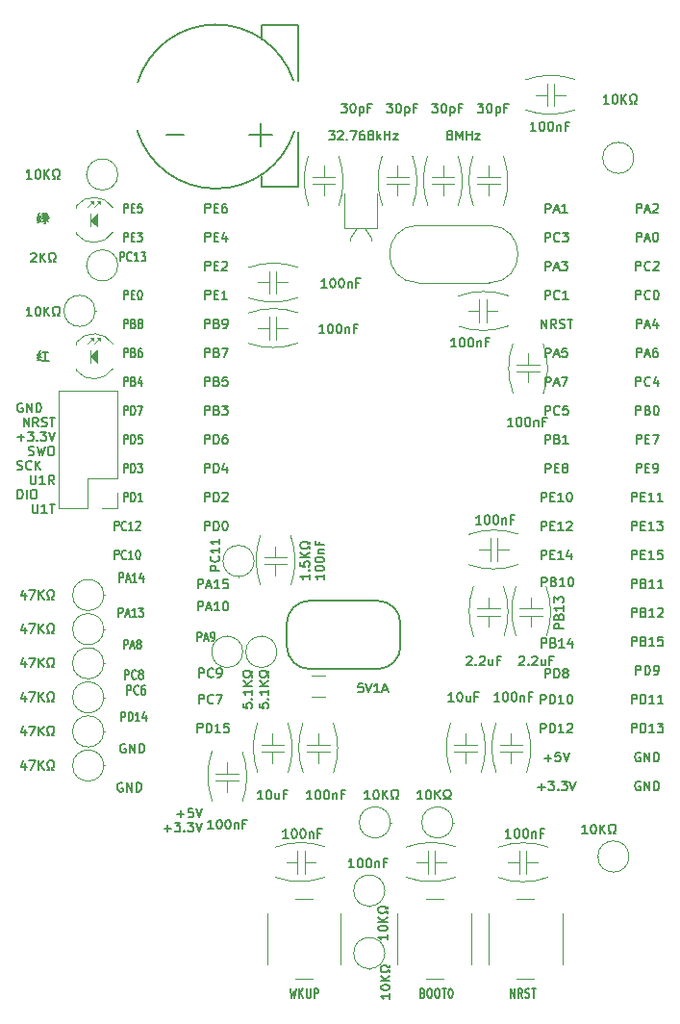
<source format=gto>
G04 Layer: TopSilkscreenLayer*
G04 EasyEDA Pro v2.2.27.1, 2024-09-15 10:59:50*
G04 Gerber Generator version 0.3*
G04 Scale: 100 percent, Rotated: No, Reflected: No*
G04 Dimensions in millimeters*
G04 Leading zeros omitted, absolute positions, 3 integers and 5 decimals*
%TF.GenerationSoftware,KiCad,Pcbnew,8.0.6*%
%TF.CreationDate,2024-11-05T16:44:44+08:00*%
%TF.ProjectId,li-chuang-liang-shan-pai-tian-kong-xing-kai-fa-ban,6c692d63-6875-4616-9e67-2d6c69616e67,rev?*%
%TF.SameCoordinates,Original*%
%TF.FileFunction,Legend,Top*%
%TF.FilePolarity,Positive*%
%FSLAX46Y46*%
G04 Gerber Fmt 4.6, Leading zero omitted, Abs format (unit mm)*
G04 Created by KiCad (PCBNEW 8.0.6) date 2024-11-05 16:44:44*
%MOMM*%
%LPD*%
G01*
G04 APERTURE LIST*
%ADD10C,0.150000*%
%ADD11C,0.120000*%
%ADD12C,0.200000*%
G04 APERTURE END LIST*
D10*
X121969524Y-98142295D02*
X121969524Y-97342295D01*
X121969524Y-97342295D02*
X122274286Y-97342295D01*
X122274286Y-97342295D02*
X122350476Y-97380390D01*
X122350476Y-97380390D02*
X122388571Y-97418485D01*
X122388571Y-97418485D02*
X122426667Y-97494676D01*
X122426667Y-97494676D02*
X122426667Y-97608961D01*
X122426667Y-97608961D02*
X122388571Y-97685152D01*
X122388571Y-97685152D02*
X122350476Y-97723247D01*
X122350476Y-97723247D02*
X122274286Y-97761342D01*
X122274286Y-97761342D02*
X121969524Y-97761342D01*
X123036190Y-97723247D02*
X123150476Y-97761342D01*
X123150476Y-97761342D02*
X123188571Y-97799438D01*
X123188571Y-97799438D02*
X123226667Y-97875628D01*
X123226667Y-97875628D02*
X123226667Y-97989914D01*
X123226667Y-97989914D02*
X123188571Y-98066104D01*
X123188571Y-98066104D02*
X123150476Y-98104200D01*
X123150476Y-98104200D02*
X123074286Y-98142295D01*
X123074286Y-98142295D02*
X122769524Y-98142295D01*
X122769524Y-98142295D02*
X122769524Y-97342295D01*
X122769524Y-97342295D02*
X123036190Y-97342295D01*
X123036190Y-97342295D02*
X123112381Y-97380390D01*
X123112381Y-97380390D02*
X123150476Y-97418485D01*
X123150476Y-97418485D02*
X123188571Y-97494676D01*
X123188571Y-97494676D02*
X123188571Y-97570866D01*
X123188571Y-97570866D02*
X123150476Y-97647057D01*
X123150476Y-97647057D02*
X123112381Y-97685152D01*
X123112381Y-97685152D02*
X123036190Y-97723247D01*
X123036190Y-97723247D02*
X122769524Y-97723247D01*
X123721905Y-97342295D02*
X123798095Y-97342295D01*
X123798095Y-97342295D02*
X123874286Y-97380390D01*
X123874286Y-97380390D02*
X123912381Y-97418485D01*
X123912381Y-97418485D02*
X123950476Y-97494676D01*
X123950476Y-97494676D02*
X123988571Y-97647057D01*
X123988571Y-97647057D02*
X123988571Y-97837533D01*
X123988571Y-97837533D02*
X123950476Y-97989914D01*
X123950476Y-97989914D02*
X123912381Y-98066104D01*
X123912381Y-98066104D02*
X123874286Y-98104200D01*
X123874286Y-98104200D02*
X123798095Y-98142295D01*
X123798095Y-98142295D02*
X123721905Y-98142295D01*
X123721905Y-98142295D02*
X123645714Y-98104200D01*
X123645714Y-98104200D02*
X123607619Y-98066104D01*
X123607619Y-98066104D02*
X123569524Y-97989914D01*
X123569524Y-97989914D02*
X123531428Y-97837533D01*
X123531428Y-97837533D02*
X123531428Y-97647057D01*
X123531428Y-97647057D02*
X123569524Y-97494676D01*
X123569524Y-97494676D02*
X123607619Y-97418485D01*
X123607619Y-97418485D02*
X123645714Y-97380390D01*
X123645714Y-97380390D02*
X123721905Y-97342295D01*
X67539160Y-100129533D02*
X68148684Y-100129533D01*
X67843922Y-100434295D02*
X67843922Y-99824771D01*
X68453445Y-99634295D02*
X68948683Y-99634295D01*
X68948683Y-99634295D02*
X68682017Y-99939057D01*
X68682017Y-99939057D02*
X68796302Y-99939057D01*
X68796302Y-99939057D02*
X68872493Y-99977152D01*
X68872493Y-99977152D02*
X68910588Y-100015247D01*
X68910588Y-100015247D02*
X68948683Y-100091438D01*
X68948683Y-100091438D02*
X68948683Y-100281914D01*
X68948683Y-100281914D02*
X68910588Y-100358104D01*
X68910588Y-100358104D02*
X68872493Y-100396200D01*
X68872493Y-100396200D02*
X68796302Y-100434295D01*
X68796302Y-100434295D02*
X68567731Y-100434295D01*
X68567731Y-100434295D02*
X68491540Y-100396200D01*
X68491540Y-100396200D02*
X68453445Y-100358104D01*
X69291541Y-100358104D02*
X69329636Y-100396200D01*
X69329636Y-100396200D02*
X69291541Y-100434295D01*
X69291541Y-100434295D02*
X69253445Y-100396200D01*
X69253445Y-100396200D02*
X69291541Y-100358104D01*
X69291541Y-100358104D02*
X69291541Y-100434295D01*
X69596302Y-99634295D02*
X70091540Y-99634295D01*
X70091540Y-99634295D02*
X69824874Y-99939057D01*
X69824874Y-99939057D02*
X69939159Y-99939057D01*
X69939159Y-99939057D02*
X70015350Y-99977152D01*
X70015350Y-99977152D02*
X70053445Y-100015247D01*
X70053445Y-100015247D02*
X70091540Y-100091438D01*
X70091540Y-100091438D02*
X70091540Y-100281914D01*
X70091540Y-100281914D02*
X70053445Y-100358104D01*
X70053445Y-100358104D02*
X70015350Y-100396200D01*
X70015350Y-100396200D02*
X69939159Y-100434295D01*
X69939159Y-100434295D02*
X69710588Y-100434295D01*
X69710588Y-100434295D02*
X69634397Y-100396200D01*
X69634397Y-100396200D02*
X69596302Y-100358104D01*
X70320112Y-99634295D02*
X70586779Y-100434295D01*
X70586779Y-100434295D02*
X70853445Y-99634295D01*
X84009524Y-108302295D02*
X84009524Y-107502295D01*
X84009524Y-107502295D02*
X84314286Y-107502295D01*
X84314286Y-107502295D02*
X84390476Y-107540390D01*
X84390476Y-107540390D02*
X84428571Y-107578485D01*
X84428571Y-107578485D02*
X84466667Y-107654676D01*
X84466667Y-107654676D02*
X84466667Y-107768961D01*
X84466667Y-107768961D02*
X84428571Y-107845152D01*
X84428571Y-107845152D02*
X84390476Y-107883247D01*
X84390476Y-107883247D02*
X84314286Y-107921342D01*
X84314286Y-107921342D02*
X84009524Y-107921342D01*
X84809524Y-108302295D02*
X84809524Y-107502295D01*
X84809524Y-107502295D02*
X85000000Y-107502295D01*
X85000000Y-107502295D02*
X85114286Y-107540390D01*
X85114286Y-107540390D02*
X85190476Y-107616580D01*
X85190476Y-107616580D02*
X85228571Y-107692771D01*
X85228571Y-107692771D02*
X85266667Y-107845152D01*
X85266667Y-107845152D02*
X85266667Y-107959438D01*
X85266667Y-107959438D02*
X85228571Y-108111819D01*
X85228571Y-108111819D02*
X85190476Y-108188009D01*
X85190476Y-108188009D02*
X85114286Y-108264200D01*
X85114286Y-108264200D02*
X85000000Y-108302295D01*
X85000000Y-108302295D02*
X84809524Y-108302295D01*
X85761905Y-107502295D02*
X85838095Y-107502295D01*
X85838095Y-107502295D02*
X85914286Y-107540390D01*
X85914286Y-107540390D02*
X85952381Y-107578485D01*
X85952381Y-107578485D02*
X85990476Y-107654676D01*
X85990476Y-107654676D02*
X86028571Y-107807057D01*
X86028571Y-107807057D02*
X86028571Y-107997533D01*
X86028571Y-107997533D02*
X85990476Y-108149914D01*
X85990476Y-108149914D02*
X85952381Y-108226104D01*
X85952381Y-108226104D02*
X85914286Y-108264200D01*
X85914286Y-108264200D02*
X85838095Y-108302295D01*
X85838095Y-108302295D02*
X85761905Y-108302295D01*
X85761905Y-108302295D02*
X85685714Y-108264200D01*
X85685714Y-108264200D02*
X85647619Y-108226104D01*
X85647619Y-108226104D02*
X85609524Y-108149914D01*
X85609524Y-108149914D02*
X85571428Y-107997533D01*
X85571428Y-107997533D02*
X85571428Y-107807057D01*
X85571428Y-107807057D02*
X85609524Y-107654676D01*
X85609524Y-107654676D02*
X85647619Y-107578485D01*
X85647619Y-107578485D02*
X85685714Y-107540390D01*
X85685714Y-107540390D02*
X85761905Y-107502295D01*
X121969524Y-87982295D02*
X121969524Y-87182295D01*
X121969524Y-87182295D02*
X122274286Y-87182295D01*
X122274286Y-87182295D02*
X122350476Y-87220390D01*
X122350476Y-87220390D02*
X122388571Y-87258485D01*
X122388571Y-87258485D02*
X122426667Y-87334676D01*
X122426667Y-87334676D02*
X122426667Y-87448961D01*
X122426667Y-87448961D02*
X122388571Y-87525152D01*
X122388571Y-87525152D02*
X122350476Y-87563247D01*
X122350476Y-87563247D02*
X122274286Y-87601342D01*
X122274286Y-87601342D02*
X121969524Y-87601342D01*
X123226667Y-87906104D02*
X123188571Y-87944200D01*
X123188571Y-87944200D02*
X123074286Y-87982295D01*
X123074286Y-87982295D02*
X122998095Y-87982295D01*
X122998095Y-87982295D02*
X122883809Y-87944200D01*
X122883809Y-87944200D02*
X122807619Y-87868009D01*
X122807619Y-87868009D02*
X122769524Y-87791819D01*
X122769524Y-87791819D02*
X122731428Y-87639438D01*
X122731428Y-87639438D02*
X122731428Y-87525152D01*
X122731428Y-87525152D02*
X122769524Y-87372771D01*
X122769524Y-87372771D02*
X122807619Y-87296580D01*
X122807619Y-87296580D02*
X122883809Y-87220390D01*
X122883809Y-87220390D02*
X122998095Y-87182295D01*
X122998095Y-87182295D02*
X123074286Y-87182295D01*
X123074286Y-87182295D02*
X123188571Y-87220390D01*
X123188571Y-87220390D02*
X123226667Y-87258485D01*
X123721905Y-87182295D02*
X123798095Y-87182295D01*
X123798095Y-87182295D02*
X123874286Y-87220390D01*
X123874286Y-87220390D02*
X123912381Y-87258485D01*
X123912381Y-87258485D02*
X123950476Y-87334676D01*
X123950476Y-87334676D02*
X123988571Y-87487057D01*
X123988571Y-87487057D02*
X123988571Y-87677533D01*
X123988571Y-87677533D02*
X123950476Y-87829914D01*
X123950476Y-87829914D02*
X123912381Y-87906104D01*
X123912381Y-87906104D02*
X123874286Y-87944200D01*
X123874286Y-87944200D02*
X123798095Y-87982295D01*
X123798095Y-87982295D02*
X123721905Y-87982295D01*
X123721905Y-87982295D02*
X123645714Y-87944200D01*
X123645714Y-87944200D02*
X123607619Y-87906104D01*
X123607619Y-87906104D02*
X123569524Y-87829914D01*
X123569524Y-87829914D02*
X123531428Y-87677533D01*
X123531428Y-87677533D02*
X123531428Y-87487057D01*
X123531428Y-87487057D02*
X123569524Y-87334676D01*
X123569524Y-87334676D02*
X123607619Y-87258485D01*
X123607619Y-87258485D02*
X123645714Y-87220390D01*
X123645714Y-87220390D02*
X123721905Y-87182295D01*
X114036667Y-85452295D02*
X114036667Y-84652295D01*
X114036667Y-84652295D02*
X114341429Y-84652295D01*
X114341429Y-84652295D02*
X114417619Y-84690390D01*
X114417619Y-84690390D02*
X114455714Y-84728485D01*
X114455714Y-84728485D02*
X114493810Y-84804676D01*
X114493810Y-84804676D02*
X114493810Y-84918961D01*
X114493810Y-84918961D02*
X114455714Y-84995152D01*
X114455714Y-84995152D02*
X114417619Y-85033247D01*
X114417619Y-85033247D02*
X114341429Y-85071342D01*
X114341429Y-85071342D02*
X114036667Y-85071342D01*
X114798571Y-85223723D02*
X115179524Y-85223723D01*
X114722381Y-85452295D02*
X114989048Y-84652295D01*
X114989048Y-84652295D02*
X115255714Y-85452295D01*
X115446190Y-84652295D02*
X115941428Y-84652295D01*
X115941428Y-84652295D02*
X115674762Y-84957057D01*
X115674762Y-84957057D02*
X115789047Y-84957057D01*
X115789047Y-84957057D02*
X115865238Y-84995152D01*
X115865238Y-84995152D02*
X115903333Y-85033247D01*
X115903333Y-85033247D02*
X115941428Y-85109438D01*
X115941428Y-85109438D02*
X115941428Y-85299914D01*
X115941428Y-85299914D02*
X115903333Y-85376104D01*
X115903333Y-85376104D02*
X115865238Y-85414200D01*
X115865238Y-85414200D02*
X115789047Y-85452295D01*
X115789047Y-85452295D02*
X115560476Y-85452295D01*
X115560476Y-85452295D02*
X115484285Y-85414200D01*
X115484285Y-85414200D02*
X115446190Y-85376104D01*
X114036667Y-93072295D02*
X114036667Y-92272295D01*
X114036667Y-92272295D02*
X114341429Y-92272295D01*
X114341429Y-92272295D02*
X114417619Y-92310390D01*
X114417619Y-92310390D02*
X114455714Y-92348485D01*
X114455714Y-92348485D02*
X114493810Y-92424676D01*
X114493810Y-92424676D02*
X114493810Y-92538961D01*
X114493810Y-92538961D02*
X114455714Y-92615152D01*
X114455714Y-92615152D02*
X114417619Y-92653247D01*
X114417619Y-92653247D02*
X114341429Y-92691342D01*
X114341429Y-92691342D02*
X114036667Y-92691342D01*
X114798571Y-92843723D02*
X115179524Y-92843723D01*
X114722381Y-93072295D02*
X114989048Y-92272295D01*
X114989048Y-92272295D02*
X115255714Y-93072295D01*
X115903333Y-92272295D02*
X115522381Y-92272295D01*
X115522381Y-92272295D02*
X115484285Y-92653247D01*
X115484285Y-92653247D02*
X115522381Y-92615152D01*
X115522381Y-92615152D02*
X115598571Y-92577057D01*
X115598571Y-92577057D02*
X115789047Y-92577057D01*
X115789047Y-92577057D02*
X115865238Y-92615152D01*
X115865238Y-92615152D02*
X115903333Y-92653247D01*
X115903333Y-92653247D02*
X115941428Y-92729438D01*
X115941428Y-92729438D02*
X115941428Y-92919914D01*
X115941428Y-92919914D02*
X115903333Y-92996104D01*
X115903333Y-92996104D02*
X115865238Y-93034200D01*
X115865238Y-93034200D02*
X115789047Y-93072295D01*
X115789047Y-93072295D02*
X115598571Y-93072295D01*
X115598571Y-93072295D02*
X115522381Y-93034200D01*
X115522381Y-93034200D02*
X115484285Y-92996104D01*
X83371666Y-118080295D02*
X83371666Y-117280295D01*
X83371666Y-117280295D02*
X83619285Y-117280295D01*
X83619285Y-117280295D02*
X83681190Y-117318390D01*
X83681190Y-117318390D02*
X83712143Y-117356485D01*
X83712143Y-117356485D02*
X83743095Y-117432676D01*
X83743095Y-117432676D02*
X83743095Y-117546961D01*
X83743095Y-117546961D02*
X83712143Y-117623152D01*
X83712143Y-117623152D02*
X83681190Y-117661247D01*
X83681190Y-117661247D02*
X83619285Y-117699342D01*
X83619285Y-117699342D02*
X83371666Y-117699342D01*
X83990714Y-117851723D02*
X84300238Y-117851723D01*
X83928809Y-118080295D02*
X84145476Y-117280295D01*
X84145476Y-117280295D02*
X84362143Y-118080295D01*
X84609762Y-118080295D02*
X84733571Y-118080295D01*
X84733571Y-118080295D02*
X84795476Y-118042200D01*
X84795476Y-118042200D02*
X84826428Y-118004104D01*
X84826428Y-118004104D02*
X84888333Y-117889819D01*
X84888333Y-117889819D02*
X84919286Y-117737438D01*
X84919286Y-117737438D02*
X84919286Y-117432676D01*
X84919286Y-117432676D02*
X84888333Y-117356485D01*
X84888333Y-117356485D02*
X84857381Y-117318390D01*
X84857381Y-117318390D02*
X84795476Y-117280295D01*
X84795476Y-117280295D02*
X84671667Y-117280295D01*
X84671667Y-117280295D02*
X84609762Y-117318390D01*
X84609762Y-117318390D02*
X84578809Y-117356485D01*
X84578809Y-117356485D02*
X84547857Y-117432676D01*
X84547857Y-117432676D02*
X84547857Y-117623152D01*
X84547857Y-117623152D02*
X84578809Y-117699342D01*
X84578809Y-117699342D02*
X84609762Y-117737438D01*
X84609762Y-117737438D02*
X84671667Y-117775533D01*
X84671667Y-117775533D02*
X84795476Y-117775533D01*
X84795476Y-117775533D02*
X84857381Y-117737438D01*
X84857381Y-117737438D02*
X84888333Y-117699342D01*
X84888333Y-117699342D02*
X84919286Y-117623152D01*
X76895237Y-90522295D02*
X76895237Y-89722295D01*
X76895237Y-89722295D02*
X77142856Y-89722295D01*
X77142856Y-89722295D02*
X77204761Y-89760390D01*
X77204761Y-89760390D02*
X77235714Y-89798485D01*
X77235714Y-89798485D02*
X77266666Y-89874676D01*
X77266666Y-89874676D02*
X77266666Y-89988961D01*
X77266666Y-89988961D02*
X77235714Y-90065152D01*
X77235714Y-90065152D02*
X77204761Y-90103247D01*
X77204761Y-90103247D02*
X77142856Y-90141342D01*
X77142856Y-90141342D02*
X76895237Y-90141342D01*
X77761904Y-90103247D02*
X77854761Y-90141342D01*
X77854761Y-90141342D02*
X77885714Y-90179438D01*
X77885714Y-90179438D02*
X77916666Y-90255628D01*
X77916666Y-90255628D02*
X77916666Y-90369914D01*
X77916666Y-90369914D02*
X77885714Y-90446104D01*
X77885714Y-90446104D02*
X77854761Y-90484200D01*
X77854761Y-90484200D02*
X77792856Y-90522295D01*
X77792856Y-90522295D02*
X77545237Y-90522295D01*
X77545237Y-90522295D02*
X77545237Y-89722295D01*
X77545237Y-89722295D02*
X77761904Y-89722295D01*
X77761904Y-89722295D02*
X77823809Y-89760390D01*
X77823809Y-89760390D02*
X77854761Y-89798485D01*
X77854761Y-89798485D02*
X77885714Y-89874676D01*
X77885714Y-89874676D02*
X77885714Y-89950866D01*
X77885714Y-89950866D02*
X77854761Y-90027057D01*
X77854761Y-90027057D02*
X77823809Y-90065152D01*
X77823809Y-90065152D02*
X77761904Y-90103247D01*
X77761904Y-90103247D02*
X77545237Y-90103247D01*
X78288095Y-90065152D02*
X78226190Y-90027057D01*
X78226190Y-90027057D02*
X78195237Y-89988961D01*
X78195237Y-89988961D02*
X78164285Y-89912771D01*
X78164285Y-89912771D02*
X78164285Y-89874676D01*
X78164285Y-89874676D02*
X78195237Y-89798485D01*
X78195237Y-89798485D02*
X78226190Y-89760390D01*
X78226190Y-89760390D02*
X78288095Y-89722295D01*
X78288095Y-89722295D02*
X78411904Y-89722295D01*
X78411904Y-89722295D02*
X78473809Y-89760390D01*
X78473809Y-89760390D02*
X78504761Y-89798485D01*
X78504761Y-89798485D02*
X78535714Y-89874676D01*
X78535714Y-89874676D02*
X78535714Y-89912771D01*
X78535714Y-89912771D02*
X78504761Y-89988961D01*
X78504761Y-89988961D02*
X78473809Y-90027057D01*
X78473809Y-90027057D02*
X78411904Y-90065152D01*
X78411904Y-90065152D02*
X78288095Y-90065152D01*
X78288095Y-90065152D02*
X78226190Y-90103247D01*
X78226190Y-90103247D02*
X78195237Y-90141342D01*
X78195237Y-90141342D02*
X78164285Y-90217533D01*
X78164285Y-90217533D02*
X78164285Y-90369914D01*
X78164285Y-90369914D02*
X78195237Y-90446104D01*
X78195237Y-90446104D02*
X78226190Y-90484200D01*
X78226190Y-90484200D02*
X78288095Y-90522295D01*
X78288095Y-90522295D02*
X78411904Y-90522295D01*
X78411904Y-90522295D02*
X78473809Y-90484200D01*
X78473809Y-90484200D02*
X78504761Y-90446104D01*
X78504761Y-90446104D02*
X78535714Y-90369914D01*
X78535714Y-90369914D02*
X78535714Y-90217533D01*
X78535714Y-90217533D02*
X78504761Y-90141342D01*
X78504761Y-90141342D02*
X78473809Y-90103247D01*
X78473809Y-90103247D02*
X78411904Y-90065152D01*
X83509524Y-121252295D02*
X83509524Y-120452295D01*
X83509524Y-120452295D02*
X83814286Y-120452295D01*
X83814286Y-120452295D02*
X83890476Y-120490390D01*
X83890476Y-120490390D02*
X83928571Y-120528485D01*
X83928571Y-120528485D02*
X83966667Y-120604676D01*
X83966667Y-120604676D02*
X83966667Y-120718961D01*
X83966667Y-120718961D02*
X83928571Y-120795152D01*
X83928571Y-120795152D02*
X83890476Y-120833247D01*
X83890476Y-120833247D02*
X83814286Y-120871342D01*
X83814286Y-120871342D02*
X83509524Y-120871342D01*
X84766667Y-121176104D02*
X84728571Y-121214200D01*
X84728571Y-121214200D02*
X84614286Y-121252295D01*
X84614286Y-121252295D02*
X84538095Y-121252295D01*
X84538095Y-121252295D02*
X84423809Y-121214200D01*
X84423809Y-121214200D02*
X84347619Y-121138009D01*
X84347619Y-121138009D02*
X84309524Y-121061819D01*
X84309524Y-121061819D02*
X84271428Y-120909438D01*
X84271428Y-120909438D02*
X84271428Y-120795152D01*
X84271428Y-120795152D02*
X84309524Y-120642771D01*
X84309524Y-120642771D02*
X84347619Y-120566580D01*
X84347619Y-120566580D02*
X84423809Y-120490390D01*
X84423809Y-120490390D02*
X84538095Y-120452295D01*
X84538095Y-120452295D02*
X84614286Y-120452295D01*
X84614286Y-120452295D02*
X84728571Y-120490390D01*
X84728571Y-120490390D02*
X84766667Y-120528485D01*
X85147619Y-121252295D02*
X85300000Y-121252295D01*
X85300000Y-121252295D02*
X85376190Y-121214200D01*
X85376190Y-121214200D02*
X85414286Y-121176104D01*
X85414286Y-121176104D02*
X85490476Y-121061819D01*
X85490476Y-121061819D02*
X85528571Y-120909438D01*
X85528571Y-120909438D02*
X85528571Y-120604676D01*
X85528571Y-120604676D02*
X85490476Y-120528485D01*
X85490476Y-120528485D02*
X85452381Y-120490390D01*
X85452381Y-120490390D02*
X85376190Y-120452295D01*
X85376190Y-120452295D02*
X85223809Y-120452295D01*
X85223809Y-120452295D02*
X85147619Y-120490390D01*
X85147619Y-120490390D02*
X85109524Y-120528485D01*
X85109524Y-120528485D02*
X85071428Y-120604676D01*
X85071428Y-120604676D02*
X85071428Y-120795152D01*
X85071428Y-120795152D02*
X85109524Y-120871342D01*
X85109524Y-120871342D02*
X85147619Y-120909438D01*
X85147619Y-120909438D02*
X85223809Y-120947533D01*
X85223809Y-120947533D02*
X85376190Y-120947533D01*
X85376190Y-120947533D02*
X85452381Y-120909438D01*
X85452381Y-120909438D02*
X85490476Y-120871342D01*
X85490476Y-120871342D02*
X85528571Y-120795152D01*
X84009524Y-100682295D02*
X84009524Y-99882295D01*
X84009524Y-99882295D02*
X84314286Y-99882295D01*
X84314286Y-99882295D02*
X84390476Y-99920390D01*
X84390476Y-99920390D02*
X84428571Y-99958485D01*
X84428571Y-99958485D02*
X84466667Y-100034676D01*
X84466667Y-100034676D02*
X84466667Y-100148961D01*
X84466667Y-100148961D02*
X84428571Y-100225152D01*
X84428571Y-100225152D02*
X84390476Y-100263247D01*
X84390476Y-100263247D02*
X84314286Y-100301342D01*
X84314286Y-100301342D02*
X84009524Y-100301342D01*
X84809524Y-100682295D02*
X84809524Y-99882295D01*
X84809524Y-99882295D02*
X85000000Y-99882295D01*
X85000000Y-99882295D02*
X85114286Y-99920390D01*
X85114286Y-99920390D02*
X85190476Y-99996580D01*
X85190476Y-99996580D02*
X85228571Y-100072771D01*
X85228571Y-100072771D02*
X85266667Y-100225152D01*
X85266667Y-100225152D02*
X85266667Y-100339438D01*
X85266667Y-100339438D02*
X85228571Y-100491819D01*
X85228571Y-100491819D02*
X85190476Y-100568009D01*
X85190476Y-100568009D02*
X85114286Y-100644200D01*
X85114286Y-100644200D02*
X85000000Y-100682295D01*
X85000000Y-100682295D02*
X84809524Y-100682295D01*
X85952381Y-99882295D02*
X85800000Y-99882295D01*
X85800000Y-99882295D02*
X85723809Y-99920390D01*
X85723809Y-99920390D02*
X85685714Y-99958485D01*
X85685714Y-99958485D02*
X85609524Y-100072771D01*
X85609524Y-100072771D02*
X85571428Y-100225152D01*
X85571428Y-100225152D02*
X85571428Y-100529914D01*
X85571428Y-100529914D02*
X85609524Y-100606104D01*
X85609524Y-100606104D02*
X85647619Y-100644200D01*
X85647619Y-100644200D02*
X85723809Y-100682295D01*
X85723809Y-100682295D02*
X85876190Y-100682295D01*
X85876190Y-100682295D02*
X85952381Y-100644200D01*
X85952381Y-100644200D02*
X85990476Y-100606104D01*
X85990476Y-100606104D02*
X86028571Y-100529914D01*
X86028571Y-100529914D02*
X86028571Y-100339438D01*
X86028571Y-100339438D02*
X85990476Y-100263247D01*
X85990476Y-100263247D02*
X85952381Y-100225152D01*
X85952381Y-100225152D02*
X85876190Y-100187057D01*
X85876190Y-100187057D02*
X85723809Y-100187057D01*
X85723809Y-100187057D02*
X85647619Y-100225152D01*
X85647619Y-100225152D02*
X85609524Y-100263247D01*
X85609524Y-100263247D02*
X85571428Y-100339438D01*
X114036667Y-80372295D02*
X114036667Y-79572295D01*
X114036667Y-79572295D02*
X114341429Y-79572295D01*
X114341429Y-79572295D02*
X114417619Y-79610390D01*
X114417619Y-79610390D02*
X114455714Y-79648485D01*
X114455714Y-79648485D02*
X114493810Y-79724676D01*
X114493810Y-79724676D02*
X114493810Y-79838961D01*
X114493810Y-79838961D02*
X114455714Y-79915152D01*
X114455714Y-79915152D02*
X114417619Y-79953247D01*
X114417619Y-79953247D02*
X114341429Y-79991342D01*
X114341429Y-79991342D02*
X114036667Y-79991342D01*
X114798571Y-80143723D02*
X115179524Y-80143723D01*
X114722381Y-80372295D02*
X114989048Y-79572295D01*
X114989048Y-79572295D02*
X115255714Y-80372295D01*
X115941428Y-80372295D02*
X115484285Y-80372295D01*
X115712857Y-80372295D02*
X115712857Y-79572295D01*
X115712857Y-79572295D02*
X115636666Y-79686580D01*
X115636666Y-79686580D02*
X115560476Y-79762771D01*
X115560476Y-79762771D02*
X115484285Y-79800866D01*
X83425714Y-113420295D02*
X83425714Y-112620295D01*
X83425714Y-112620295D02*
X83730476Y-112620295D01*
X83730476Y-112620295D02*
X83806666Y-112658390D01*
X83806666Y-112658390D02*
X83844761Y-112696485D01*
X83844761Y-112696485D02*
X83882857Y-112772676D01*
X83882857Y-112772676D02*
X83882857Y-112886961D01*
X83882857Y-112886961D02*
X83844761Y-112963152D01*
X83844761Y-112963152D02*
X83806666Y-113001247D01*
X83806666Y-113001247D02*
X83730476Y-113039342D01*
X83730476Y-113039342D02*
X83425714Y-113039342D01*
X84187618Y-113191723D02*
X84568571Y-113191723D01*
X84111428Y-113420295D02*
X84378095Y-112620295D01*
X84378095Y-112620295D02*
X84644761Y-113420295D01*
X85330475Y-113420295D02*
X84873332Y-113420295D01*
X85101904Y-113420295D02*
X85101904Y-112620295D01*
X85101904Y-112620295D02*
X85025713Y-112734580D01*
X85025713Y-112734580D02*
X84949523Y-112810771D01*
X84949523Y-112810771D02*
X84873332Y-112848866D01*
X86054285Y-112620295D02*
X85673333Y-112620295D01*
X85673333Y-112620295D02*
X85635237Y-113001247D01*
X85635237Y-113001247D02*
X85673333Y-112963152D01*
X85673333Y-112963152D02*
X85749523Y-112925057D01*
X85749523Y-112925057D02*
X85939999Y-112925057D01*
X85939999Y-112925057D02*
X86016190Y-112963152D01*
X86016190Y-112963152D02*
X86054285Y-113001247D01*
X86054285Y-113001247D02*
X86092380Y-113077438D01*
X86092380Y-113077438D02*
X86092380Y-113267914D01*
X86092380Y-113267914D02*
X86054285Y-113344104D01*
X86054285Y-113344104D02*
X86016190Y-113382200D01*
X86016190Y-113382200D02*
X85939999Y-113420295D01*
X85939999Y-113420295D02*
X85749523Y-113420295D01*
X85749523Y-113420295D02*
X85673333Y-113382200D01*
X85673333Y-113382200D02*
X85635237Y-113344104D01*
X113979524Y-100692295D02*
X113979524Y-99892295D01*
X113979524Y-99892295D02*
X114284286Y-99892295D01*
X114284286Y-99892295D02*
X114360476Y-99930390D01*
X114360476Y-99930390D02*
X114398571Y-99968485D01*
X114398571Y-99968485D02*
X114436667Y-100044676D01*
X114436667Y-100044676D02*
X114436667Y-100158961D01*
X114436667Y-100158961D02*
X114398571Y-100235152D01*
X114398571Y-100235152D02*
X114360476Y-100273247D01*
X114360476Y-100273247D02*
X114284286Y-100311342D01*
X114284286Y-100311342D02*
X113979524Y-100311342D01*
X115046190Y-100273247D02*
X115160476Y-100311342D01*
X115160476Y-100311342D02*
X115198571Y-100349438D01*
X115198571Y-100349438D02*
X115236667Y-100425628D01*
X115236667Y-100425628D02*
X115236667Y-100539914D01*
X115236667Y-100539914D02*
X115198571Y-100616104D01*
X115198571Y-100616104D02*
X115160476Y-100654200D01*
X115160476Y-100654200D02*
X115084286Y-100692295D01*
X115084286Y-100692295D02*
X114779524Y-100692295D01*
X114779524Y-100692295D02*
X114779524Y-99892295D01*
X114779524Y-99892295D02*
X115046190Y-99892295D01*
X115046190Y-99892295D02*
X115122381Y-99930390D01*
X115122381Y-99930390D02*
X115160476Y-99968485D01*
X115160476Y-99968485D02*
X115198571Y-100044676D01*
X115198571Y-100044676D02*
X115198571Y-100120866D01*
X115198571Y-100120866D02*
X115160476Y-100197057D01*
X115160476Y-100197057D02*
X115122381Y-100235152D01*
X115122381Y-100235152D02*
X115046190Y-100273247D01*
X115046190Y-100273247D02*
X114779524Y-100273247D01*
X115998571Y-100692295D02*
X115541428Y-100692295D01*
X115770000Y-100692295D02*
X115770000Y-99892295D01*
X115770000Y-99892295D02*
X115693809Y-100006580D01*
X115693809Y-100006580D02*
X115617619Y-100082771D01*
X115617619Y-100082771D02*
X115541428Y-100120866D01*
X68082268Y-99164295D02*
X68082268Y-98364295D01*
X68082268Y-98364295D02*
X68539411Y-99164295D01*
X68539411Y-99164295D02*
X68539411Y-98364295D01*
X69377506Y-99164295D02*
X69110839Y-98783342D01*
X68920363Y-99164295D02*
X68920363Y-98364295D01*
X68920363Y-98364295D02*
X69225125Y-98364295D01*
X69225125Y-98364295D02*
X69301315Y-98402390D01*
X69301315Y-98402390D02*
X69339410Y-98440485D01*
X69339410Y-98440485D02*
X69377506Y-98516676D01*
X69377506Y-98516676D02*
X69377506Y-98630961D01*
X69377506Y-98630961D02*
X69339410Y-98707152D01*
X69339410Y-98707152D02*
X69301315Y-98745247D01*
X69301315Y-98745247D02*
X69225125Y-98783342D01*
X69225125Y-98783342D02*
X68920363Y-98783342D01*
X69682267Y-99126200D02*
X69796553Y-99164295D01*
X69796553Y-99164295D02*
X69987029Y-99164295D01*
X69987029Y-99164295D02*
X70063220Y-99126200D01*
X70063220Y-99126200D02*
X70101315Y-99088104D01*
X70101315Y-99088104D02*
X70139410Y-99011914D01*
X70139410Y-99011914D02*
X70139410Y-98935723D01*
X70139410Y-98935723D02*
X70101315Y-98859533D01*
X70101315Y-98859533D02*
X70063220Y-98821438D01*
X70063220Y-98821438D02*
X69987029Y-98783342D01*
X69987029Y-98783342D02*
X69834648Y-98745247D01*
X69834648Y-98745247D02*
X69758458Y-98707152D01*
X69758458Y-98707152D02*
X69720363Y-98669057D01*
X69720363Y-98669057D02*
X69682267Y-98592866D01*
X69682267Y-98592866D02*
X69682267Y-98516676D01*
X69682267Y-98516676D02*
X69720363Y-98440485D01*
X69720363Y-98440485D02*
X69758458Y-98402390D01*
X69758458Y-98402390D02*
X69834648Y-98364295D01*
X69834648Y-98364295D02*
X70025125Y-98364295D01*
X70025125Y-98364295D02*
X70139410Y-98402390D01*
X70367982Y-98364295D02*
X70825125Y-98364295D01*
X70596553Y-99164295D02*
X70596553Y-98364295D01*
X76895237Y-95602295D02*
X76895237Y-94802295D01*
X76895237Y-94802295D02*
X77142856Y-94802295D01*
X77142856Y-94802295D02*
X77204761Y-94840390D01*
X77204761Y-94840390D02*
X77235714Y-94878485D01*
X77235714Y-94878485D02*
X77266666Y-94954676D01*
X77266666Y-94954676D02*
X77266666Y-95068961D01*
X77266666Y-95068961D02*
X77235714Y-95145152D01*
X77235714Y-95145152D02*
X77204761Y-95183247D01*
X77204761Y-95183247D02*
X77142856Y-95221342D01*
X77142856Y-95221342D02*
X76895237Y-95221342D01*
X77761904Y-95183247D02*
X77854761Y-95221342D01*
X77854761Y-95221342D02*
X77885714Y-95259438D01*
X77885714Y-95259438D02*
X77916666Y-95335628D01*
X77916666Y-95335628D02*
X77916666Y-95449914D01*
X77916666Y-95449914D02*
X77885714Y-95526104D01*
X77885714Y-95526104D02*
X77854761Y-95564200D01*
X77854761Y-95564200D02*
X77792856Y-95602295D01*
X77792856Y-95602295D02*
X77545237Y-95602295D01*
X77545237Y-95602295D02*
X77545237Y-94802295D01*
X77545237Y-94802295D02*
X77761904Y-94802295D01*
X77761904Y-94802295D02*
X77823809Y-94840390D01*
X77823809Y-94840390D02*
X77854761Y-94878485D01*
X77854761Y-94878485D02*
X77885714Y-94954676D01*
X77885714Y-94954676D02*
X77885714Y-95030866D01*
X77885714Y-95030866D02*
X77854761Y-95107057D01*
X77854761Y-95107057D02*
X77823809Y-95145152D01*
X77823809Y-95145152D02*
X77761904Y-95183247D01*
X77761904Y-95183247D02*
X77545237Y-95183247D01*
X78473809Y-95068961D02*
X78473809Y-95602295D01*
X78319047Y-94764200D02*
X78164285Y-95335628D01*
X78164285Y-95335628D02*
X78566666Y-95335628D01*
X84009524Y-103222295D02*
X84009524Y-102422295D01*
X84009524Y-102422295D02*
X84314286Y-102422295D01*
X84314286Y-102422295D02*
X84390476Y-102460390D01*
X84390476Y-102460390D02*
X84428571Y-102498485D01*
X84428571Y-102498485D02*
X84466667Y-102574676D01*
X84466667Y-102574676D02*
X84466667Y-102688961D01*
X84466667Y-102688961D02*
X84428571Y-102765152D01*
X84428571Y-102765152D02*
X84390476Y-102803247D01*
X84390476Y-102803247D02*
X84314286Y-102841342D01*
X84314286Y-102841342D02*
X84009524Y-102841342D01*
X84809524Y-103222295D02*
X84809524Y-102422295D01*
X84809524Y-102422295D02*
X85000000Y-102422295D01*
X85000000Y-102422295D02*
X85114286Y-102460390D01*
X85114286Y-102460390D02*
X85190476Y-102536580D01*
X85190476Y-102536580D02*
X85228571Y-102612771D01*
X85228571Y-102612771D02*
X85266667Y-102765152D01*
X85266667Y-102765152D02*
X85266667Y-102879438D01*
X85266667Y-102879438D02*
X85228571Y-103031819D01*
X85228571Y-103031819D02*
X85190476Y-103108009D01*
X85190476Y-103108009D02*
X85114286Y-103184200D01*
X85114286Y-103184200D02*
X85000000Y-103222295D01*
X85000000Y-103222295D02*
X84809524Y-103222295D01*
X85952381Y-102688961D02*
X85952381Y-103222295D01*
X85761905Y-102384200D02*
X85571428Y-102955628D01*
X85571428Y-102955628D02*
X86066667Y-102955628D01*
X84009524Y-90522295D02*
X84009524Y-89722295D01*
X84009524Y-89722295D02*
X84314286Y-89722295D01*
X84314286Y-89722295D02*
X84390476Y-89760390D01*
X84390476Y-89760390D02*
X84428571Y-89798485D01*
X84428571Y-89798485D02*
X84466667Y-89874676D01*
X84466667Y-89874676D02*
X84466667Y-89988961D01*
X84466667Y-89988961D02*
X84428571Y-90065152D01*
X84428571Y-90065152D02*
X84390476Y-90103247D01*
X84390476Y-90103247D02*
X84314286Y-90141342D01*
X84314286Y-90141342D02*
X84009524Y-90141342D01*
X85076190Y-90103247D02*
X85190476Y-90141342D01*
X85190476Y-90141342D02*
X85228571Y-90179438D01*
X85228571Y-90179438D02*
X85266667Y-90255628D01*
X85266667Y-90255628D02*
X85266667Y-90369914D01*
X85266667Y-90369914D02*
X85228571Y-90446104D01*
X85228571Y-90446104D02*
X85190476Y-90484200D01*
X85190476Y-90484200D02*
X85114286Y-90522295D01*
X85114286Y-90522295D02*
X84809524Y-90522295D01*
X84809524Y-90522295D02*
X84809524Y-89722295D01*
X84809524Y-89722295D02*
X85076190Y-89722295D01*
X85076190Y-89722295D02*
X85152381Y-89760390D01*
X85152381Y-89760390D02*
X85190476Y-89798485D01*
X85190476Y-89798485D02*
X85228571Y-89874676D01*
X85228571Y-89874676D02*
X85228571Y-89950866D01*
X85228571Y-89950866D02*
X85190476Y-90027057D01*
X85190476Y-90027057D02*
X85152381Y-90065152D01*
X85152381Y-90065152D02*
X85076190Y-90103247D01*
X85076190Y-90103247D02*
X84809524Y-90103247D01*
X85647619Y-90522295D02*
X85800000Y-90522295D01*
X85800000Y-90522295D02*
X85876190Y-90484200D01*
X85876190Y-90484200D02*
X85914286Y-90446104D01*
X85914286Y-90446104D02*
X85990476Y-90331819D01*
X85990476Y-90331819D02*
X86028571Y-90179438D01*
X86028571Y-90179438D02*
X86028571Y-89874676D01*
X86028571Y-89874676D02*
X85990476Y-89798485D01*
X85990476Y-89798485D02*
X85952381Y-89760390D01*
X85952381Y-89760390D02*
X85876190Y-89722295D01*
X85876190Y-89722295D02*
X85723809Y-89722295D01*
X85723809Y-89722295D02*
X85647619Y-89760390D01*
X85647619Y-89760390D02*
X85609524Y-89798485D01*
X85609524Y-89798485D02*
X85571428Y-89874676D01*
X85571428Y-89874676D02*
X85571428Y-90065152D01*
X85571428Y-90065152D02*
X85609524Y-90141342D01*
X85609524Y-90141342D02*
X85647619Y-90179438D01*
X85647619Y-90179438D02*
X85723809Y-90217533D01*
X85723809Y-90217533D02*
X85876190Y-90217533D01*
X85876190Y-90217533D02*
X85952381Y-90179438D01*
X85952381Y-90179438D02*
X85990476Y-90141342D01*
X85990476Y-90141342D02*
X86028571Y-90065152D01*
X84047619Y-85442295D02*
X84047619Y-84642295D01*
X84047619Y-84642295D02*
X84352381Y-84642295D01*
X84352381Y-84642295D02*
X84428571Y-84680390D01*
X84428571Y-84680390D02*
X84466666Y-84718485D01*
X84466666Y-84718485D02*
X84504762Y-84794676D01*
X84504762Y-84794676D02*
X84504762Y-84908961D01*
X84504762Y-84908961D02*
X84466666Y-84985152D01*
X84466666Y-84985152D02*
X84428571Y-85023247D01*
X84428571Y-85023247D02*
X84352381Y-85061342D01*
X84352381Y-85061342D02*
X84047619Y-85061342D01*
X84847619Y-85023247D02*
X85114285Y-85023247D01*
X85228571Y-85442295D02*
X84847619Y-85442295D01*
X84847619Y-85442295D02*
X84847619Y-84642295D01*
X84847619Y-84642295D02*
X85228571Y-84642295D01*
X85533333Y-84718485D02*
X85571429Y-84680390D01*
X85571429Y-84680390D02*
X85647619Y-84642295D01*
X85647619Y-84642295D02*
X85838095Y-84642295D01*
X85838095Y-84642295D02*
X85914286Y-84680390D01*
X85914286Y-84680390D02*
X85952381Y-84718485D01*
X85952381Y-84718485D02*
X85990476Y-84794676D01*
X85990476Y-84794676D02*
X85990476Y-84870866D01*
X85990476Y-84870866D02*
X85952381Y-84985152D01*
X85952381Y-84985152D02*
X85495238Y-85442295D01*
X85495238Y-85442295D02*
X85990476Y-85442295D01*
X77040476Y-127112390D02*
X76964286Y-127074295D01*
X76964286Y-127074295D02*
X76850000Y-127074295D01*
X76850000Y-127074295D02*
X76735714Y-127112390D01*
X76735714Y-127112390D02*
X76659524Y-127188580D01*
X76659524Y-127188580D02*
X76621429Y-127264771D01*
X76621429Y-127264771D02*
X76583333Y-127417152D01*
X76583333Y-127417152D02*
X76583333Y-127531438D01*
X76583333Y-127531438D02*
X76621429Y-127683819D01*
X76621429Y-127683819D02*
X76659524Y-127760009D01*
X76659524Y-127760009D02*
X76735714Y-127836200D01*
X76735714Y-127836200D02*
X76850000Y-127874295D01*
X76850000Y-127874295D02*
X76926191Y-127874295D01*
X76926191Y-127874295D02*
X77040476Y-127836200D01*
X77040476Y-127836200D02*
X77078572Y-127798104D01*
X77078572Y-127798104D02*
X77078572Y-127531438D01*
X77078572Y-127531438D02*
X76926191Y-127531438D01*
X77421429Y-127874295D02*
X77421429Y-127074295D01*
X77421429Y-127074295D02*
X77878572Y-127874295D01*
X77878572Y-127874295D02*
X77878572Y-127074295D01*
X78259524Y-127874295D02*
X78259524Y-127074295D01*
X78259524Y-127074295D02*
X78450000Y-127074295D01*
X78450000Y-127074295D02*
X78564286Y-127112390D01*
X78564286Y-127112390D02*
X78640476Y-127188580D01*
X78640476Y-127188580D02*
X78678571Y-127264771D01*
X78678571Y-127264771D02*
X78716667Y-127417152D01*
X78716667Y-127417152D02*
X78716667Y-127531438D01*
X78716667Y-127531438D02*
X78678571Y-127683819D01*
X78678571Y-127683819D02*
X78640476Y-127760009D01*
X78640476Y-127760009D02*
X78564286Y-127836200D01*
X78564286Y-127836200D02*
X78450000Y-127874295D01*
X78450000Y-127874295D02*
X78259524Y-127874295D01*
X113598571Y-123552295D02*
X113598571Y-122752295D01*
X113598571Y-122752295D02*
X113903333Y-122752295D01*
X113903333Y-122752295D02*
X113979523Y-122790390D01*
X113979523Y-122790390D02*
X114017618Y-122828485D01*
X114017618Y-122828485D02*
X114055714Y-122904676D01*
X114055714Y-122904676D02*
X114055714Y-123018961D01*
X114055714Y-123018961D02*
X114017618Y-123095152D01*
X114017618Y-123095152D02*
X113979523Y-123133247D01*
X113979523Y-123133247D02*
X113903333Y-123171342D01*
X113903333Y-123171342D02*
X113598571Y-123171342D01*
X114398571Y-123552295D02*
X114398571Y-122752295D01*
X114398571Y-122752295D02*
X114589047Y-122752295D01*
X114589047Y-122752295D02*
X114703333Y-122790390D01*
X114703333Y-122790390D02*
X114779523Y-122866580D01*
X114779523Y-122866580D02*
X114817618Y-122942771D01*
X114817618Y-122942771D02*
X114855714Y-123095152D01*
X114855714Y-123095152D02*
X114855714Y-123209438D01*
X114855714Y-123209438D02*
X114817618Y-123361819D01*
X114817618Y-123361819D02*
X114779523Y-123438009D01*
X114779523Y-123438009D02*
X114703333Y-123514200D01*
X114703333Y-123514200D02*
X114589047Y-123552295D01*
X114589047Y-123552295D02*
X114398571Y-123552295D01*
X115617618Y-123552295D02*
X115160475Y-123552295D01*
X115389047Y-123552295D02*
X115389047Y-122752295D01*
X115389047Y-122752295D02*
X115312856Y-122866580D01*
X115312856Y-122866580D02*
X115236666Y-122942771D01*
X115236666Y-122942771D02*
X115160475Y-122980866D01*
X116112857Y-122752295D02*
X116189047Y-122752295D01*
X116189047Y-122752295D02*
X116265238Y-122790390D01*
X116265238Y-122790390D02*
X116303333Y-122828485D01*
X116303333Y-122828485D02*
X116341428Y-122904676D01*
X116341428Y-122904676D02*
X116379523Y-123057057D01*
X116379523Y-123057057D02*
X116379523Y-123247533D01*
X116379523Y-123247533D02*
X116341428Y-123399914D01*
X116341428Y-123399914D02*
X116303333Y-123476104D01*
X116303333Y-123476104D02*
X116265238Y-123514200D01*
X116265238Y-123514200D02*
X116189047Y-123552295D01*
X116189047Y-123552295D02*
X116112857Y-123552295D01*
X116112857Y-123552295D02*
X116036666Y-123514200D01*
X116036666Y-123514200D02*
X115998571Y-123476104D01*
X115998571Y-123476104D02*
X115960476Y-123399914D01*
X115960476Y-123399914D02*
X115922380Y-123247533D01*
X115922380Y-123247533D02*
X115922380Y-123057057D01*
X115922380Y-123057057D02*
X115960476Y-122904676D01*
X115960476Y-122904676D02*
X115998571Y-122828485D01*
X115998571Y-122828485D02*
X116036666Y-122790390D01*
X116036666Y-122790390D02*
X116112857Y-122752295D01*
X121588571Y-123542295D02*
X121588571Y-122742295D01*
X121588571Y-122742295D02*
X121893333Y-122742295D01*
X121893333Y-122742295D02*
X121969523Y-122780390D01*
X121969523Y-122780390D02*
X122007618Y-122818485D01*
X122007618Y-122818485D02*
X122045714Y-122894676D01*
X122045714Y-122894676D02*
X122045714Y-123008961D01*
X122045714Y-123008961D02*
X122007618Y-123085152D01*
X122007618Y-123085152D02*
X121969523Y-123123247D01*
X121969523Y-123123247D02*
X121893333Y-123161342D01*
X121893333Y-123161342D02*
X121588571Y-123161342D01*
X122388571Y-123542295D02*
X122388571Y-122742295D01*
X122388571Y-122742295D02*
X122579047Y-122742295D01*
X122579047Y-122742295D02*
X122693333Y-122780390D01*
X122693333Y-122780390D02*
X122769523Y-122856580D01*
X122769523Y-122856580D02*
X122807618Y-122932771D01*
X122807618Y-122932771D02*
X122845714Y-123085152D01*
X122845714Y-123085152D02*
X122845714Y-123199438D01*
X122845714Y-123199438D02*
X122807618Y-123351819D01*
X122807618Y-123351819D02*
X122769523Y-123428009D01*
X122769523Y-123428009D02*
X122693333Y-123504200D01*
X122693333Y-123504200D02*
X122579047Y-123542295D01*
X122579047Y-123542295D02*
X122388571Y-123542295D01*
X123607618Y-123542295D02*
X123150475Y-123542295D01*
X123379047Y-123542295D02*
X123379047Y-122742295D01*
X123379047Y-122742295D02*
X123302856Y-122856580D01*
X123302856Y-122856580D02*
X123226666Y-122932771D01*
X123226666Y-122932771D02*
X123150475Y-122970866D01*
X124369523Y-123542295D02*
X123912380Y-123542295D01*
X124140952Y-123542295D02*
X124140952Y-122742295D01*
X124140952Y-122742295D02*
X124064761Y-122856580D01*
X124064761Y-122856580D02*
X123988571Y-122932771D01*
X123988571Y-122932771D02*
X123912380Y-122970866D01*
X76895237Y-105762295D02*
X76895237Y-104962295D01*
X76895237Y-104962295D02*
X77142856Y-104962295D01*
X77142856Y-104962295D02*
X77204761Y-105000390D01*
X77204761Y-105000390D02*
X77235714Y-105038485D01*
X77235714Y-105038485D02*
X77266666Y-105114676D01*
X77266666Y-105114676D02*
X77266666Y-105228961D01*
X77266666Y-105228961D02*
X77235714Y-105305152D01*
X77235714Y-105305152D02*
X77204761Y-105343247D01*
X77204761Y-105343247D02*
X77142856Y-105381342D01*
X77142856Y-105381342D02*
X76895237Y-105381342D01*
X77545237Y-105762295D02*
X77545237Y-104962295D01*
X77545237Y-104962295D02*
X77699999Y-104962295D01*
X77699999Y-104962295D02*
X77792856Y-105000390D01*
X77792856Y-105000390D02*
X77854761Y-105076580D01*
X77854761Y-105076580D02*
X77885714Y-105152771D01*
X77885714Y-105152771D02*
X77916666Y-105305152D01*
X77916666Y-105305152D02*
X77916666Y-105419438D01*
X77916666Y-105419438D02*
X77885714Y-105571819D01*
X77885714Y-105571819D02*
X77854761Y-105648009D01*
X77854761Y-105648009D02*
X77792856Y-105724200D01*
X77792856Y-105724200D02*
X77699999Y-105762295D01*
X77699999Y-105762295D02*
X77545237Y-105762295D01*
X78535714Y-105762295D02*
X78164285Y-105762295D01*
X78349999Y-105762295D02*
X78349999Y-104962295D01*
X78349999Y-104962295D02*
X78288095Y-105076580D01*
X78288095Y-105076580D02*
X78226190Y-105152771D01*
X78226190Y-105152771D02*
X78164285Y-105190866D01*
X122350476Y-127860390D02*
X122274286Y-127822295D01*
X122274286Y-127822295D02*
X122160000Y-127822295D01*
X122160000Y-127822295D02*
X122045714Y-127860390D01*
X122045714Y-127860390D02*
X121969524Y-127936580D01*
X121969524Y-127936580D02*
X121931429Y-128012771D01*
X121931429Y-128012771D02*
X121893333Y-128165152D01*
X121893333Y-128165152D02*
X121893333Y-128279438D01*
X121893333Y-128279438D02*
X121931429Y-128431819D01*
X121931429Y-128431819D02*
X121969524Y-128508009D01*
X121969524Y-128508009D02*
X122045714Y-128584200D01*
X122045714Y-128584200D02*
X122160000Y-128622295D01*
X122160000Y-128622295D02*
X122236191Y-128622295D01*
X122236191Y-128622295D02*
X122350476Y-128584200D01*
X122350476Y-128584200D02*
X122388572Y-128546104D01*
X122388572Y-128546104D02*
X122388572Y-128279438D01*
X122388572Y-128279438D02*
X122236191Y-128279438D01*
X122731429Y-128622295D02*
X122731429Y-127822295D01*
X122731429Y-127822295D02*
X123188572Y-128622295D01*
X123188572Y-128622295D02*
X123188572Y-127822295D01*
X123569524Y-128622295D02*
X123569524Y-127822295D01*
X123569524Y-127822295D02*
X123760000Y-127822295D01*
X123760000Y-127822295D02*
X123874286Y-127860390D01*
X123874286Y-127860390D02*
X123950476Y-127936580D01*
X123950476Y-127936580D02*
X123988571Y-128012771D01*
X123988571Y-128012771D02*
X124026667Y-128165152D01*
X124026667Y-128165152D02*
X124026667Y-128279438D01*
X124026667Y-128279438D02*
X123988571Y-128431819D01*
X123988571Y-128431819D02*
X123950476Y-128508009D01*
X123950476Y-128508009D02*
X123874286Y-128584200D01*
X123874286Y-128584200D02*
X123760000Y-128622295D01*
X123760000Y-128622295D02*
X123569524Y-128622295D01*
X85330295Y-111851428D02*
X84530295Y-111851428D01*
X84530295Y-111851428D02*
X84530295Y-111546666D01*
X84530295Y-111546666D02*
X84568390Y-111470476D01*
X84568390Y-111470476D02*
X84606485Y-111432381D01*
X84606485Y-111432381D02*
X84682676Y-111394285D01*
X84682676Y-111394285D02*
X84796961Y-111394285D01*
X84796961Y-111394285D02*
X84873152Y-111432381D01*
X84873152Y-111432381D02*
X84911247Y-111470476D01*
X84911247Y-111470476D02*
X84949342Y-111546666D01*
X84949342Y-111546666D02*
X84949342Y-111851428D01*
X85254104Y-110594285D02*
X85292200Y-110632381D01*
X85292200Y-110632381D02*
X85330295Y-110746666D01*
X85330295Y-110746666D02*
X85330295Y-110822857D01*
X85330295Y-110822857D02*
X85292200Y-110937143D01*
X85292200Y-110937143D02*
X85216009Y-111013333D01*
X85216009Y-111013333D02*
X85139819Y-111051428D01*
X85139819Y-111051428D02*
X84987438Y-111089524D01*
X84987438Y-111089524D02*
X84873152Y-111089524D01*
X84873152Y-111089524D02*
X84720771Y-111051428D01*
X84720771Y-111051428D02*
X84644580Y-111013333D01*
X84644580Y-111013333D02*
X84568390Y-110937143D01*
X84568390Y-110937143D02*
X84530295Y-110822857D01*
X84530295Y-110822857D02*
X84530295Y-110746666D01*
X84530295Y-110746666D02*
X84568390Y-110632381D01*
X84568390Y-110632381D02*
X84606485Y-110594285D01*
X85330295Y-109832381D02*
X85330295Y-110289524D01*
X85330295Y-110060952D02*
X84530295Y-110060952D01*
X84530295Y-110060952D02*
X84644580Y-110137143D01*
X84644580Y-110137143D02*
X84720771Y-110213333D01*
X84720771Y-110213333D02*
X84758866Y-110289524D01*
X85330295Y-109070476D02*
X85330295Y-109527619D01*
X85330295Y-109299047D02*
X84530295Y-109299047D01*
X84530295Y-109299047D02*
X84644580Y-109375238D01*
X84644580Y-109375238D02*
X84720771Y-109451428D01*
X84720771Y-109451428D02*
X84758866Y-109527619D01*
X76895237Y-93062295D02*
X76895237Y-92262295D01*
X76895237Y-92262295D02*
X77142856Y-92262295D01*
X77142856Y-92262295D02*
X77204761Y-92300390D01*
X77204761Y-92300390D02*
X77235714Y-92338485D01*
X77235714Y-92338485D02*
X77266666Y-92414676D01*
X77266666Y-92414676D02*
X77266666Y-92528961D01*
X77266666Y-92528961D02*
X77235714Y-92605152D01*
X77235714Y-92605152D02*
X77204761Y-92643247D01*
X77204761Y-92643247D02*
X77142856Y-92681342D01*
X77142856Y-92681342D02*
X76895237Y-92681342D01*
X77761904Y-92643247D02*
X77854761Y-92681342D01*
X77854761Y-92681342D02*
X77885714Y-92719438D01*
X77885714Y-92719438D02*
X77916666Y-92795628D01*
X77916666Y-92795628D02*
X77916666Y-92909914D01*
X77916666Y-92909914D02*
X77885714Y-92986104D01*
X77885714Y-92986104D02*
X77854761Y-93024200D01*
X77854761Y-93024200D02*
X77792856Y-93062295D01*
X77792856Y-93062295D02*
X77545237Y-93062295D01*
X77545237Y-93062295D02*
X77545237Y-92262295D01*
X77545237Y-92262295D02*
X77761904Y-92262295D01*
X77761904Y-92262295D02*
X77823809Y-92300390D01*
X77823809Y-92300390D02*
X77854761Y-92338485D01*
X77854761Y-92338485D02*
X77885714Y-92414676D01*
X77885714Y-92414676D02*
X77885714Y-92490866D01*
X77885714Y-92490866D02*
X77854761Y-92567057D01*
X77854761Y-92567057D02*
X77823809Y-92605152D01*
X77823809Y-92605152D02*
X77761904Y-92643247D01*
X77761904Y-92643247D02*
X77545237Y-92643247D01*
X78473809Y-92262295D02*
X78349999Y-92262295D01*
X78349999Y-92262295D02*
X78288095Y-92300390D01*
X78288095Y-92300390D02*
X78257142Y-92338485D01*
X78257142Y-92338485D02*
X78195237Y-92452771D01*
X78195237Y-92452771D02*
X78164285Y-92605152D01*
X78164285Y-92605152D02*
X78164285Y-92909914D01*
X78164285Y-92909914D02*
X78195237Y-92986104D01*
X78195237Y-92986104D02*
X78226190Y-93024200D01*
X78226190Y-93024200D02*
X78288095Y-93062295D01*
X78288095Y-93062295D02*
X78411904Y-93062295D01*
X78411904Y-93062295D02*
X78473809Y-93024200D01*
X78473809Y-93024200D02*
X78504761Y-92986104D01*
X78504761Y-92986104D02*
X78535714Y-92909914D01*
X78535714Y-92909914D02*
X78535714Y-92719438D01*
X78535714Y-92719438D02*
X78504761Y-92643247D01*
X78504761Y-92643247D02*
X78473809Y-92605152D01*
X78473809Y-92605152D02*
X78411904Y-92567057D01*
X78411904Y-92567057D02*
X78288095Y-92567057D01*
X78288095Y-92567057D02*
X78226190Y-92605152D01*
X78226190Y-92605152D02*
X78195237Y-92643247D01*
X78195237Y-92643247D02*
X78164285Y-92719438D01*
X76492142Y-112844295D02*
X76492142Y-112044295D01*
X76492142Y-112044295D02*
X76739761Y-112044295D01*
X76739761Y-112044295D02*
X76801666Y-112082390D01*
X76801666Y-112082390D02*
X76832619Y-112120485D01*
X76832619Y-112120485D02*
X76863571Y-112196676D01*
X76863571Y-112196676D02*
X76863571Y-112310961D01*
X76863571Y-112310961D02*
X76832619Y-112387152D01*
X76832619Y-112387152D02*
X76801666Y-112425247D01*
X76801666Y-112425247D02*
X76739761Y-112463342D01*
X76739761Y-112463342D02*
X76492142Y-112463342D01*
X77111190Y-112615723D02*
X77420714Y-112615723D01*
X77049285Y-112844295D02*
X77265952Y-112044295D01*
X77265952Y-112044295D02*
X77482619Y-112844295D01*
X78039762Y-112844295D02*
X77668333Y-112844295D01*
X77854047Y-112844295D02*
X77854047Y-112044295D01*
X77854047Y-112044295D02*
X77792143Y-112158580D01*
X77792143Y-112158580D02*
X77730238Y-112234771D01*
X77730238Y-112234771D02*
X77668333Y-112272866D01*
X78596905Y-112310961D02*
X78596905Y-112844295D01*
X78442143Y-112006200D02*
X78287381Y-112577628D01*
X78287381Y-112577628D02*
X78689762Y-112577628D01*
X84009524Y-105762295D02*
X84009524Y-104962295D01*
X84009524Y-104962295D02*
X84314286Y-104962295D01*
X84314286Y-104962295D02*
X84390476Y-105000390D01*
X84390476Y-105000390D02*
X84428571Y-105038485D01*
X84428571Y-105038485D02*
X84466667Y-105114676D01*
X84466667Y-105114676D02*
X84466667Y-105228961D01*
X84466667Y-105228961D02*
X84428571Y-105305152D01*
X84428571Y-105305152D02*
X84390476Y-105343247D01*
X84390476Y-105343247D02*
X84314286Y-105381342D01*
X84314286Y-105381342D02*
X84009524Y-105381342D01*
X84809524Y-105762295D02*
X84809524Y-104962295D01*
X84809524Y-104962295D02*
X85000000Y-104962295D01*
X85000000Y-104962295D02*
X85114286Y-105000390D01*
X85114286Y-105000390D02*
X85190476Y-105076580D01*
X85190476Y-105076580D02*
X85228571Y-105152771D01*
X85228571Y-105152771D02*
X85266667Y-105305152D01*
X85266667Y-105305152D02*
X85266667Y-105419438D01*
X85266667Y-105419438D02*
X85228571Y-105571819D01*
X85228571Y-105571819D02*
X85190476Y-105648009D01*
X85190476Y-105648009D02*
X85114286Y-105724200D01*
X85114286Y-105724200D02*
X85000000Y-105762295D01*
X85000000Y-105762295D02*
X84809524Y-105762295D01*
X85571428Y-105038485D02*
X85609524Y-105000390D01*
X85609524Y-105000390D02*
X85685714Y-104962295D01*
X85685714Y-104962295D02*
X85876190Y-104962295D01*
X85876190Y-104962295D02*
X85952381Y-105000390D01*
X85952381Y-105000390D02*
X85990476Y-105038485D01*
X85990476Y-105038485D02*
X86028571Y-105114676D01*
X86028571Y-105114676D02*
X86028571Y-105190866D01*
X86028571Y-105190866D02*
X85990476Y-105305152D01*
X85990476Y-105305152D02*
X85533333Y-105762295D01*
X85533333Y-105762295D02*
X86028571Y-105762295D01*
X83425714Y-115370295D02*
X83425714Y-114570295D01*
X83425714Y-114570295D02*
X83730476Y-114570295D01*
X83730476Y-114570295D02*
X83806666Y-114608390D01*
X83806666Y-114608390D02*
X83844761Y-114646485D01*
X83844761Y-114646485D02*
X83882857Y-114722676D01*
X83882857Y-114722676D02*
X83882857Y-114836961D01*
X83882857Y-114836961D02*
X83844761Y-114913152D01*
X83844761Y-114913152D02*
X83806666Y-114951247D01*
X83806666Y-114951247D02*
X83730476Y-114989342D01*
X83730476Y-114989342D02*
X83425714Y-114989342D01*
X84187618Y-115141723D02*
X84568571Y-115141723D01*
X84111428Y-115370295D02*
X84378095Y-114570295D01*
X84378095Y-114570295D02*
X84644761Y-115370295D01*
X85330475Y-115370295D02*
X84873332Y-115370295D01*
X85101904Y-115370295D02*
X85101904Y-114570295D01*
X85101904Y-114570295D02*
X85025713Y-114684580D01*
X85025713Y-114684580D02*
X84949523Y-114760771D01*
X84949523Y-114760771D02*
X84873332Y-114798866D01*
X85825714Y-114570295D02*
X85901904Y-114570295D01*
X85901904Y-114570295D02*
X85978095Y-114608390D01*
X85978095Y-114608390D02*
X86016190Y-114646485D01*
X86016190Y-114646485D02*
X86054285Y-114722676D01*
X86054285Y-114722676D02*
X86092380Y-114875057D01*
X86092380Y-114875057D02*
X86092380Y-115065533D01*
X86092380Y-115065533D02*
X86054285Y-115217914D01*
X86054285Y-115217914D02*
X86016190Y-115294104D01*
X86016190Y-115294104D02*
X85978095Y-115332200D01*
X85978095Y-115332200D02*
X85901904Y-115370295D01*
X85901904Y-115370295D02*
X85825714Y-115370295D01*
X85825714Y-115370295D02*
X85749523Y-115332200D01*
X85749523Y-115332200D02*
X85711428Y-115294104D01*
X85711428Y-115294104D02*
X85673333Y-115217914D01*
X85673333Y-115217914D02*
X85635237Y-115065533D01*
X85635237Y-115065533D02*
X85635237Y-114875057D01*
X85635237Y-114875057D02*
X85673333Y-114722676D01*
X85673333Y-114722676D02*
X85711428Y-114646485D01*
X85711428Y-114646485D02*
X85749523Y-114608390D01*
X85749523Y-114608390D02*
X85825714Y-114570295D01*
X121626666Y-105762295D02*
X121626666Y-104962295D01*
X121626666Y-104962295D02*
X121931428Y-104962295D01*
X121931428Y-104962295D02*
X122007618Y-105000390D01*
X122007618Y-105000390D02*
X122045713Y-105038485D01*
X122045713Y-105038485D02*
X122083809Y-105114676D01*
X122083809Y-105114676D02*
X122083809Y-105228961D01*
X122083809Y-105228961D02*
X122045713Y-105305152D01*
X122045713Y-105305152D02*
X122007618Y-105343247D01*
X122007618Y-105343247D02*
X121931428Y-105381342D01*
X121931428Y-105381342D02*
X121626666Y-105381342D01*
X122426666Y-105343247D02*
X122693332Y-105343247D01*
X122807618Y-105762295D02*
X122426666Y-105762295D01*
X122426666Y-105762295D02*
X122426666Y-104962295D01*
X122426666Y-104962295D02*
X122807618Y-104962295D01*
X123569523Y-105762295D02*
X123112380Y-105762295D01*
X123340952Y-105762295D02*
X123340952Y-104962295D01*
X123340952Y-104962295D02*
X123264761Y-105076580D01*
X123264761Y-105076580D02*
X123188571Y-105152771D01*
X123188571Y-105152771D02*
X123112380Y-105190866D01*
X124331428Y-105762295D02*
X123874285Y-105762295D01*
X124102857Y-105762295D02*
X124102857Y-104962295D01*
X124102857Y-104962295D02*
X124026666Y-105076580D01*
X124026666Y-105076580D02*
X123950476Y-105152771D01*
X123950476Y-105152771D02*
X123874285Y-105190866D01*
X67501064Y-102936200D02*
X67615350Y-102974295D01*
X67615350Y-102974295D02*
X67805826Y-102974295D01*
X67805826Y-102974295D02*
X67882017Y-102936200D01*
X67882017Y-102936200D02*
X67920112Y-102898104D01*
X67920112Y-102898104D02*
X67958207Y-102821914D01*
X67958207Y-102821914D02*
X67958207Y-102745723D01*
X67958207Y-102745723D02*
X67920112Y-102669533D01*
X67920112Y-102669533D02*
X67882017Y-102631438D01*
X67882017Y-102631438D02*
X67805826Y-102593342D01*
X67805826Y-102593342D02*
X67653445Y-102555247D01*
X67653445Y-102555247D02*
X67577255Y-102517152D01*
X67577255Y-102517152D02*
X67539160Y-102479057D01*
X67539160Y-102479057D02*
X67501064Y-102402866D01*
X67501064Y-102402866D02*
X67501064Y-102326676D01*
X67501064Y-102326676D02*
X67539160Y-102250485D01*
X67539160Y-102250485D02*
X67577255Y-102212390D01*
X67577255Y-102212390D02*
X67653445Y-102174295D01*
X67653445Y-102174295D02*
X67843922Y-102174295D01*
X67843922Y-102174295D02*
X67958207Y-102212390D01*
X68758208Y-102898104D02*
X68720112Y-102936200D01*
X68720112Y-102936200D02*
X68605827Y-102974295D01*
X68605827Y-102974295D02*
X68529636Y-102974295D01*
X68529636Y-102974295D02*
X68415350Y-102936200D01*
X68415350Y-102936200D02*
X68339160Y-102860009D01*
X68339160Y-102860009D02*
X68301065Y-102783819D01*
X68301065Y-102783819D02*
X68262969Y-102631438D01*
X68262969Y-102631438D02*
X68262969Y-102517152D01*
X68262969Y-102517152D02*
X68301065Y-102364771D01*
X68301065Y-102364771D02*
X68339160Y-102288580D01*
X68339160Y-102288580D02*
X68415350Y-102212390D01*
X68415350Y-102212390D02*
X68529636Y-102174295D01*
X68529636Y-102174295D02*
X68605827Y-102174295D01*
X68605827Y-102174295D02*
X68720112Y-102212390D01*
X68720112Y-102212390D02*
X68758208Y-102250485D01*
X69101065Y-102974295D02*
X69101065Y-102174295D01*
X69558208Y-102974295D02*
X69215350Y-102517152D01*
X69558208Y-102174295D02*
X69101065Y-102631438D01*
X77175237Y-122744295D02*
X77175237Y-121944295D01*
X77175237Y-121944295D02*
X77422856Y-121944295D01*
X77422856Y-121944295D02*
X77484761Y-121982390D01*
X77484761Y-121982390D02*
X77515714Y-122020485D01*
X77515714Y-122020485D02*
X77546666Y-122096676D01*
X77546666Y-122096676D02*
X77546666Y-122210961D01*
X77546666Y-122210961D02*
X77515714Y-122287152D01*
X77515714Y-122287152D02*
X77484761Y-122325247D01*
X77484761Y-122325247D02*
X77422856Y-122363342D01*
X77422856Y-122363342D02*
X77175237Y-122363342D01*
X78196666Y-122668104D02*
X78165714Y-122706200D01*
X78165714Y-122706200D02*
X78072856Y-122744295D01*
X78072856Y-122744295D02*
X78010952Y-122744295D01*
X78010952Y-122744295D02*
X77918095Y-122706200D01*
X77918095Y-122706200D02*
X77856190Y-122630009D01*
X77856190Y-122630009D02*
X77825237Y-122553819D01*
X77825237Y-122553819D02*
X77794285Y-122401438D01*
X77794285Y-122401438D02*
X77794285Y-122287152D01*
X77794285Y-122287152D02*
X77825237Y-122134771D01*
X77825237Y-122134771D02*
X77856190Y-122058580D01*
X77856190Y-122058580D02*
X77918095Y-121982390D01*
X77918095Y-121982390D02*
X78010952Y-121944295D01*
X78010952Y-121944295D02*
X78072856Y-121944295D01*
X78072856Y-121944295D02*
X78165714Y-121982390D01*
X78165714Y-121982390D02*
X78196666Y-122020485D01*
X78753809Y-121944295D02*
X78629999Y-121944295D01*
X78629999Y-121944295D02*
X78568095Y-121982390D01*
X78568095Y-121982390D02*
X78537142Y-122020485D01*
X78537142Y-122020485D02*
X78475237Y-122134771D01*
X78475237Y-122134771D02*
X78444285Y-122287152D01*
X78444285Y-122287152D02*
X78444285Y-122591914D01*
X78444285Y-122591914D02*
X78475237Y-122668104D01*
X78475237Y-122668104D02*
X78506190Y-122706200D01*
X78506190Y-122706200D02*
X78568095Y-122744295D01*
X78568095Y-122744295D02*
X78691904Y-122744295D01*
X78691904Y-122744295D02*
X78753809Y-122706200D01*
X78753809Y-122706200D02*
X78784761Y-122668104D01*
X78784761Y-122668104D02*
X78815714Y-122591914D01*
X78815714Y-122591914D02*
X78815714Y-122401438D01*
X78815714Y-122401438D02*
X78784761Y-122325247D01*
X78784761Y-122325247D02*
X78753809Y-122287152D01*
X78753809Y-122287152D02*
X78691904Y-122249057D01*
X78691904Y-122249057D02*
X78568095Y-122249057D01*
X78568095Y-122249057D02*
X78506190Y-122287152D01*
X78506190Y-122287152D02*
X78475237Y-122325247D01*
X78475237Y-122325247D02*
X78444285Y-122401438D01*
X113598571Y-126092295D02*
X113598571Y-125292295D01*
X113598571Y-125292295D02*
X113903333Y-125292295D01*
X113903333Y-125292295D02*
X113979523Y-125330390D01*
X113979523Y-125330390D02*
X114017618Y-125368485D01*
X114017618Y-125368485D02*
X114055714Y-125444676D01*
X114055714Y-125444676D02*
X114055714Y-125558961D01*
X114055714Y-125558961D02*
X114017618Y-125635152D01*
X114017618Y-125635152D02*
X113979523Y-125673247D01*
X113979523Y-125673247D02*
X113903333Y-125711342D01*
X113903333Y-125711342D02*
X113598571Y-125711342D01*
X114398571Y-126092295D02*
X114398571Y-125292295D01*
X114398571Y-125292295D02*
X114589047Y-125292295D01*
X114589047Y-125292295D02*
X114703333Y-125330390D01*
X114703333Y-125330390D02*
X114779523Y-125406580D01*
X114779523Y-125406580D02*
X114817618Y-125482771D01*
X114817618Y-125482771D02*
X114855714Y-125635152D01*
X114855714Y-125635152D02*
X114855714Y-125749438D01*
X114855714Y-125749438D02*
X114817618Y-125901819D01*
X114817618Y-125901819D02*
X114779523Y-125978009D01*
X114779523Y-125978009D02*
X114703333Y-126054200D01*
X114703333Y-126054200D02*
X114589047Y-126092295D01*
X114589047Y-126092295D02*
X114398571Y-126092295D01*
X115617618Y-126092295D02*
X115160475Y-126092295D01*
X115389047Y-126092295D02*
X115389047Y-125292295D01*
X115389047Y-125292295D02*
X115312856Y-125406580D01*
X115312856Y-125406580D02*
X115236666Y-125482771D01*
X115236666Y-125482771D02*
X115160475Y-125520866D01*
X115922380Y-125368485D02*
X115960476Y-125330390D01*
X115960476Y-125330390D02*
X116036666Y-125292295D01*
X116036666Y-125292295D02*
X116227142Y-125292295D01*
X116227142Y-125292295D02*
X116303333Y-125330390D01*
X116303333Y-125330390D02*
X116341428Y-125368485D01*
X116341428Y-125368485D02*
X116379523Y-125444676D01*
X116379523Y-125444676D02*
X116379523Y-125520866D01*
X116379523Y-125520866D02*
X116341428Y-125635152D01*
X116341428Y-125635152D02*
X115884285Y-126092295D01*
X115884285Y-126092295D02*
X116379523Y-126092295D01*
X84047619Y-82902295D02*
X84047619Y-82102295D01*
X84047619Y-82102295D02*
X84352381Y-82102295D01*
X84352381Y-82102295D02*
X84428571Y-82140390D01*
X84428571Y-82140390D02*
X84466666Y-82178485D01*
X84466666Y-82178485D02*
X84504762Y-82254676D01*
X84504762Y-82254676D02*
X84504762Y-82368961D01*
X84504762Y-82368961D02*
X84466666Y-82445152D01*
X84466666Y-82445152D02*
X84428571Y-82483247D01*
X84428571Y-82483247D02*
X84352381Y-82521342D01*
X84352381Y-82521342D02*
X84047619Y-82521342D01*
X84847619Y-82483247D02*
X85114285Y-82483247D01*
X85228571Y-82902295D02*
X84847619Y-82902295D01*
X84847619Y-82902295D02*
X84847619Y-82102295D01*
X84847619Y-82102295D02*
X85228571Y-82102295D01*
X85914286Y-82368961D02*
X85914286Y-82902295D01*
X85723810Y-82064200D02*
X85533333Y-82635628D01*
X85533333Y-82635628D02*
X86028572Y-82635628D01*
X121969524Y-121002295D02*
X121969524Y-120202295D01*
X121969524Y-120202295D02*
X122274286Y-120202295D01*
X122274286Y-120202295D02*
X122350476Y-120240390D01*
X122350476Y-120240390D02*
X122388571Y-120278485D01*
X122388571Y-120278485D02*
X122426667Y-120354676D01*
X122426667Y-120354676D02*
X122426667Y-120468961D01*
X122426667Y-120468961D02*
X122388571Y-120545152D01*
X122388571Y-120545152D02*
X122350476Y-120583247D01*
X122350476Y-120583247D02*
X122274286Y-120621342D01*
X122274286Y-120621342D02*
X121969524Y-120621342D01*
X122769524Y-121002295D02*
X122769524Y-120202295D01*
X122769524Y-120202295D02*
X122960000Y-120202295D01*
X122960000Y-120202295D02*
X123074286Y-120240390D01*
X123074286Y-120240390D02*
X123150476Y-120316580D01*
X123150476Y-120316580D02*
X123188571Y-120392771D01*
X123188571Y-120392771D02*
X123226667Y-120545152D01*
X123226667Y-120545152D02*
X123226667Y-120659438D01*
X123226667Y-120659438D02*
X123188571Y-120811819D01*
X123188571Y-120811819D02*
X123150476Y-120888009D01*
X123150476Y-120888009D02*
X123074286Y-120964200D01*
X123074286Y-120964200D02*
X122960000Y-121002295D01*
X122960000Y-121002295D02*
X122769524Y-121002295D01*
X123607619Y-121002295D02*
X123760000Y-121002295D01*
X123760000Y-121002295D02*
X123836190Y-120964200D01*
X123836190Y-120964200D02*
X123874286Y-120926104D01*
X123874286Y-120926104D02*
X123950476Y-120811819D01*
X123950476Y-120811819D02*
X123988571Y-120659438D01*
X123988571Y-120659438D02*
X123988571Y-120354676D01*
X123988571Y-120354676D02*
X123950476Y-120278485D01*
X123950476Y-120278485D02*
X123912381Y-120240390D01*
X123912381Y-120240390D02*
X123836190Y-120202295D01*
X123836190Y-120202295D02*
X123683809Y-120202295D01*
X123683809Y-120202295D02*
X123607619Y-120240390D01*
X123607619Y-120240390D02*
X123569524Y-120278485D01*
X123569524Y-120278485D02*
X123531428Y-120354676D01*
X123531428Y-120354676D02*
X123531428Y-120545152D01*
X123531428Y-120545152D02*
X123569524Y-120621342D01*
X123569524Y-120621342D02*
X123607619Y-120659438D01*
X123607619Y-120659438D02*
X123683809Y-120697533D01*
X123683809Y-120697533D02*
X123836190Y-120697533D01*
X123836190Y-120697533D02*
X123912381Y-120659438D01*
X123912381Y-120659438D02*
X123950476Y-120621342D01*
X123950476Y-120621342D02*
X123988571Y-120545152D01*
X76895237Y-98142295D02*
X76895237Y-97342295D01*
X76895237Y-97342295D02*
X77142856Y-97342295D01*
X77142856Y-97342295D02*
X77204761Y-97380390D01*
X77204761Y-97380390D02*
X77235714Y-97418485D01*
X77235714Y-97418485D02*
X77266666Y-97494676D01*
X77266666Y-97494676D02*
X77266666Y-97608961D01*
X77266666Y-97608961D02*
X77235714Y-97685152D01*
X77235714Y-97685152D02*
X77204761Y-97723247D01*
X77204761Y-97723247D02*
X77142856Y-97761342D01*
X77142856Y-97761342D02*
X76895237Y-97761342D01*
X77545237Y-98142295D02*
X77545237Y-97342295D01*
X77545237Y-97342295D02*
X77699999Y-97342295D01*
X77699999Y-97342295D02*
X77792856Y-97380390D01*
X77792856Y-97380390D02*
X77854761Y-97456580D01*
X77854761Y-97456580D02*
X77885714Y-97532771D01*
X77885714Y-97532771D02*
X77916666Y-97685152D01*
X77916666Y-97685152D02*
X77916666Y-97799438D01*
X77916666Y-97799438D02*
X77885714Y-97951819D01*
X77885714Y-97951819D02*
X77854761Y-98028009D01*
X77854761Y-98028009D02*
X77792856Y-98104200D01*
X77792856Y-98104200D02*
X77699999Y-98142295D01*
X77699999Y-98142295D02*
X77545237Y-98142295D01*
X78133333Y-97342295D02*
X78566666Y-97342295D01*
X78566666Y-97342295D02*
X78288095Y-98142295D01*
X122350476Y-130400390D02*
X122274286Y-130362295D01*
X122274286Y-130362295D02*
X122160000Y-130362295D01*
X122160000Y-130362295D02*
X122045714Y-130400390D01*
X122045714Y-130400390D02*
X121969524Y-130476580D01*
X121969524Y-130476580D02*
X121931429Y-130552771D01*
X121931429Y-130552771D02*
X121893333Y-130705152D01*
X121893333Y-130705152D02*
X121893333Y-130819438D01*
X121893333Y-130819438D02*
X121931429Y-130971819D01*
X121931429Y-130971819D02*
X121969524Y-131048009D01*
X121969524Y-131048009D02*
X122045714Y-131124200D01*
X122045714Y-131124200D02*
X122160000Y-131162295D01*
X122160000Y-131162295D02*
X122236191Y-131162295D01*
X122236191Y-131162295D02*
X122350476Y-131124200D01*
X122350476Y-131124200D02*
X122388572Y-131086104D01*
X122388572Y-131086104D02*
X122388572Y-130819438D01*
X122388572Y-130819438D02*
X122236191Y-130819438D01*
X122731429Y-131162295D02*
X122731429Y-130362295D01*
X122731429Y-130362295D02*
X123188572Y-131162295D01*
X123188572Y-131162295D02*
X123188572Y-130362295D01*
X123569524Y-131162295D02*
X123569524Y-130362295D01*
X123569524Y-130362295D02*
X123760000Y-130362295D01*
X123760000Y-130362295D02*
X123874286Y-130400390D01*
X123874286Y-130400390D02*
X123950476Y-130476580D01*
X123950476Y-130476580D02*
X123988571Y-130552771D01*
X123988571Y-130552771D02*
X124026667Y-130705152D01*
X124026667Y-130705152D02*
X124026667Y-130819438D01*
X124026667Y-130819438D02*
X123988571Y-130971819D01*
X123988571Y-130971819D02*
X123950476Y-131048009D01*
X123950476Y-131048009D02*
X123874286Y-131124200D01*
X123874286Y-131124200D02*
X123760000Y-131162295D01*
X123760000Y-131162295D02*
X123569524Y-131162295D01*
X76780476Y-130532390D02*
X76704286Y-130494295D01*
X76704286Y-130494295D02*
X76590000Y-130494295D01*
X76590000Y-130494295D02*
X76475714Y-130532390D01*
X76475714Y-130532390D02*
X76399524Y-130608580D01*
X76399524Y-130608580D02*
X76361429Y-130684771D01*
X76361429Y-130684771D02*
X76323333Y-130837152D01*
X76323333Y-130837152D02*
X76323333Y-130951438D01*
X76323333Y-130951438D02*
X76361429Y-131103819D01*
X76361429Y-131103819D02*
X76399524Y-131180009D01*
X76399524Y-131180009D02*
X76475714Y-131256200D01*
X76475714Y-131256200D02*
X76590000Y-131294295D01*
X76590000Y-131294295D02*
X76666191Y-131294295D01*
X76666191Y-131294295D02*
X76780476Y-131256200D01*
X76780476Y-131256200D02*
X76818572Y-131218104D01*
X76818572Y-131218104D02*
X76818572Y-130951438D01*
X76818572Y-130951438D02*
X76666191Y-130951438D01*
X77161429Y-131294295D02*
X77161429Y-130494295D01*
X77161429Y-130494295D02*
X77618572Y-131294295D01*
X77618572Y-131294295D02*
X77618572Y-130494295D01*
X77999524Y-131294295D02*
X77999524Y-130494295D01*
X77999524Y-130494295D02*
X78190000Y-130494295D01*
X78190000Y-130494295D02*
X78304286Y-130532390D01*
X78304286Y-130532390D02*
X78380476Y-130608580D01*
X78380476Y-130608580D02*
X78418571Y-130684771D01*
X78418571Y-130684771D02*
X78456667Y-130837152D01*
X78456667Y-130837152D02*
X78456667Y-130951438D01*
X78456667Y-130951438D02*
X78418571Y-131103819D01*
X78418571Y-131103819D02*
X78380476Y-131180009D01*
X78380476Y-131180009D02*
X78304286Y-131256200D01*
X78304286Y-131256200D02*
X78190000Y-131294295D01*
X78190000Y-131294295D02*
X77999524Y-131294295D01*
X113370000Y-130867533D02*
X113979524Y-130867533D01*
X113674762Y-131172295D02*
X113674762Y-130562771D01*
X114284285Y-130372295D02*
X114779523Y-130372295D01*
X114779523Y-130372295D02*
X114512857Y-130677057D01*
X114512857Y-130677057D02*
X114627142Y-130677057D01*
X114627142Y-130677057D02*
X114703333Y-130715152D01*
X114703333Y-130715152D02*
X114741428Y-130753247D01*
X114741428Y-130753247D02*
X114779523Y-130829438D01*
X114779523Y-130829438D02*
X114779523Y-131019914D01*
X114779523Y-131019914D02*
X114741428Y-131096104D01*
X114741428Y-131096104D02*
X114703333Y-131134200D01*
X114703333Y-131134200D02*
X114627142Y-131172295D01*
X114627142Y-131172295D02*
X114398571Y-131172295D01*
X114398571Y-131172295D02*
X114322380Y-131134200D01*
X114322380Y-131134200D02*
X114284285Y-131096104D01*
X115122381Y-131096104D02*
X115160476Y-131134200D01*
X115160476Y-131134200D02*
X115122381Y-131172295D01*
X115122381Y-131172295D02*
X115084285Y-131134200D01*
X115084285Y-131134200D02*
X115122381Y-131096104D01*
X115122381Y-131096104D02*
X115122381Y-131172295D01*
X115427142Y-130372295D02*
X115922380Y-130372295D01*
X115922380Y-130372295D02*
X115655714Y-130677057D01*
X115655714Y-130677057D02*
X115769999Y-130677057D01*
X115769999Y-130677057D02*
X115846190Y-130715152D01*
X115846190Y-130715152D02*
X115884285Y-130753247D01*
X115884285Y-130753247D02*
X115922380Y-130829438D01*
X115922380Y-130829438D02*
X115922380Y-131019914D01*
X115922380Y-131019914D02*
X115884285Y-131096104D01*
X115884285Y-131096104D02*
X115846190Y-131134200D01*
X115846190Y-131134200D02*
X115769999Y-131172295D01*
X115769999Y-131172295D02*
X115541428Y-131172295D01*
X115541428Y-131172295D02*
X115465237Y-131134200D01*
X115465237Y-131134200D02*
X115427142Y-131096104D01*
X116150952Y-130372295D02*
X116417619Y-131172295D01*
X116417619Y-131172295D02*
X116684285Y-130372295D01*
X122026667Y-90522295D02*
X122026667Y-89722295D01*
X122026667Y-89722295D02*
X122331429Y-89722295D01*
X122331429Y-89722295D02*
X122407619Y-89760390D01*
X122407619Y-89760390D02*
X122445714Y-89798485D01*
X122445714Y-89798485D02*
X122483810Y-89874676D01*
X122483810Y-89874676D02*
X122483810Y-89988961D01*
X122483810Y-89988961D02*
X122445714Y-90065152D01*
X122445714Y-90065152D02*
X122407619Y-90103247D01*
X122407619Y-90103247D02*
X122331429Y-90141342D01*
X122331429Y-90141342D02*
X122026667Y-90141342D01*
X122788571Y-90293723D02*
X123169524Y-90293723D01*
X122712381Y-90522295D02*
X122979048Y-89722295D01*
X122979048Y-89722295D02*
X123245714Y-90522295D01*
X123855238Y-89988961D02*
X123855238Y-90522295D01*
X123664762Y-89684200D02*
X123474285Y-90255628D01*
X123474285Y-90255628D02*
X123969524Y-90255628D01*
X113979524Y-98152295D02*
X113979524Y-97352295D01*
X113979524Y-97352295D02*
X114284286Y-97352295D01*
X114284286Y-97352295D02*
X114360476Y-97390390D01*
X114360476Y-97390390D02*
X114398571Y-97428485D01*
X114398571Y-97428485D02*
X114436667Y-97504676D01*
X114436667Y-97504676D02*
X114436667Y-97618961D01*
X114436667Y-97618961D02*
X114398571Y-97695152D01*
X114398571Y-97695152D02*
X114360476Y-97733247D01*
X114360476Y-97733247D02*
X114284286Y-97771342D01*
X114284286Y-97771342D02*
X113979524Y-97771342D01*
X115236667Y-98076104D02*
X115198571Y-98114200D01*
X115198571Y-98114200D02*
X115084286Y-98152295D01*
X115084286Y-98152295D02*
X115008095Y-98152295D01*
X115008095Y-98152295D02*
X114893809Y-98114200D01*
X114893809Y-98114200D02*
X114817619Y-98038009D01*
X114817619Y-98038009D02*
X114779524Y-97961819D01*
X114779524Y-97961819D02*
X114741428Y-97809438D01*
X114741428Y-97809438D02*
X114741428Y-97695152D01*
X114741428Y-97695152D02*
X114779524Y-97542771D01*
X114779524Y-97542771D02*
X114817619Y-97466580D01*
X114817619Y-97466580D02*
X114893809Y-97390390D01*
X114893809Y-97390390D02*
X115008095Y-97352295D01*
X115008095Y-97352295D02*
X115084286Y-97352295D01*
X115084286Y-97352295D02*
X115198571Y-97390390D01*
X115198571Y-97390390D02*
X115236667Y-97428485D01*
X115960476Y-97352295D02*
X115579524Y-97352295D01*
X115579524Y-97352295D02*
X115541428Y-97733247D01*
X115541428Y-97733247D02*
X115579524Y-97695152D01*
X115579524Y-97695152D02*
X115655714Y-97657057D01*
X115655714Y-97657057D02*
X115846190Y-97657057D01*
X115846190Y-97657057D02*
X115922381Y-97695152D01*
X115922381Y-97695152D02*
X115960476Y-97733247D01*
X115960476Y-97733247D02*
X115998571Y-97809438D01*
X115998571Y-97809438D02*
X115998571Y-97999914D01*
X115998571Y-97999914D02*
X115960476Y-98076104D01*
X115960476Y-98076104D02*
X115922381Y-98114200D01*
X115922381Y-98114200D02*
X115846190Y-98152295D01*
X115846190Y-98152295D02*
X115655714Y-98152295D01*
X115655714Y-98152295D02*
X115579524Y-98114200D01*
X115579524Y-98114200D02*
X115541428Y-98076104D01*
X80460000Y-134525533D02*
X81069524Y-134525533D01*
X80764762Y-134830295D02*
X80764762Y-134220771D01*
X81374285Y-134030295D02*
X81869523Y-134030295D01*
X81869523Y-134030295D02*
X81602857Y-134335057D01*
X81602857Y-134335057D02*
X81717142Y-134335057D01*
X81717142Y-134335057D02*
X81793333Y-134373152D01*
X81793333Y-134373152D02*
X81831428Y-134411247D01*
X81831428Y-134411247D02*
X81869523Y-134487438D01*
X81869523Y-134487438D02*
X81869523Y-134677914D01*
X81869523Y-134677914D02*
X81831428Y-134754104D01*
X81831428Y-134754104D02*
X81793333Y-134792200D01*
X81793333Y-134792200D02*
X81717142Y-134830295D01*
X81717142Y-134830295D02*
X81488571Y-134830295D01*
X81488571Y-134830295D02*
X81412380Y-134792200D01*
X81412380Y-134792200D02*
X81374285Y-134754104D01*
X82212381Y-134754104D02*
X82250476Y-134792200D01*
X82250476Y-134792200D02*
X82212381Y-134830295D01*
X82212381Y-134830295D02*
X82174285Y-134792200D01*
X82174285Y-134792200D02*
X82212381Y-134754104D01*
X82212381Y-134754104D02*
X82212381Y-134830295D01*
X82517142Y-134030295D02*
X83012380Y-134030295D01*
X83012380Y-134030295D02*
X82745714Y-134335057D01*
X82745714Y-134335057D02*
X82859999Y-134335057D01*
X82859999Y-134335057D02*
X82936190Y-134373152D01*
X82936190Y-134373152D02*
X82974285Y-134411247D01*
X82974285Y-134411247D02*
X83012380Y-134487438D01*
X83012380Y-134487438D02*
X83012380Y-134677914D01*
X83012380Y-134677914D02*
X82974285Y-134754104D01*
X82974285Y-134754104D02*
X82936190Y-134792200D01*
X82936190Y-134792200D02*
X82859999Y-134830295D01*
X82859999Y-134830295D02*
X82631428Y-134830295D01*
X82631428Y-134830295D02*
X82555237Y-134792200D01*
X82555237Y-134792200D02*
X82517142Y-134754104D01*
X83240952Y-134030295D02*
X83507619Y-134830295D01*
X83507619Y-134830295D02*
X83774285Y-134030295D01*
X113979524Y-121262295D02*
X113979524Y-120462295D01*
X113979524Y-120462295D02*
X114284286Y-120462295D01*
X114284286Y-120462295D02*
X114360476Y-120500390D01*
X114360476Y-120500390D02*
X114398571Y-120538485D01*
X114398571Y-120538485D02*
X114436667Y-120614676D01*
X114436667Y-120614676D02*
X114436667Y-120728961D01*
X114436667Y-120728961D02*
X114398571Y-120805152D01*
X114398571Y-120805152D02*
X114360476Y-120843247D01*
X114360476Y-120843247D02*
X114284286Y-120881342D01*
X114284286Y-120881342D02*
X113979524Y-120881342D01*
X114779524Y-121262295D02*
X114779524Y-120462295D01*
X114779524Y-120462295D02*
X114970000Y-120462295D01*
X114970000Y-120462295D02*
X115084286Y-120500390D01*
X115084286Y-120500390D02*
X115160476Y-120576580D01*
X115160476Y-120576580D02*
X115198571Y-120652771D01*
X115198571Y-120652771D02*
X115236667Y-120805152D01*
X115236667Y-120805152D02*
X115236667Y-120919438D01*
X115236667Y-120919438D02*
X115198571Y-121071819D01*
X115198571Y-121071819D02*
X115160476Y-121148009D01*
X115160476Y-121148009D02*
X115084286Y-121224200D01*
X115084286Y-121224200D02*
X114970000Y-121262295D01*
X114970000Y-121262295D02*
X114779524Y-121262295D01*
X115693809Y-120805152D02*
X115617619Y-120767057D01*
X115617619Y-120767057D02*
X115579524Y-120728961D01*
X115579524Y-120728961D02*
X115541428Y-120652771D01*
X115541428Y-120652771D02*
X115541428Y-120614676D01*
X115541428Y-120614676D02*
X115579524Y-120538485D01*
X115579524Y-120538485D02*
X115617619Y-120500390D01*
X115617619Y-120500390D02*
X115693809Y-120462295D01*
X115693809Y-120462295D02*
X115846190Y-120462295D01*
X115846190Y-120462295D02*
X115922381Y-120500390D01*
X115922381Y-120500390D02*
X115960476Y-120538485D01*
X115960476Y-120538485D02*
X115998571Y-120614676D01*
X115998571Y-120614676D02*
X115998571Y-120652771D01*
X115998571Y-120652771D02*
X115960476Y-120728961D01*
X115960476Y-120728961D02*
X115922381Y-120767057D01*
X115922381Y-120767057D02*
X115846190Y-120805152D01*
X115846190Y-120805152D02*
X115693809Y-120805152D01*
X115693809Y-120805152D02*
X115617619Y-120843247D01*
X115617619Y-120843247D02*
X115579524Y-120881342D01*
X115579524Y-120881342D02*
X115541428Y-120957533D01*
X115541428Y-120957533D02*
X115541428Y-121109914D01*
X115541428Y-121109914D02*
X115579524Y-121186104D01*
X115579524Y-121186104D02*
X115617619Y-121224200D01*
X115617619Y-121224200D02*
X115693809Y-121262295D01*
X115693809Y-121262295D02*
X115846190Y-121262295D01*
X115846190Y-121262295D02*
X115922381Y-121224200D01*
X115922381Y-121224200D02*
X115960476Y-121186104D01*
X115960476Y-121186104D02*
X115998571Y-121109914D01*
X115998571Y-121109914D02*
X115998571Y-120957533D01*
X115998571Y-120957533D02*
X115960476Y-120881342D01*
X115960476Y-120881342D02*
X115922381Y-120843247D01*
X115922381Y-120843247D02*
X115846190Y-120805152D01*
X83378571Y-126082295D02*
X83378571Y-125282295D01*
X83378571Y-125282295D02*
X83683333Y-125282295D01*
X83683333Y-125282295D02*
X83759523Y-125320390D01*
X83759523Y-125320390D02*
X83797618Y-125358485D01*
X83797618Y-125358485D02*
X83835714Y-125434676D01*
X83835714Y-125434676D02*
X83835714Y-125548961D01*
X83835714Y-125548961D02*
X83797618Y-125625152D01*
X83797618Y-125625152D02*
X83759523Y-125663247D01*
X83759523Y-125663247D02*
X83683333Y-125701342D01*
X83683333Y-125701342D02*
X83378571Y-125701342D01*
X84178571Y-126082295D02*
X84178571Y-125282295D01*
X84178571Y-125282295D02*
X84369047Y-125282295D01*
X84369047Y-125282295D02*
X84483333Y-125320390D01*
X84483333Y-125320390D02*
X84559523Y-125396580D01*
X84559523Y-125396580D02*
X84597618Y-125472771D01*
X84597618Y-125472771D02*
X84635714Y-125625152D01*
X84635714Y-125625152D02*
X84635714Y-125739438D01*
X84635714Y-125739438D02*
X84597618Y-125891819D01*
X84597618Y-125891819D02*
X84559523Y-125968009D01*
X84559523Y-125968009D02*
X84483333Y-126044200D01*
X84483333Y-126044200D02*
X84369047Y-126082295D01*
X84369047Y-126082295D02*
X84178571Y-126082295D01*
X85397618Y-126082295D02*
X84940475Y-126082295D01*
X85169047Y-126082295D02*
X85169047Y-125282295D01*
X85169047Y-125282295D02*
X85092856Y-125396580D01*
X85092856Y-125396580D02*
X85016666Y-125472771D01*
X85016666Y-125472771D02*
X84940475Y-125510866D01*
X86121428Y-125282295D02*
X85740476Y-125282295D01*
X85740476Y-125282295D02*
X85702380Y-125663247D01*
X85702380Y-125663247D02*
X85740476Y-125625152D01*
X85740476Y-125625152D02*
X85816666Y-125587057D01*
X85816666Y-125587057D02*
X86007142Y-125587057D01*
X86007142Y-125587057D02*
X86083333Y-125625152D01*
X86083333Y-125625152D02*
X86121428Y-125663247D01*
X86121428Y-125663247D02*
X86159523Y-125739438D01*
X86159523Y-125739438D02*
X86159523Y-125929914D01*
X86159523Y-125929914D02*
X86121428Y-126006104D01*
X86121428Y-126006104D02*
X86083333Y-126044200D01*
X86083333Y-126044200D02*
X86007142Y-126082295D01*
X86007142Y-126082295D02*
X85816666Y-126082295D01*
X85816666Y-126082295D02*
X85740476Y-126044200D01*
X85740476Y-126044200D02*
X85702380Y-126006104D01*
X103208333Y-149011247D02*
X103301190Y-149049342D01*
X103301190Y-149049342D02*
X103332143Y-149087438D01*
X103332143Y-149087438D02*
X103363095Y-149163628D01*
X103363095Y-149163628D02*
X103363095Y-149277914D01*
X103363095Y-149277914D02*
X103332143Y-149354104D01*
X103332143Y-149354104D02*
X103301190Y-149392200D01*
X103301190Y-149392200D02*
X103239285Y-149430295D01*
X103239285Y-149430295D02*
X102991666Y-149430295D01*
X102991666Y-149430295D02*
X102991666Y-148630295D01*
X102991666Y-148630295D02*
X103208333Y-148630295D01*
X103208333Y-148630295D02*
X103270238Y-148668390D01*
X103270238Y-148668390D02*
X103301190Y-148706485D01*
X103301190Y-148706485D02*
X103332143Y-148782676D01*
X103332143Y-148782676D02*
X103332143Y-148858866D01*
X103332143Y-148858866D02*
X103301190Y-148935057D01*
X103301190Y-148935057D02*
X103270238Y-148973152D01*
X103270238Y-148973152D02*
X103208333Y-149011247D01*
X103208333Y-149011247D02*
X102991666Y-149011247D01*
X103765476Y-148630295D02*
X103889285Y-148630295D01*
X103889285Y-148630295D02*
X103951190Y-148668390D01*
X103951190Y-148668390D02*
X104013095Y-148744580D01*
X104013095Y-148744580D02*
X104044047Y-148896961D01*
X104044047Y-148896961D02*
X104044047Y-149163628D01*
X104044047Y-149163628D02*
X104013095Y-149316009D01*
X104013095Y-149316009D02*
X103951190Y-149392200D01*
X103951190Y-149392200D02*
X103889285Y-149430295D01*
X103889285Y-149430295D02*
X103765476Y-149430295D01*
X103765476Y-149430295D02*
X103703571Y-149392200D01*
X103703571Y-149392200D02*
X103641666Y-149316009D01*
X103641666Y-149316009D02*
X103610714Y-149163628D01*
X103610714Y-149163628D02*
X103610714Y-148896961D01*
X103610714Y-148896961D02*
X103641666Y-148744580D01*
X103641666Y-148744580D02*
X103703571Y-148668390D01*
X103703571Y-148668390D02*
X103765476Y-148630295D01*
X104446428Y-148630295D02*
X104570237Y-148630295D01*
X104570237Y-148630295D02*
X104632142Y-148668390D01*
X104632142Y-148668390D02*
X104694047Y-148744580D01*
X104694047Y-148744580D02*
X104724999Y-148896961D01*
X104724999Y-148896961D02*
X104724999Y-149163628D01*
X104724999Y-149163628D02*
X104694047Y-149316009D01*
X104694047Y-149316009D02*
X104632142Y-149392200D01*
X104632142Y-149392200D02*
X104570237Y-149430295D01*
X104570237Y-149430295D02*
X104446428Y-149430295D01*
X104446428Y-149430295D02*
X104384523Y-149392200D01*
X104384523Y-149392200D02*
X104322618Y-149316009D01*
X104322618Y-149316009D02*
X104291666Y-149163628D01*
X104291666Y-149163628D02*
X104291666Y-148896961D01*
X104291666Y-148896961D02*
X104322618Y-148744580D01*
X104322618Y-148744580D02*
X104384523Y-148668390D01*
X104384523Y-148668390D02*
X104446428Y-148630295D01*
X104910713Y-148630295D02*
X105282142Y-148630295D01*
X105096428Y-149430295D02*
X105096428Y-148630295D01*
X105622618Y-148630295D02*
X105684523Y-148630295D01*
X105684523Y-148630295D02*
X105746427Y-148668390D01*
X105746427Y-148668390D02*
X105777380Y-148706485D01*
X105777380Y-148706485D02*
X105808332Y-148782676D01*
X105808332Y-148782676D02*
X105839285Y-148935057D01*
X105839285Y-148935057D02*
X105839285Y-149125533D01*
X105839285Y-149125533D02*
X105808332Y-149277914D01*
X105808332Y-149277914D02*
X105777380Y-149354104D01*
X105777380Y-149354104D02*
X105746427Y-149392200D01*
X105746427Y-149392200D02*
X105684523Y-149430295D01*
X105684523Y-149430295D02*
X105622618Y-149430295D01*
X105622618Y-149430295D02*
X105560713Y-149392200D01*
X105560713Y-149392200D02*
X105529761Y-149354104D01*
X105529761Y-149354104D02*
X105498808Y-149277914D01*
X105498808Y-149277914D02*
X105467856Y-149125533D01*
X105467856Y-149125533D02*
X105467856Y-148935057D01*
X105467856Y-148935057D02*
X105498808Y-148782676D01*
X105498808Y-148782676D02*
X105529761Y-148706485D01*
X105529761Y-148706485D02*
X105560713Y-148668390D01*
X105560713Y-148668390D02*
X105622618Y-148630295D01*
X113636666Y-105772295D02*
X113636666Y-104972295D01*
X113636666Y-104972295D02*
X113941428Y-104972295D01*
X113941428Y-104972295D02*
X114017618Y-105010390D01*
X114017618Y-105010390D02*
X114055713Y-105048485D01*
X114055713Y-105048485D02*
X114093809Y-105124676D01*
X114093809Y-105124676D02*
X114093809Y-105238961D01*
X114093809Y-105238961D02*
X114055713Y-105315152D01*
X114055713Y-105315152D02*
X114017618Y-105353247D01*
X114017618Y-105353247D02*
X113941428Y-105391342D01*
X113941428Y-105391342D02*
X113636666Y-105391342D01*
X114436666Y-105353247D02*
X114703332Y-105353247D01*
X114817618Y-105772295D02*
X114436666Y-105772295D01*
X114436666Y-105772295D02*
X114436666Y-104972295D01*
X114436666Y-104972295D02*
X114817618Y-104972295D01*
X115579523Y-105772295D02*
X115122380Y-105772295D01*
X115350952Y-105772295D02*
X115350952Y-104972295D01*
X115350952Y-104972295D02*
X115274761Y-105086580D01*
X115274761Y-105086580D02*
X115198571Y-105162771D01*
X115198571Y-105162771D02*
X115122380Y-105200866D01*
X116074762Y-104972295D02*
X116150952Y-104972295D01*
X116150952Y-104972295D02*
X116227143Y-105010390D01*
X116227143Y-105010390D02*
X116265238Y-105048485D01*
X116265238Y-105048485D02*
X116303333Y-105124676D01*
X116303333Y-105124676D02*
X116341428Y-105277057D01*
X116341428Y-105277057D02*
X116341428Y-105467533D01*
X116341428Y-105467533D02*
X116303333Y-105619914D01*
X116303333Y-105619914D02*
X116265238Y-105696104D01*
X116265238Y-105696104D02*
X116227143Y-105734200D01*
X116227143Y-105734200D02*
X116150952Y-105772295D01*
X116150952Y-105772295D02*
X116074762Y-105772295D01*
X116074762Y-105772295D02*
X115998571Y-105734200D01*
X115998571Y-105734200D02*
X115960476Y-105696104D01*
X115960476Y-105696104D02*
X115922381Y-105619914D01*
X115922381Y-105619914D02*
X115884285Y-105467533D01*
X115884285Y-105467533D02*
X115884285Y-105277057D01*
X115884285Y-105277057D02*
X115922381Y-105124676D01*
X115922381Y-105124676D02*
X115960476Y-105048485D01*
X115960476Y-105048485D02*
X115998571Y-105010390D01*
X115998571Y-105010390D02*
X116074762Y-104972295D01*
X84047619Y-87982295D02*
X84047619Y-87182295D01*
X84047619Y-87182295D02*
X84352381Y-87182295D01*
X84352381Y-87182295D02*
X84428571Y-87220390D01*
X84428571Y-87220390D02*
X84466666Y-87258485D01*
X84466666Y-87258485D02*
X84504762Y-87334676D01*
X84504762Y-87334676D02*
X84504762Y-87448961D01*
X84504762Y-87448961D02*
X84466666Y-87525152D01*
X84466666Y-87525152D02*
X84428571Y-87563247D01*
X84428571Y-87563247D02*
X84352381Y-87601342D01*
X84352381Y-87601342D02*
X84047619Y-87601342D01*
X84847619Y-87563247D02*
X85114285Y-87563247D01*
X85228571Y-87982295D02*
X84847619Y-87982295D01*
X84847619Y-87982295D02*
X84847619Y-87182295D01*
X84847619Y-87182295D02*
X85228571Y-87182295D01*
X85990476Y-87982295D02*
X85533333Y-87982295D01*
X85761905Y-87982295D02*
X85761905Y-87182295D01*
X85761905Y-87182295D02*
X85685714Y-87296580D01*
X85685714Y-87296580D02*
X85609524Y-87372771D01*
X85609524Y-87372771D02*
X85533333Y-87410866D01*
X84047619Y-80362295D02*
X84047619Y-79562295D01*
X84047619Y-79562295D02*
X84352381Y-79562295D01*
X84352381Y-79562295D02*
X84428571Y-79600390D01*
X84428571Y-79600390D02*
X84466666Y-79638485D01*
X84466666Y-79638485D02*
X84504762Y-79714676D01*
X84504762Y-79714676D02*
X84504762Y-79828961D01*
X84504762Y-79828961D02*
X84466666Y-79905152D01*
X84466666Y-79905152D02*
X84428571Y-79943247D01*
X84428571Y-79943247D02*
X84352381Y-79981342D01*
X84352381Y-79981342D02*
X84047619Y-79981342D01*
X84847619Y-79943247D02*
X85114285Y-79943247D01*
X85228571Y-80362295D02*
X84847619Y-80362295D01*
X84847619Y-80362295D02*
X84847619Y-79562295D01*
X84847619Y-79562295D02*
X85228571Y-79562295D01*
X85914286Y-79562295D02*
X85761905Y-79562295D01*
X85761905Y-79562295D02*
X85685714Y-79600390D01*
X85685714Y-79600390D02*
X85647619Y-79638485D01*
X85647619Y-79638485D02*
X85571429Y-79752771D01*
X85571429Y-79752771D02*
X85533333Y-79905152D01*
X85533333Y-79905152D02*
X85533333Y-80209914D01*
X85533333Y-80209914D02*
X85571429Y-80286104D01*
X85571429Y-80286104D02*
X85609524Y-80324200D01*
X85609524Y-80324200D02*
X85685714Y-80362295D01*
X85685714Y-80362295D02*
X85838095Y-80362295D01*
X85838095Y-80362295D02*
X85914286Y-80324200D01*
X85914286Y-80324200D02*
X85952381Y-80286104D01*
X85952381Y-80286104D02*
X85990476Y-80209914D01*
X85990476Y-80209914D02*
X85990476Y-80019438D01*
X85990476Y-80019438D02*
X85952381Y-79943247D01*
X85952381Y-79943247D02*
X85914286Y-79905152D01*
X85914286Y-79905152D02*
X85838095Y-79867057D01*
X85838095Y-79867057D02*
X85685714Y-79867057D01*
X85685714Y-79867057D02*
X85609524Y-79905152D01*
X85609524Y-79905152D02*
X85571429Y-79943247D01*
X85571429Y-79943247D02*
X85533333Y-80019438D01*
X121626666Y-110842295D02*
X121626666Y-110042295D01*
X121626666Y-110042295D02*
X121931428Y-110042295D01*
X121931428Y-110042295D02*
X122007618Y-110080390D01*
X122007618Y-110080390D02*
X122045713Y-110118485D01*
X122045713Y-110118485D02*
X122083809Y-110194676D01*
X122083809Y-110194676D02*
X122083809Y-110308961D01*
X122083809Y-110308961D02*
X122045713Y-110385152D01*
X122045713Y-110385152D02*
X122007618Y-110423247D01*
X122007618Y-110423247D02*
X121931428Y-110461342D01*
X121931428Y-110461342D02*
X121626666Y-110461342D01*
X122426666Y-110423247D02*
X122693332Y-110423247D01*
X122807618Y-110842295D02*
X122426666Y-110842295D01*
X122426666Y-110842295D02*
X122426666Y-110042295D01*
X122426666Y-110042295D02*
X122807618Y-110042295D01*
X123569523Y-110842295D02*
X123112380Y-110842295D01*
X123340952Y-110842295D02*
X123340952Y-110042295D01*
X123340952Y-110042295D02*
X123264761Y-110156580D01*
X123264761Y-110156580D02*
X123188571Y-110232771D01*
X123188571Y-110232771D02*
X123112380Y-110270866D01*
X124293333Y-110042295D02*
X123912381Y-110042295D01*
X123912381Y-110042295D02*
X123874285Y-110423247D01*
X123874285Y-110423247D02*
X123912381Y-110385152D01*
X123912381Y-110385152D02*
X123988571Y-110347057D01*
X123988571Y-110347057D02*
X124179047Y-110347057D01*
X124179047Y-110347057D02*
X124255238Y-110385152D01*
X124255238Y-110385152D02*
X124293333Y-110423247D01*
X124293333Y-110423247D02*
X124331428Y-110499438D01*
X124331428Y-110499438D02*
X124331428Y-110689914D01*
X124331428Y-110689914D02*
X124293333Y-110766104D01*
X124293333Y-110766104D02*
X124255238Y-110804200D01*
X124255238Y-110804200D02*
X124179047Y-110842295D01*
X124179047Y-110842295D02*
X123988571Y-110842295D01*
X123988571Y-110842295D02*
X123912381Y-110804200D01*
X123912381Y-110804200D02*
X123874285Y-110766104D01*
X121969524Y-95602295D02*
X121969524Y-94802295D01*
X121969524Y-94802295D02*
X122274286Y-94802295D01*
X122274286Y-94802295D02*
X122350476Y-94840390D01*
X122350476Y-94840390D02*
X122388571Y-94878485D01*
X122388571Y-94878485D02*
X122426667Y-94954676D01*
X122426667Y-94954676D02*
X122426667Y-95068961D01*
X122426667Y-95068961D02*
X122388571Y-95145152D01*
X122388571Y-95145152D02*
X122350476Y-95183247D01*
X122350476Y-95183247D02*
X122274286Y-95221342D01*
X122274286Y-95221342D02*
X121969524Y-95221342D01*
X123226667Y-95526104D02*
X123188571Y-95564200D01*
X123188571Y-95564200D02*
X123074286Y-95602295D01*
X123074286Y-95602295D02*
X122998095Y-95602295D01*
X122998095Y-95602295D02*
X122883809Y-95564200D01*
X122883809Y-95564200D02*
X122807619Y-95488009D01*
X122807619Y-95488009D02*
X122769524Y-95411819D01*
X122769524Y-95411819D02*
X122731428Y-95259438D01*
X122731428Y-95259438D02*
X122731428Y-95145152D01*
X122731428Y-95145152D02*
X122769524Y-94992771D01*
X122769524Y-94992771D02*
X122807619Y-94916580D01*
X122807619Y-94916580D02*
X122883809Y-94840390D01*
X122883809Y-94840390D02*
X122998095Y-94802295D01*
X122998095Y-94802295D02*
X123074286Y-94802295D01*
X123074286Y-94802295D02*
X123188571Y-94840390D01*
X123188571Y-94840390D02*
X123226667Y-94878485D01*
X123912381Y-95068961D02*
X123912381Y-95602295D01*
X123721905Y-94764200D02*
X123531428Y-95335628D01*
X123531428Y-95335628D02*
X124026667Y-95335628D01*
X76926190Y-87982295D02*
X76926190Y-87182295D01*
X76926190Y-87182295D02*
X77173809Y-87182295D01*
X77173809Y-87182295D02*
X77235714Y-87220390D01*
X77235714Y-87220390D02*
X77266667Y-87258485D01*
X77266667Y-87258485D02*
X77297619Y-87334676D01*
X77297619Y-87334676D02*
X77297619Y-87448961D01*
X77297619Y-87448961D02*
X77266667Y-87525152D01*
X77266667Y-87525152D02*
X77235714Y-87563247D01*
X77235714Y-87563247D02*
X77173809Y-87601342D01*
X77173809Y-87601342D02*
X76926190Y-87601342D01*
X77576190Y-87563247D02*
X77792857Y-87563247D01*
X77885714Y-87982295D02*
X77576190Y-87982295D01*
X77576190Y-87982295D02*
X77576190Y-87182295D01*
X77576190Y-87182295D02*
X77885714Y-87182295D01*
X78288095Y-87182295D02*
X78350000Y-87182295D01*
X78350000Y-87182295D02*
X78411904Y-87220390D01*
X78411904Y-87220390D02*
X78442857Y-87258485D01*
X78442857Y-87258485D02*
X78473809Y-87334676D01*
X78473809Y-87334676D02*
X78504762Y-87487057D01*
X78504762Y-87487057D02*
X78504762Y-87677533D01*
X78504762Y-87677533D02*
X78473809Y-87829914D01*
X78473809Y-87829914D02*
X78442857Y-87906104D01*
X78442857Y-87906104D02*
X78411904Y-87944200D01*
X78411904Y-87944200D02*
X78350000Y-87982295D01*
X78350000Y-87982295D02*
X78288095Y-87982295D01*
X78288095Y-87982295D02*
X78226190Y-87944200D01*
X78226190Y-87944200D02*
X78195238Y-87906104D01*
X78195238Y-87906104D02*
X78164285Y-87829914D01*
X78164285Y-87829914D02*
X78133333Y-87677533D01*
X78133333Y-87677533D02*
X78133333Y-87487057D01*
X78133333Y-87487057D02*
X78164285Y-87334676D01*
X78164285Y-87334676D02*
X78195238Y-87258485D01*
X78195238Y-87258485D02*
X78226190Y-87220390D01*
X78226190Y-87220390D02*
X78288095Y-87182295D01*
X121969524Y-85442295D02*
X121969524Y-84642295D01*
X121969524Y-84642295D02*
X122274286Y-84642295D01*
X122274286Y-84642295D02*
X122350476Y-84680390D01*
X122350476Y-84680390D02*
X122388571Y-84718485D01*
X122388571Y-84718485D02*
X122426667Y-84794676D01*
X122426667Y-84794676D02*
X122426667Y-84908961D01*
X122426667Y-84908961D02*
X122388571Y-84985152D01*
X122388571Y-84985152D02*
X122350476Y-85023247D01*
X122350476Y-85023247D02*
X122274286Y-85061342D01*
X122274286Y-85061342D02*
X121969524Y-85061342D01*
X123226667Y-85366104D02*
X123188571Y-85404200D01*
X123188571Y-85404200D02*
X123074286Y-85442295D01*
X123074286Y-85442295D02*
X122998095Y-85442295D01*
X122998095Y-85442295D02*
X122883809Y-85404200D01*
X122883809Y-85404200D02*
X122807619Y-85328009D01*
X122807619Y-85328009D02*
X122769524Y-85251819D01*
X122769524Y-85251819D02*
X122731428Y-85099438D01*
X122731428Y-85099438D02*
X122731428Y-84985152D01*
X122731428Y-84985152D02*
X122769524Y-84832771D01*
X122769524Y-84832771D02*
X122807619Y-84756580D01*
X122807619Y-84756580D02*
X122883809Y-84680390D01*
X122883809Y-84680390D02*
X122998095Y-84642295D01*
X122998095Y-84642295D02*
X123074286Y-84642295D01*
X123074286Y-84642295D02*
X123188571Y-84680390D01*
X123188571Y-84680390D02*
X123226667Y-84718485D01*
X123531428Y-84718485D02*
X123569524Y-84680390D01*
X123569524Y-84680390D02*
X123645714Y-84642295D01*
X123645714Y-84642295D02*
X123836190Y-84642295D01*
X123836190Y-84642295D02*
X123912381Y-84680390D01*
X123912381Y-84680390D02*
X123950476Y-84718485D01*
X123950476Y-84718485D02*
X123988571Y-84794676D01*
X123988571Y-84794676D02*
X123988571Y-84870866D01*
X123988571Y-84870866D02*
X123950476Y-84985152D01*
X123950476Y-84985152D02*
X123493333Y-85442295D01*
X123493333Y-85442295D02*
X123988571Y-85442295D01*
X113668571Y-118602295D02*
X113668571Y-117802295D01*
X113668571Y-117802295D02*
X113973333Y-117802295D01*
X113973333Y-117802295D02*
X114049523Y-117840390D01*
X114049523Y-117840390D02*
X114087618Y-117878485D01*
X114087618Y-117878485D02*
X114125714Y-117954676D01*
X114125714Y-117954676D02*
X114125714Y-118068961D01*
X114125714Y-118068961D02*
X114087618Y-118145152D01*
X114087618Y-118145152D02*
X114049523Y-118183247D01*
X114049523Y-118183247D02*
X113973333Y-118221342D01*
X113973333Y-118221342D02*
X113668571Y-118221342D01*
X114735237Y-118183247D02*
X114849523Y-118221342D01*
X114849523Y-118221342D02*
X114887618Y-118259438D01*
X114887618Y-118259438D02*
X114925714Y-118335628D01*
X114925714Y-118335628D02*
X114925714Y-118449914D01*
X114925714Y-118449914D02*
X114887618Y-118526104D01*
X114887618Y-118526104D02*
X114849523Y-118564200D01*
X114849523Y-118564200D02*
X114773333Y-118602295D01*
X114773333Y-118602295D02*
X114468571Y-118602295D01*
X114468571Y-118602295D02*
X114468571Y-117802295D01*
X114468571Y-117802295D02*
X114735237Y-117802295D01*
X114735237Y-117802295D02*
X114811428Y-117840390D01*
X114811428Y-117840390D02*
X114849523Y-117878485D01*
X114849523Y-117878485D02*
X114887618Y-117954676D01*
X114887618Y-117954676D02*
X114887618Y-118030866D01*
X114887618Y-118030866D02*
X114849523Y-118107057D01*
X114849523Y-118107057D02*
X114811428Y-118145152D01*
X114811428Y-118145152D02*
X114735237Y-118183247D01*
X114735237Y-118183247D02*
X114468571Y-118183247D01*
X115687618Y-118602295D02*
X115230475Y-118602295D01*
X115459047Y-118602295D02*
X115459047Y-117802295D01*
X115459047Y-117802295D02*
X115382856Y-117916580D01*
X115382856Y-117916580D02*
X115306666Y-117992771D01*
X115306666Y-117992771D02*
X115230475Y-118030866D01*
X116373333Y-118068961D02*
X116373333Y-118602295D01*
X116182857Y-117764200D02*
X115992380Y-118335628D01*
X115992380Y-118335628D02*
X116487619Y-118335628D01*
X76926190Y-80362295D02*
X76926190Y-79562295D01*
X76926190Y-79562295D02*
X77173809Y-79562295D01*
X77173809Y-79562295D02*
X77235714Y-79600390D01*
X77235714Y-79600390D02*
X77266667Y-79638485D01*
X77266667Y-79638485D02*
X77297619Y-79714676D01*
X77297619Y-79714676D02*
X77297619Y-79828961D01*
X77297619Y-79828961D02*
X77266667Y-79905152D01*
X77266667Y-79905152D02*
X77235714Y-79943247D01*
X77235714Y-79943247D02*
X77173809Y-79981342D01*
X77173809Y-79981342D02*
X76926190Y-79981342D01*
X77576190Y-79943247D02*
X77792857Y-79943247D01*
X77885714Y-80362295D02*
X77576190Y-80362295D01*
X77576190Y-80362295D02*
X77576190Y-79562295D01*
X77576190Y-79562295D02*
X77885714Y-79562295D01*
X78473809Y-79562295D02*
X78164285Y-79562295D01*
X78164285Y-79562295D02*
X78133333Y-79943247D01*
X78133333Y-79943247D02*
X78164285Y-79905152D01*
X78164285Y-79905152D02*
X78226190Y-79867057D01*
X78226190Y-79867057D02*
X78380952Y-79867057D01*
X78380952Y-79867057D02*
X78442857Y-79905152D01*
X78442857Y-79905152D02*
X78473809Y-79943247D01*
X78473809Y-79943247D02*
X78504762Y-80019438D01*
X78504762Y-80019438D02*
X78504762Y-80209914D01*
X78504762Y-80209914D02*
X78473809Y-80286104D01*
X78473809Y-80286104D02*
X78442857Y-80324200D01*
X78442857Y-80324200D02*
X78380952Y-80362295D01*
X78380952Y-80362295D02*
X78226190Y-80362295D01*
X78226190Y-80362295D02*
X78164285Y-80324200D01*
X78164285Y-80324200D02*
X78133333Y-80286104D01*
X121588571Y-115922295D02*
X121588571Y-115122295D01*
X121588571Y-115122295D02*
X121893333Y-115122295D01*
X121893333Y-115122295D02*
X121969523Y-115160390D01*
X121969523Y-115160390D02*
X122007618Y-115198485D01*
X122007618Y-115198485D02*
X122045714Y-115274676D01*
X122045714Y-115274676D02*
X122045714Y-115388961D01*
X122045714Y-115388961D02*
X122007618Y-115465152D01*
X122007618Y-115465152D02*
X121969523Y-115503247D01*
X121969523Y-115503247D02*
X121893333Y-115541342D01*
X121893333Y-115541342D02*
X121588571Y-115541342D01*
X122655237Y-115503247D02*
X122769523Y-115541342D01*
X122769523Y-115541342D02*
X122807618Y-115579438D01*
X122807618Y-115579438D02*
X122845714Y-115655628D01*
X122845714Y-115655628D02*
X122845714Y-115769914D01*
X122845714Y-115769914D02*
X122807618Y-115846104D01*
X122807618Y-115846104D02*
X122769523Y-115884200D01*
X122769523Y-115884200D02*
X122693333Y-115922295D01*
X122693333Y-115922295D02*
X122388571Y-115922295D01*
X122388571Y-115922295D02*
X122388571Y-115122295D01*
X122388571Y-115122295D02*
X122655237Y-115122295D01*
X122655237Y-115122295D02*
X122731428Y-115160390D01*
X122731428Y-115160390D02*
X122769523Y-115198485D01*
X122769523Y-115198485D02*
X122807618Y-115274676D01*
X122807618Y-115274676D02*
X122807618Y-115350866D01*
X122807618Y-115350866D02*
X122769523Y-115427057D01*
X122769523Y-115427057D02*
X122731428Y-115465152D01*
X122731428Y-115465152D02*
X122655237Y-115503247D01*
X122655237Y-115503247D02*
X122388571Y-115503247D01*
X123607618Y-115922295D02*
X123150475Y-115922295D01*
X123379047Y-115922295D02*
X123379047Y-115122295D01*
X123379047Y-115122295D02*
X123302856Y-115236580D01*
X123302856Y-115236580D02*
X123226666Y-115312771D01*
X123226666Y-115312771D02*
X123150475Y-115350866D01*
X123912380Y-115198485D02*
X123950476Y-115160390D01*
X123950476Y-115160390D02*
X124026666Y-115122295D01*
X124026666Y-115122295D02*
X124217142Y-115122295D01*
X124217142Y-115122295D02*
X124293333Y-115160390D01*
X124293333Y-115160390D02*
X124331428Y-115198485D01*
X124331428Y-115198485D02*
X124369523Y-115274676D01*
X124369523Y-115274676D02*
X124369523Y-115350866D01*
X124369523Y-115350866D02*
X124331428Y-115465152D01*
X124331428Y-115465152D02*
X123874285Y-115922295D01*
X123874285Y-115922295D02*
X124369523Y-115922295D01*
X76452142Y-115924295D02*
X76452142Y-115124295D01*
X76452142Y-115124295D02*
X76699761Y-115124295D01*
X76699761Y-115124295D02*
X76761666Y-115162390D01*
X76761666Y-115162390D02*
X76792619Y-115200485D01*
X76792619Y-115200485D02*
X76823571Y-115276676D01*
X76823571Y-115276676D02*
X76823571Y-115390961D01*
X76823571Y-115390961D02*
X76792619Y-115467152D01*
X76792619Y-115467152D02*
X76761666Y-115505247D01*
X76761666Y-115505247D02*
X76699761Y-115543342D01*
X76699761Y-115543342D02*
X76452142Y-115543342D01*
X77071190Y-115695723D02*
X77380714Y-115695723D01*
X77009285Y-115924295D02*
X77225952Y-115124295D01*
X77225952Y-115124295D02*
X77442619Y-115924295D01*
X77999762Y-115924295D02*
X77628333Y-115924295D01*
X77814047Y-115924295D02*
X77814047Y-115124295D01*
X77814047Y-115124295D02*
X77752143Y-115238580D01*
X77752143Y-115238580D02*
X77690238Y-115314771D01*
X77690238Y-115314771D02*
X77628333Y-115352866D01*
X78216429Y-115124295D02*
X78618810Y-115124295D01*
X78618810Y-115124295D02*
X78402143Y-115429057D01*
X78402143Y-115429057D02*
X78495000Y-115429057D01*
X78495000Y-115429057D02*
X78556905Y-115467152D01*
X78556905Y-115467152D02*
X78587857Y-115505247D01*
X78587857Y-115505247D02*
X78618810Y-115581438D01*
X78618810Y-115581438D02*
X78618810Y-115771914D01*
X78618810Y-115771914D02*
X78587857Y-115848104D01*
X78587857Y-115848104D02*
X78556905Y-115886200D01*
X78556905Y-115886200D02*
X78495000Y-115924295D01*
X78495000Y-115924295D02*
X78309286Y-115924295D01*
X78309286Y-115924295D02*
X78247381Y-115886200D01*
X78247381Y-115886200D02*
X78216429Y-115848104D01*
X76895237Y-103222295D02*
X76895237Y-102422295D01*
X76895237Y-102422295D02*
X77142856Y-102422295D01*
X77142856Y-102422295D02*
X77204761Y-102460390D01*
X77204761Y-102460390D02*
X77235714Y-102498485D01*
X77235714Y-102498485D02*
X77266666Y-102574676D01*
X77266666Y-102574676D02*
X77266666Y-102688961D01*
X77266666Y-102688961D02*
X77235714Y-102765152D01*
X77235714Y-102765152D02*
X77204761Y-102803247D01*
X77204761Y-102803247D02*
X77142856Y-102841342D01*
X77142856Y-102841342D02*
X76895237Y-102841342D01*
X77545237Y-103222295D02*
X77545237Y-102422295D01*
X77545237Y-102422295D02*
X77699999Y-102422295D01*
X77699999Y-102422295D02*
X77792856Y-102460390D01*
X77792856Y-102460390D02*
X77854761Y-102536580D01*
X77854761Y-102536580D02*
X77885714Y-102612771D01*
X77885714Y-102612771D02*
X77916666Y-102765152D01*
X77916666Y-102765152D02*
X77916666Y-102879438D01*
X77916666Y-102879438D02*
X77885714Y-103031819D01*
X77885714Y-103031819D02*
X77854761Y-103108009D01*
X77854761Y-103108009D02*
X77792856Y-103184200D01*
X77792856Y-103184200D02*
X77699999Y-103222295D01*
X77699999Y-103222295D02*
X77545237Y-103222295D01*
X78133333Y-102422295D02*
X78535714Y-102422295D01*
X78535714Y-102422295D02*
X78319047Y-102727057D01*
X78319047Y-102727057D02*
X78411904Y-102727057D01*
X78411904Y-102727057D02*
X78473809Y-102765152D01*
X78473809Y-102765152D02*
X78504761Y-102803247D01*
X78504761Y-102803247D02*
X78535714Y-102879438D01*
X78535714Y-102879438D02*
X78535714Y-103069914D01*
X78535714Y-103069914D02*
X78504761Y-103146104D01*
X78504761Y-103146104D02*
X78473809Y-103184200D01*
X78473809Y-103184200D02*
X78411904Y-103222295D01*
X78411904Y-103222295D02*
X78226190Y-103222295D01*
X78226190Y-103222295D02*
X78164285Y-103184200D01*
X78164285Y-103184200D02*
X78133333Y-103146104D01*
X68882268Y-105984295D02*
X68882268Y-106631914D01*
X68882268Y-106631914D02*
X68920363Y-106708104D01*
X68920363Y-106708104D02*
X68958458Y-106746200D01*
X68958458Y-106746200D02*
X69034649Y-106784295D01*
X69034649Y-106784295D02*
X69187030Y-106784295D01*
X69187030Y-106784295D02*
X69263220Y-106746200D01*
X69263220Y-106746200D02*
X69301315Y-106708104D01*
X69301315Y-106708104D02*
X69339411Y-106631914D01*
X69339411Y-106631914D02*
X69339411Y-105984295D01*
X70139410Y-106784295D02*
X69682267Y-106784295D01*
X69910839Y-106784295D02*
X69910839Y-105984295D01*
X69910839Y-105984295D02*
X69834648Y-106098580D01*
X69834648Y-106098580D02*
X69758458Y-106174771D01*
X69758458Y-106174771D02*
X69682267Y-106212866D01*
X70367982Y-105984295D02*
X70825125Y-105984295D01*
X70596553Y-106784295D02*
X70596553Y-105984295D01*
X68539410Y-101666200D02*
X68653696Y-101704295D01*
X68653696Y-101704295D02*
X68844172Y-101704295D01*
X68844172Y-101704295D02*
X68920363Y-101666200D01*
X68920363Y-101666200D02*
X68958458Y-101628104D01*
X68958458Y-101628104D02*
X68996553Y-101551914D01*
X68996553Y-101551914D02*
X68996553Y-101475723D01*
X68996553Y-101475723D02*
X68958458Y-101399533D01*
X68958458Y-101399533D02*
X68920363Y-101361438D01*
X68920363Y-101361438D02*
X68844172Y-101323342D01*
X68844172Y-101323342D02*
X68691791Y-101285247D01*
X68691791Y-101285247D02*
X68615601Y-101247152D01*
X68615601Y-101247152D02*
X68577506Y-101209057D01*
X68577506Y-101209057D02*
X68539410Y-101132866D01*
X68539410Y-101132866D02*
X68539410Y-101056676D01*
X68539410Y-101056676D02*
X68577506Y-100980485D01*
X68577506Y-100980485D02*
X68615601Y-100942390D01*
X68615601Y-100942390D02*
X68691791Y-100904295D01*
X68691791Y-100904295D02*
X68882268Y-100904295D01*
X68882268Y-100904295D02*
X68996553Y-100942390D01*
X69263220Y-100904295D02*
X69453696Y-101704295D01*
X69453696Y-101704295D02*
X69606077Y-101132866D01*
X69606077Y-101132866D02*
X69758458Y-101704295D01*
X69758458Y-101704295D02*
X69948935Y-100904295D01*
X70406078Y-100904295D02*
X70558459Y-100904295D01*
X70558459Y-100904295D02*
X70634649Y-100942390D01*
X70634649Y-100942390D02*
X70710840Y-101018580D01*
X70710840Y-101018580D02*
X70748935Y-101170961D01*
X70748935Y-101170961D02*
X70748935Y-101437628D01*
X70748935Y-101437628D02*
X70710840Y-101590009D01*
X70710840Y-101590009D02*
X70634649Y-101666200D01*
X70634649Y-101666200D02*
X70558459Y-101704295D01*
X70558459Y-101704295D02*
X70406078Y-101704295D01*
X70406078Y-101704295D02*
X70329887Y-101666200D01*
X70329887Y-101666200D02*
X70253697Y-101590009D01*
X70253697Y-101590009D02*
X70215601Y-101437628D01*
X70215601Y-101437628D02*
X70215601Y-101170961D01*
X70215601Y-101170961D02*
X70253697Y-101018580D01*
X70253697Y-101018580D02*
X70329887Y-100942390D01*
X70329887Y-100942390D02*
X70406078Y-100904295D01*
X76926190Y-82902295D02*
X76926190Y-82102295D01*
X76926190Y-82102295D02*
X77173809Y-82102295D01*
X77173809Y-82102295D02*
X77235714Y-82140390D01*
X77235714Y-82140390D02*
X77266667Y-82178485D01*
X77266667Y-82178485D02*
X77297619Y-82254676D01*
X77297619Y-82254676D02*
X77297619Y-82368961D01*
X77297619Y-82368961D02*
X77266667Y-82445152D01*
X77266667Y-82445152D02*
X77235714Y-82483247D01*
X77235714Y-82483247D02*
X77173809Y-82521342D01*
X77173809Y-82521342D02*
X76926190Y-82521342D01*
X77576190Y-82483247D02*
X77792857Y-82483247D01*
X77885714Y-82902295D02*
X77576190Y-82902295D01*
X77576190Y-82902295D02*
X77576190Y-82102295D01*
X77576190Y-82102295D02*
X77885714Y-82102295D01*
X78102381Y-82102295D02*
X78504762Y-82102295D01*
X78504762Y-82102295D02*
X78288095Y-82407057D01*
X78288095Y-82407057D02*
X78380952Y-82407057D01*
X78380952Y-82407057D02*
X78442857Y-82445152D01*
X78442857Y-82445152D02*
X78473809Y-82483247D01*
X78473809Y-82483247D02*
X78504762Y-82559438D01*
X78504762Y-82559438D02*
X78504762Y-82749914D01*
X78504762Y-82749914D02*
X78473809Y-82826104D01*
X78473809Y-82826104D02*
X78442857Y-82864200D01*
X78442857Y-82864200D02*
X78380952Y-82902295D01*
X78380952Y-82902295D02*
X78195238Y-82902295D01*
X78195238Y-82902295D02*
X78133333Y-82864200D01*
X78133333Y-82864200D02*
X78102381Y-82826104D01*
X81602857Y-133265533D02*
X82212381Y-133265533D01*
X81907619Y-133570295D02*
X81907619Y-132960771D01*
X82974285Y-132770295D02*
X82593333Y-132770295D01*
X82593333Y-132770295D02*
X82555237Y-133151247D01*
X82555237Y-133151247D02*
X82593333Y-133113152D01*
X82593333Y-133113152D02*
X82669523Y-133075057D01*
X82669523Y-133075057D02*
X82859999Y-133075057D01*
X82859999Y-133075057D02*
X82936190Y-133113152D01*
X82936190Y-133113152D02*
X82974285Y-133151247D01*
X82974285Y-133151247D02*
X83012380Y-133227438D01*
X83012380Y-133227438D02*
X83012380Y-133417914D01*
X83012380Y-133417914D02*
X82974285Y-133494104D01*
X82974285Y-133494104D02*
X82936190Y-133532200D01*
X82936190Y-133532200D02*
X82859999Y-133570295D01*
X82859999Y-133570295D02*
X82669523Y-133570295D01*
X82669523Y-133570295D02*
X82593333Y-133532200D01*
X82593333Y-133532200D02*
X82555237Y-133494104D01*
X83240952Y-132770295D02*
X83507619Y-133570295D01*
X83507619Y-133570295D02*
X83774285Y-132770295D01*
X91530953Y-148630295D02*
X91685715Y-149430295D01*
X91685715Y-149430295D02*
X91809524Y-148858866D01*
X91809524Y-148858866D02*
X91933334Y-149430295D01*
X91933334Y-149430295D02*
X92088096Y-148630295D01*
X92335714Y-149430295D02*
X92335714Y-148630295D01*
X92707143Y-149430295D02*
X92428572Y-148973152D01*
X92707143Y-148630295D02*
X92335714Y-149087438D01*
X92985714Y-148630295D02*
X92985714Y-149277914D01*
X92985714Y-149277914D02*
X93016667Y-149354104D01*
X93016667Y-149354104D02*
X93047619Y-149392200D01*
X93047619Y-149392200D02*
X93109524Y-149430295D01*
X93109524Y-149430295D02*
X93233333Y-149430295D01*
X93233333Y-149430295D02*
X93295238Y-149392200D01*
X93295238Y-149392200D02*
X93326191Y-149354104D01*
X93326191Y-149354104D02*
X93357143Y-149277914D01*
X93357143Y-149277914D02*
X93357143Y-148630295D01*
X93666666Y-149430295D02*
X93666666Y-148630295D01*
X93666666Y-148630295D02*
X93914285Y-148630295D01*
X93914285Y-148630295D02*
X93976190Y-148668390D01*
X93976190Y-148668390D02*
X94007143Y-148706485D01*
X94007143Y-148706485D02*
X94038095Y-148782676D01*
X94038095Y-148782676D02*
X94038095Y-148896961D01*
X94038095Y-148896961D02*
X94007143Y-148973152D01*
X94007143Y-148973152D02*
X93976190Y-149011247D01*
X93976190Y-149011247D02*
X93914285Y-149049342D01*
X93914285Y-149049342D02*
X93666666Y-149049342D01*
X121588571Y-126082295D02*
X121588571Y-125282295D01*
X121588571Y-125282295D02*
X121893333Y-125282295D01*
X121893333Y-125282295D02*
X121969523Y-125320390D01*
X121969523Y-125320390D02*
X122007618Y-125358485D01*
X122007618Y-125358485D02*
X122045714Y-125434676D01*
X122045714Y-125434676D02*
X122045714Y-125548961D01*
X122045714Y-125548961D02*
X122007618Y-125625152D01*
X122007618Y-125625152D02*
X121969523Y-125663247D01*
X121969523Y-125663247D02*
X121893333Y-125701342D01*
X121893333Y-125701342D02*
X121588571Y-125701342D01*
X122388571Y-126082295D02*
X122388571Y-125282295D01*
X122388571Y-125282295D02*
X122579047Y-125282295D01*
X122579047Y-125282295D02*
X122693333Y-125320390D01*
X122693333Y-125320390D02*
X122769523Y-125396580D01*
X122769523Y-125396580D02*
X122807618Y-125472771D01*
X122807618Y-125472771D02*
X122845714Y-125625152D01*
X122845714Y-125625152D02*
X122845714Y-125739438D01*
X122845714Y-125739438D02*
X122807618Y-125891819D01*
X122807618Y-125891819D02*
X122769523Y-125968009D01*
X122769523Y-125968009D02*
X122693333Y-126044200D01*
X122693333Y-126044200D02*
X122579047Y-126082295D01*
X122579047Y-126082295D02*
X122388571Y-126082295D01*
X123607618Y-126082295D02*
X123150475Y-126082295D01*
X123379047Y-126082295D02*
X123379047Y-125282295D01*
X123379047Y-125282295D02*
X123302856Y-125396580D01*
X123302856Y-125396580D02*
X123226666Y-125472771D01*
X123226666Y-125472771D02*
X123150475Y-125510866D01*
X123874285Y-125282295D02*
X124369523Y-125282295D01*
X124369523Y-125282295D02*
X124102857Y-125587057D01*
X124102857Y-125587057D02*
X124217142Y-125587057D01*
X124217142Y-125587057D02*
X124293333Y-125625152D01*
X124293333Y-125625152D02*
X124331428Y-125663247D01*
X124331428Y-125663247D02*
X124369523Y-125739438D01*
X124369523Y-125739438D02*
X124369523Y-125929914D01*
X124369523Y-125929914D02*
X124331428Y-126006104D01*
X124331428Y-126006104D02*
X124293333Y-126044200D01*
X124293333Y-126044200D02*
X124217142Y-126082295D01*
X124217142Y-126082295D02*
X123988571Y-126082295D01*
X123988571Y-126082295D02*
X123912380Y-126044200D01*
X123912380Y-126044200D02*
X123874285Y-126006104D01*
X115582295Y-116941428D02*
X114782295Y-116941428D01*
X114782295Y-116941428D02*
X114782295Y-116636666D01*
X114782295Y-116636666D02*
X114820390Y-116560476D01*
X114820390Y-116560476D02*
X114858485Y-116522381D01*
X114858485Y-116522381D02*
X114934676Y-116484285D01*
X114934676Y-116484285D02*
X115048961Y-116484285D01*
X115048961Y-116484285D02*
X115125152Y-116522381D01*
X115125152Y-116522381D02*
X115163247Y-116560476D01*
X115163247Y-116560476D02*
X115201342Y-116636666D01*
X115201342Y-116636666D02*
X115201342Y-116941428D01*
X115163247Y-115874762D02*
X115201342Y-115760476D01*
X115201342Y-115760476D02*
X115239438Y-115722381D01*
X115239438Y-115722381D02*
X115315628Y-115684285D01*
X115315628Y-115684285D02*
X115429914Y-115684285D01*
X115429914Y-115684285D02*
X115506104Y-115722381D01*
X115506104Y-115722381D02*
X115544200Y-115760476D01*
X115544200Y-115760476D02*
X115582295Y-115836666D01*
X115582295Y-115836666D02*
X115582295Y-116141428D01*
X115582295Y-116141428D02*
X114782295Y-116141428D01*
X114782295Y-116141428D02*
X114782295Y-115874762D01*
X114782295Y-115874762D02*
X114820390Y-115798571D01*
X114820390Y-115798571D02*
X114858485Y-115760476D01*
X114858485Y-115760476D02*
X114934676Y-115722381D01*
X114934676Y-115722381D02*
X115010866Y-115722381D01*
X115010866Y-115722381D02*
X115087057Y-115760476D01*
X115087057Y-115760476D02*
X115125152Y-115798571D01*
X115125152Y-115798571D02*
X115163247Y-115874762D01*
X115163247Y-115874762D02*
X115163247Y-116141428D01*
X115582295Y-114922381D02*
X115582295Y-115379524D01*
X115582295Y-115150952D02*
X114782295Y-115150952D01*
X114782295Y-115150952D02*
X114896580Y-115227143D01*
X114896580Y-115227143D02*
X114972771Y-115303333D01*
X114972771Y-115303333D02*
X115010866Y-115379524D01*
X114782295Y-114655714D02*
X114782295Y-114160476D01*
X114782295Y-114160476D02*
X115087057Y-114427142D01*
X115087057Y-114427142D02*
X115087057Y-114312857D01*
X115087057Y-114312857D02*
X115125152Y-114236666D01*
X115125152Y-114236666D02*
X115163247Y-114198571D01*
X115163247Y-114198571D02*
X115239438Y-114160476D01*
X115239438Y-114160476D02*
X115429914Y-114160476D01*
X115429914Y-114160476D02*
X115506104Y-114198571D01*
X115506104Y-114198571D02*
X115544200Y-114236666D01*
X115544200Y-114236666D02*
X115582295Y-114312857D01*
X115582295Y-114312857D02*
X115582295Y-114541428D01*
X115582295Y-114541428D02*
X115544200Y-114617619D01*
X115544200Y-114617619D02*
X115506104Y-114655714D01*
X113636666Y-108312295D02*
X113636666Y-107512295D01*
X113636666Y-107512295D02*
X113941428Y-107512295D01*
X113941428Y-107512295D02*
X114017618Y-107550390D01*
X114017618Y-107550390D02*
X114055713Y-107588485D01*
X114055713Y-107588485D02*
X114093809Y-107664676D01*
X114093809Y-107664676D02*
X114093809Y-107778961D01*
X114093809Y-107778961D02*
X114055713Y-107855152D01*
X114055713Y-107855152D02*
X114017618Y-107893247D01*
X114017618Y-107893247D02*
X113941428Y-107931342D01*
X113941428Y-107931342D02*
X113636666Y-107931342D01*
X114436666Y-107893247D02*
X114703332Y-107893247D01*
X114817618Y-108312295D02*
X114436666Y-108312295D01*
X114436666Y-108312295D02*
X114436666Y-107512295D01*
X114436666Y-107512295D02*
X114817618Y-107512295D01*
X115579523Y-108312295D02*
X115122380Y-108312295D01*
X115350952Y-108312295D02*
X115350952Y-107512295D01*
X115350952Y-107512295D02*
X115274761Y-107626580D01*
X115274761Y-107626580D02*
X115198571Y-107702771D01*
X115198571Y-107702771D02*
X115122380Y-107740866D01*
X115884285Y-107588485D02*
X115922381Y-107550390D01*
X115922381Y-107550390D02*
X115998571Y-107512295D01*
X115998571Y-107512295D02*
X116189047Y-107512295D01*
X116189047Y-107512295D02*
X116265238Y-107550390D01*
X116265238Y-107550390D02*
X116303333Y-107588485D01*
X116303333Y-107588485D02*
X116341428Y-107664676D01*
X116341428Y-107664676D02*
X116341428Y-107740866D01*
X116341428Y-107740866D02*
X116303333Y-107855152D01*
X116303333Y-107855152D02*
X115846190Y-108312295D01*
X115846190Y-108312295D02*
X116341428Y-108312295D01*
X76085713Y-110842295D02*
X76085713Y-110042295D01*
X76085713Y-110042295D02*
X76333332Y-110042295D01*
X76333332Y-110042295D02*
X76395237Y-110080390D01*
X76395237Y-110080390D02*
X76426190Y-110118485D01*
X76426190Y-110118485D02*
X76457142Y-110194676D01*
X76457142Y-110194676D02*
X76457142Y-110308961D01*
X76457142Y-110308961D02*
X76426190Y-110385152D01*
X76426190Y-110385152D02*
X76395237Y-110423247D01*
X76395237Y-110423247D02*
X76333332Y-110461342D01*
X76333332Y-110461342D02*
X76085713Y-110461342D01*
X77107142Y-110766104D02*
X77076190Y-110804200D01*
X77076190Y-110804200D02*
X76983332Y-110842295D01*
X76983332Y-110842295D02*
X76921428Y-110842295D01*
X76921428Y-110842295D02*
X76828571Y-110804200D01*
X76828571Y-110804200D02*
X76766666Y-110728009D01*
X76766666Y-110728009D02*
X76735713Y-110651819D01*
X76735713Y-110651819D02*
X76704761Y-110499438D01*
X76704761Y-110499438D02*
X76704761Y-110385152D01*
X76704761Y-110385152D02*
X76735713Y-110232771D01*
X76735713Y-110232771D02*
X76766666Y-110156580D01*
X76766666Y-110156580D02*
X76828571Y-110080390D01*
X76828571Y-110080390D02*
X76921428Y-110042295D01*
X76921428Y-110042295D02*
X76983332Y-110042295D01*
X76983332Y-110042295D02*
X77076190Y-110080390D01*
X77076190Y-110080390D02*
X77107142Y-110118485D01*
X77726190Y-110842295D02*
X77354761Y-110842295D01*
X77540475Y-110842295D02*
X77540475Y-110042295D01*
X77540475Y-110042295D02*
X77478571Y-110156580D01*
X77478571Y-110156580D02*
X77416666Y-110232771D01*
X77416666Y-110232771D02*
X77354761Y-110270866D01*
X78128571Y-110042295D02*
X78190476Y-110042295D01*
X78190476Y-110042295D02*
X78252380Y-110080390D01*
X78252380Y-110080390D02*
X78283333Y-110118485D01*
X78283333Y-110118485D02*
X78314285Y-110194676D01*
X78314285Y-110194676D02*
X78345238Y-110347057D01*
X78345238Y-110347057D02*
X78345238Y-110537533D01*
X78345238Y-110537533D02*
X78314285Y-110689914D01*
X78314285Y-110689914D02*
X78283333Y-110766104D01*
X78283333Y-110766104D02*
X78252380Y-110804200D01*
X78252380Y-110804200D02*
X78190476Y-110842295D01*
X78190476Y-110842295D02*
X78128571Y-110842295D01*
X78128571Y-110842295D02*
X78066666Y-110804200D01*
X78066666Y-110804200D02*
X78035714Y-110766104D01*
X78035714Y-110766104D02*
X78004761Y-110689914D01*
X78004761Y-110689914D02*
X77973809Y-110537533D01*
X77973809Y-110537533D02*
X77973809Y-110347057D01*
X77973809Y-110347057D02*
X78004761Y-110194676D01*
X78004761Y-110194676D02*
X78035714Y-110118485D01*
X78035714Y-110118485D02*
X78066666Y-110080390D01*
X78066666Y-110080390D02*
X78128571Y-110042295D01*
X113979524Y-87992295D02*
X113979524Y-87192295D01*
X113979524Y-87192295D02*
X114284286Y-87192295D01*
X114284286Y-87192295D02*
X114360476Y-87230390D01*
X114360476Y-87230390D02*
X114398571Y-87268485D01*
X114398571Y-87268485D02*
X114436667Y-87344676D01*
X114436667Y-87344676D02*
X114436667Y-87458961D01*
X114436667Y-87458961D02*
X114398571Y-87535152D01*
X114398571Y-87535152D02*
X114360476Y-87573247D01*
X114360476Y-87573247D02*
X114284286Y-87611342D01*
X114284286Y-87611342D02*
X113979524Y-87611342D01*
X115236667Y-87916104D02*
X115198571Y-87954200D01*
X115198571Y-87954200D02*
X115084286Y-87992295D01*
X115084286Y-87992295D02*
X115008095Y-87992295D01*
X115008095Y-87992295D02*
X114893809Y-87954200D01*
X114893809Y-87954200D02*
X114817619Y-87878009D01*
X114817619Y-87878009D02*
X114779524Y-87801819D01*
X114779524Y-87801819D02*
X114741428Y-87649438D01*
X114741428Y-87649438D02*
X114741428Y-87535152D01*
X114741428Y-87535152D02*
X114779524Y-87382771D01*
X114779524Y-87382771D02*
X114817619Y-87306580D01*
X114817619Y-87306580D02*
X114893809Y-87230390D01*
X114893809Y-87230390D02*
X115008095Y-87192295D01*
X115008095Y-87192295D02*
X115084286Y-87192295D01*
X115084286Y-87192295D02*
X115198571Y-87230390D01*
X115198571Y-87230390D02*
X115236667Y-87268485D01*
X115998571Y-87992295D02*
X115541428Y-87992295D01*
X115770000Y-87992295D02*
X115770000Y-87192295D01*
X115770000Y-87192295D02*
X115693809Y-87306580D01*
X115693809Y-87306580D02*
X115617619Y-87382771D01*
X115617619Y-87382771D02*
X115541428Y-87420866D01*
X76881666Y-118724295D02*
X76881666Y-117924295D01*
X76881666Y-117924295D02*
X77129285Y-117924295D01*
X77129285Y-117924295D02*
X77191190Y-117962390D01*
X77191190Y-117962390D02*
X77222143Y-118000485D01*
X77222143Y-118000485D02*
X77253095Y-118076676D01*
X77253095Y-118076676D02*
X77253095Y-118190961D01*
X77253095Y-118190961D02*
X77222143Y-118267152D01*
X77222143Y-118267152D02*
X77191190Y-118305247D01*
X77191190Y-118305247D02*
X77129285Y-118343342D01*
X77129285Y-118343342D02*
X76881666Y-118343342D01*
X77500714Y-118495723D02*
X77810238Y-118495723D01*
X77438809Y-118724295D02*
X77655476Y-117924295D01*
X77655476Y-117924295D02*
X77872143Y-118724295D01*
X78181667Y-118267152D02*
X78119762Y-118229057D01*
X78119762Y-118229057D02*
X78088809Y-118190961D01*
X78088809Y-118190961D02*
X78057857Y-118114771D01*
X78057857Y-118114771D02*
X78057857Y-118076676D01*
X78057857Y-118076676D02*
X78088809Y-118000485D01*
X78088809Y-118000485D02*
X78119762Y-117962390D01*
X78119762Y-117962390D02*
X78181667Y-117924295D01*
X78181667Y-117924295D02*
X78305476Y-117924295D01*
X78305476Y-117924295D02*
X78367381Y-117962390D01*
X78367381Y-117962390D02*
X78398333Y-118000485D01*
X78398333Y-118000485D02*
X78429286Y-118076676D01*
X78429286Y-118076676D02*
X78429286Y-118114771D01*
X78429286Y-118114771D02*
X78398333Y-118190961D01*
X78398333Y-118190961D02*
X78367381Y-118229057D01*
X78367381Y-118229057D02*
X78305476Y-118267152D01*
X78305476Y-118267152D02*
X78181667Y-118267152D01*
X78181667Y-118267152D02*
X78119762Y-118305247D01*
X78119762Y-118305247D02*
X78088809Y-118343342D01*
X78088809Y-118343342D02*
X78057857Y-118419533D01*
X78057857Y-118419533D02*
X78057857Y-118571914D01*
X78057857Y-118571914D02*
X78088809Y-118648104D01*
X78088809Y-118648104D02*
X78119762Y-118686200D01*
X78119762Y-118686200D02*
X78181667Y-118724295D01*
X78181667Y-118724295D02*
X78305476Y-118724295D01*
X78305476Y-118724295D02*
X78367381Y-118686200D01*
X78367381Y-118686200D02*
X78398333Y-118648104D01*
X78398333Y-118648104D02*
X78429286Y-118571914D01*
X78429286Y-118571914D02*
X78429286Y-118419533D01*
X78429286Y-118419533D02*
X78398333Y-118343342D01*
X78398333Y-118343342D02*
X78367381Y-118305247D01*
X78367381Y-118305247D02*
X78305476Y-118267152D01*
X76895237Y-100682295D02*
X76895237Y-99882295D01*
X76895237Y-99882295D02*
X77142856Y-99882295D01*
X77142856Y-99882295D02*
X77204761Y-99920390D01*
X77204761Y-99920390D02*
X77235714Y-99958485D01*
X77235714Y-99958485D02*
X77266666Y-100034676D01*
X77266666Y-100034676D02*
X77266666Y-100148961D01*
X77266666Y-100148961D02*
X77235714Y-100225152D01*
X77235714Y-100225152D02*
X77204761Y-100263247D01*
X77204761Y-100263247D02*
X77142856Y-100301342D01*
X77142856Y-100301342D02*
X76895237Y-100301342D01*
X77545237Y-100682295D02*
X77545237Y-99882295D01*
X77545237Y-99882295D02*
X77699999Y-99882295D01*
X77699999Y-99882295D02*
X77792856Y-99920390D01*
X77792856Y-99920390D02*
X77854761Y-99996580D01*
X77854761Y-99996580D02*
X77885714Y-100072771D01*
X77885714Y-100072771D02*
X77916666Y-100225152D01*
X77916666Y-100225152D02*
X77916666Y-100339438D01*
X77916666Y-100339438D02*
X77885714Y-100491819D01*
X77885714Y-100491819D02*
X77854761Y-100568009D01*
X77854761Y-100568009D02*
X77792856Y-100644200D01*
X77792856Y-100644200D02*
X77699999Y-100682295D01*
X77699999Y-100682295D02*
X77545237Y-100682295D01*
X78504761Y-99882295D02*
X78195237Y-99882295D01*
X78195237Y-99882295D02*
X78164285Y-100263247D01*
X78164285Y-100263247D02*
X78195237Y-100225152D01*
X78195237Y-100225152D02*
X78257142Y-100187057D01*
X78257142Y-100187057D02*
X78411904Y-100187057D01*
X78411904Y-100187057D02*
X78473809Y-100225152D01*
X78473809Y-100225152D02*
X78504761Y-100263247D01*
X78504761Y-100263247D02*
X78535714Y-100339438D01*
X78535714Y-100339438D02*
X78535714Y-100529914D01*
X78535714Y-100529914D02*
X78504761Y-100606104D01*
X78504761Y-100606104D02*
X78473809Y-100644200D01*
X78473809Y-100644200D02*
X78411904Y-100682295D01*
X78411904Y-100682295D02*
X78257142Y-100682295D01*
X78257142Y-100682295D02*
X78195237Y-100644200D01*
X78195237Y-100644200D02*
X78164285Y-100606104D01*
X114036667Y-95612295D02*
X114036667Y-94812295D01*
X114036667Y-94812295D02*
X114341429Y-94812295D01*
X114341429Y-94812295D02*
X114417619Y-94850390D01*
X114417619Y-94850390D02*
X114455714Y-94888485D01*
X114455714Y-94888485D02*
X114493810Y-94964676D01*
X114493810Y-94964676D02*
X114493810Y-95078961D01*
X114493810Y-95078961D02*
X114455714Y-95155152D01*
X114455714Y-95155152D02*
X114417619Y-95193247D01*
X114417619Y-95193247D02*
X114341429Y-95231342D01*
X114341429Y-95231342D02*
X114036667Y-95231342D01*
X114798571Y-95383723D02*
X115179524Y-95383723D01*
X114722381Y-95612295D02*
X114989048Y-94812295D01*
X114989048Y-94812295D02*
X115255714Y-95612295D01*
X115446190Y-94812295D02*
X115979524Y-94812295D01*
X115979524Y-94812295D02*
X115636666Y-95612295D01*
X122026667Y-80362295D02*
X122026667Y-79562295D01*
X122026667Y-79562295D02*
X122331429Y-79562295D01*
X122331429Y-79562295D02*
X122407619Y-79600390D01*
X122407619Y-79600390D02*
X122445714Y-79638485D01*
X122445714Y-79638485D02*
X122483810Y-79714676D01*
X122483810Y-79714676D02*
X122483810Y-79828961D01*
X122483810Y-79828961D02*
X122445714Y-79905152D01*
X122445714Y-79905152D02*
X122407619Y-79943247D01*
X122407619Y-79943247D02*
X122331429Y-79981342D01*
X122331429Y-79981342D02*
X122026667Y-79981342D01*
X122788571Y-80133723D02*
X123169524Y-80133723D01*
X122712381Y-80362295D02*
X122979048Y-79562295D01*
X122979048Y-79562295D02*
X123245714Y-80362295D01*
X123474285Y-79638485D02*
X123512381Y-79600390D01*
X123512381Y-79600390D02*
X123588571Y-79562295D01*
X123588571Y-79562295D02*
X123779047Y-79562295D01*
X123779047Y-79562295D02*
X123855238Y-79600390D01*
X123855238Y-79600390D02*
X123893333Y-79638485D01*
X123893333Y-79638485D02*
X123931428Y-79714676D01*
X123931428Y-79714676D02*
X123931428Y-79790866D01*
X123931428Y-79790866D02*
X123893333Y-79905152D01*
X123893333Y-79905152D02*
X123436190Y-80362295D01*
X123436190Y-80362295D02*
X123931428Y-80362295D01*
X67958207Y-97132390D02*
X67882017Y-97094295D01*
X67882017Y-97094295D02*
X67767731Y-97094295D01*
X67767731Y-97094295D02*
X67653445Y-97132390D01*
X67653445Y-97132390D02*
X67577255Y-97208580D01*
X67577255Y-97208580D02*
X67539160Y-97284771D01*
X67539160Y-97284771D02*
X67501064Y-97437152D01*
X67501064Y-97437152D02*
X67501064Y-97551438D01*
X67501064Y-97551438D02*
X67539160Y-97703819D01*
X67539160Y-97703819D02*
X67577255Y-97780009D01*
X67577255Y-97780009D02*
X67653445Y-97856200D01*
X67653445Y-97856200D02*
X67767731Y-97894295D01*
X67767731Y-97894295D02*
X67843922Y-97894295D01*
X67843922Y-97894295D02*
X67958207Y-97856200D01*
X67958207Y-97856200D02*
X67996303Y-97818104D01*
X67996303Y-97818104D02*
X67996303Y-97551438D01*
X67996303Y-97551438D02*
X67843922Y-97551438D01*
X68339160Y-97894295D02*
X68339160Y-97094295D01*
X68339160Y-97094295D02*
X68796303Y-97894295D01*
X68796303Y-97894295D02*
X68796303Y-97094295D01*
X69177255Y-97894295D02*
X69177255Y-97094295D01*
X69177255Y-97094295D02*
X69367731Y-97094295D01*
X69367731Y-97094295D02*
X69482017Y-97132390D01*
X69482017Y-97132390D02*
X69558207Y-97208580D01*
X69558207Y-97208580D02*
X69596302Y-97284771D01*
X69596302Y-97284771D02*
X69634398Y-97437152D01*
X69634398Y-97437152D02*
X69634398Y-97551438D01*
X69634398Y-97551438D02*
X69596302Y-97703819D01*
X69596302Y-97703819D02*
X69558207Y-97780009D01*
X69558207Y-97780009D02*
X69482017Y-97856200D01*
X69482017Y-97856200D02*
X69367731Y-97894295D01*
X69367731Y-97894295D02*
X69177255Y-97894295D01*
X76655713Y-125094295D02*
X76655713Y-124294295D01*
X76655713Y-124294295D02*
X76903332Y-124294295D01*
X76903332Y-124294295D02*
X76965237Y-124332390D01*
X76965237Y-124332390D02*
X76996190Y-124370485D01*
X76996190Y-124370485D02*
X77027142Y-124446676D01*
X77027142Y-124446676D02*
X77027142Y-124560961D01*
X77027142Y-124560961D02*
X76996190Y-124637152D01*
X76996190Y-124637152D02*
X76965237Y-124675247D01*
X76965237Y-124675247D02*
X76903332Y-124713342D01*
X76903332Y-124713342D02*
X76655713Y-124713342D01*
X77305713Y-125094295D02*
X77305713Y-124294295D01*
X77305713Y-124294295D02*
X77460475Y-124294295D01*
X77460475Y-124294295D02*
X77553332Y-124332390D01*
X77553332Y-124332390D02*
X77615237Y-124408580D01*
X77615237Y-124408580D02*
X77646190Y-124484771D01*
X77646190Y-124484771D02*
X77677142Y-124637152D01*
X77677142Y-124637152D02*
X77677142Y-124751438D01*
X77677142Y-124751438D02*
X77646190Y-124903819D01*
X77646190Y-124903819D02*
X77615237Y-124980009D01*
X77615237Y-124980009D02*
X77553332Y-125056200D01*
X77553332Y-125056200D02*
X77460475Y-125094295D01*
X77460475Y-125094295D02*
X77305713Y-125094295D01*
X78296190Y-125094295D02*
X77924761Y-125094295D01*
X78110475Y-125094295D02*
X78110475Y-124294295D01*
X78110475Y-124294295D02*
X78048571Y-124408580D01*
X78048571Y-124408580D02*
X77986666Y-124484771D01*
X77986666Y-124484771D02*
X77924761Y-124522866D01*
X78853333Y-124560961D02*
X78853333Y-125094295D01*
X78698571Y-124256200D02*
X78543809Y-124827628D01*
X78543809Y-124827628D02*
X78946190Y-124827628D01*
X113941429Y-128327533D02*
X114550953Y-128327533D01*
X114246191Y-128632295D02*
X114246191Y-128022771D01*
X115312857Y-127832295D02*
X114931905Y-127832295D01*
X114931905Y-127832295D02*
X114893809Y-128213247D01*
X114893809Y-128213247D02*
X114931905Y-128175152D01*
X114931905Y-128175152D02*
X115008095Y-128137057D01*
X115008095Y-128137057D02*
X115198571Y-128137057D01*
X115198571Y-128137057D02*
X115274762Y-128175152D01*
X115274762Y-128175152D02*
X115312857Y-128213247D01*
X115312857Y-128213247D02*
X115350952Y-128289438D01*
X115350952Y-128289438D02*
X115350952Y-128479914D01*
X115350952Y-128479914D02*
X115312857Y-128556104D01*
X115312857Y-128556104D02*
X115274762Y-128594200D01*
X115274762Y-128594200D02*
X115198571Y-128632295D01*
X115198571Y-128632295D02*
X115008095Y-128632295D01*
X115008095Y-128632295D02*
X114931905Y-128594200D01*
X114931905Y-128594200D02*
X114893809Y-128556104D01*
X115579524Y-127832295D02*
X115846191Y-128632295D01*
X115846191Y-128632295D02*
X116112857Y-127832295D01*
X121588571Y-113382295D02*
X121588571Y-112582295D01*
X121588571Y-112582295D02*
X121893333Y-112582295D01*
X121893333Y-112582295D02*
X121969523Y-112620390D01*
X121969523Y-112620390D02*
X122007618Y-112658485D01*
X122007618Y-112658485D02*
X122045714Y-112734676D01*
X122045714Y-112734676D02*
X122045714Y-112848961D01*
X122045714Y-112848961D02*
X122007618Y-112925152D01*
X122007618Y-112925152D02*
X121969523Y-112963247D01*
X121969523Y-112963247D02*
X121893333Y-113001342D01*
X121893333Y-113001342D02*
X121588571Y-113001342D01*
X122655237Y-112963247D02*
X122769523Y-113001342D01*
X122769523Y-113001342D02*
X122807618Y-113039438D01*
X122807618Y-113039438D02*
X122845714Y-113115628D01*
X122845714Y-113115628D02*
X122845714Y-113229914D01*
X122845714Y-113229914D02*
X122807618Y-113306104D01*
X122807618Y-113306104D02*
X122769523Y-113344200D01*
X122769523Y-113344200D02*
X122693333Y-113382295D01*
X122693333Y-113382295D02*
X122388571Y-113382295D01*
X122388571Y-113382295D02*
X122388571Y-112582295D01*
X122388571Y-112582295D02*
X122655237Y-112582295D01*
X122655237Y-112582295D02*
X122731428Y-112620390D01*
X122731428Y-112620390D02*
X122769523Y-112658485D01*
X122769523Y-112658485D02*
X122807618Y-112734676D01*
X122807618Y-112734676D02*
X122807618Y-112810866D01*
X122807618Y-112810866D02*
X122769523Y-112887057D01*
X122769523Y-112887057D02*
X122731428Y-112925152D01*
X122731428Y-112925152D02*
X122655237Y-112963247D01*
X122655237Y-112963247D02*
X122388571Y-112963247D01*
X123607618Y-113382295D02*
X123150475Y-113382295D01*
X123379047Y-113382295D02*
X123379047Y-112582295D01*
X123379047Y-112582295D02*
X123302856Y-112696580D01*
X123302856Y-112696580D02*
X123226666Y-112772771D01*
X123226666Y-112772771D02*
X123150475Y-112810866D01*
X124369523Y-113382295D02*
X123912380Y-113382295D01*
X124140952Y-113382295D02*
X124140952Y-112582295D01*
X124140952Y-112582295D02*
X124064761Y-112696580D01*
X124064761Y-112696580D02*
X123988571Y-112772771D01*
X123988571Y-112772771D02*
X123912380Y-112810866D01*
X122007619Y-103222295D02*
X122007619Y-102422295D01*
X122007619Y-102422295D02*
X122312381Y-102422295D01*
X122312381Y-102422295D02*
X122388571Y-102460390D01*
X122388571Y-102460390D02*
X122426666Y-102498485D01*
X122426666Y-102498485D02*
X122464762Y-102574676D01*
X122464762Y-102574676D02*
X122464762Y-102688961D01*
X122464762Y-102688961D02*
X122426666Y-102765152D01*
X122426666Y-102765152D02*
X122388571Y-102803247D01*
X122388571Y-102803247D02*
X122312381Y-102841342D01*
X122312381Y-102841342D02*
X122007619Y-102841342D01*
X122807619Y-102803247D02*
X123074285Y-102803247D01*
X123188571Y-103222295D02*
X122807619Y-103222295D01*
X122807619Y-103222295D02*
X122807619Y-102422295D01*
X122807619Y-102422295D02*
X123188571Y-102422295D01*
X123569524Y-103222295D02*
X123721905Y-103222295D01*
X123721905Y-103222295D02*
X123798095Y-103184200D01*
X123798095Y-103184200D02*
X123836191Y-103146104D01*
X123836191Y-103146104D02*
X123912381Y-103031819D01*
X123912381Y-103031819D02*
X123950476Y-102879438D01*
X123950476Y-102879438D02*
X123950476Y-102574676D01*
X123950476Y-102574676D02*
X123912381Y-102498485D01*
X123912381Y-102498485D02*
X123874286Y-102460390D01*
X123874286Y-102460390D02*
X123798095Y-102422295D01*
X123798095Y-102422295D02*
X123645714Y-102422295D01*
X123645714Y-102422295D02*
X123569524Y-102460390D01*
X123569524Y-102460390D02*
X123531429Y-102498485D01*
X123531429Y-102498485D02*
X123493333Y-102574676D01*
X123493333Y-102574676D02*
X123493333Y-102765152D01*
X123493333Y-102765152D02*
X123531429Y-102841342D01*
X123531429Y-102841342D02*
X123569524Y-102879438D01*
X123569524Y-102879438D02*
X123645714Y-102917533D01*
X123645714Y-102917533D02*
X123798095Y-102917533D01*
X123798095Y-102917533D02*
X123874286Y-102879438D01*
X123874286Y-102879438D02*
X123912381Y-102841342D01*
X123912381Y-102841342D02*
X123950476Y-102765152D01*
X122007619Y-100682295D02*
X122007619Y-99882295D01*
X122007619Y-99882295D02*
X122312381Y-99882295D01*
X122312381Y-99882295D02*
X122388571Y-99920390D01*
X122388571Y-99920390D02*
X122426666Y-99958485D01*
X122426666Y-99958485D02*
X122464762Y-100034676D01*
X122464762Y-100034676D02*
X122464762Y-100148961D01*
X122464762Y-100148961D02*
X122426666Y-100225152D01*
X122426666Y-100225152D02*
X122388571Y-100263247D01*
X122388571Y-100263247D02*
X122312381Y-100301342D01*
X122312381Y-100301342D02*
X122007619Y-100301342D01*
X122807619Y-100263247D02*
X123074285Y-100263247D01*
X123188571Y-100682295D02*
X122807619Y-100682295D01*
X122807619Y-100682295D02*
X122807619Y-99882295D01*
X122807619Y-99882295D02*
X123188571Y-99882295D01*
X123455238Y-99882295D02*
X123988572Y-99882295D01*
X123988572Y-99882295D02*
X123645714Y-100682295D01*
X113708571Y-113232295D02*
X113708571Y-112432295D01*
X113708571Y-112432295D02*
X114013333Y-112432295D01*
X114013333Y-112432295D02*
X114089523Y-112470390D01*
X114089523Y-112470390D02*
X114127618Y-112508485D01*
X114127618Y-112508485D02*
X114165714Y-112584676D01*
X114165714Y-112584676D02*
X114165714Y-112698961D01*
X114165714Y-112698961D02*
X114127618Y-112775152D01*
X114127618Y-112775152D02*
X114089523Y-112813247D01*
X114089523Y-112813247D02*
X114013333Y-112851342D01*
X114013333Y-112851342D02*
X113708571Y-112851342D01*
X114775237Y-112813247D02*
X114889523Y-112851342D01*
X114889523Y-112851342D02*
X114927618Y-112889438D01*
X114927618Y-112889438D02*
X114965714Y-112965628D01*
X114965714Y-112965628D02*
X114965714Y-113079914D01*
X114965714Y-113079914D02*
X114927618Y-113156104D01*
X114927618Y-113156104D02*
X114889523Y-113194200D01*
X114889523Y-113194200D02*
X114813333Y-113232295D01*
X114813333Y-113232295D02*
X114508571Y-113232295D01*
X114508571Y-113232295D02*
X114508571Y-112432295D01*
X114508571Y-112432295D02*
X114775237Y-112432295D01*
X114775237Y-112432295D02*
X114851428Y-112470390D01*
X114851428Y-112470390D02*
X114889523Y-112508485D01*
X114889523Y-112508485D02*
X114927618Y-112584676D01*
X114927618Y-112584676D02*
X114927618Y-112660866D01*
X114927618Y-112660866D02*
X114889523Y-112737057D01*
X114889523Y-112737057D02*
X114851428Y-112775152D01*
X114851428Y-112775152D02*
X114775237Y-112813247D01*
X114775237Y-112813247D02*
X114508571Y-112813247D01*
X115727618Y-113232295D02*
X115270475Y-113232295D01*
X115499047Y-113232295D02*
X115499047Y-112432295D01*
X115499047Y-112432295D02*
X115422856Y-112546580D01*
X115422856Y-112546580D02*
X115346666Y-112622771D01*
X115346666Y-112622771D02*
X115270475Y-112660866D01*
X116222857Y-112432295D02*
X116299047Y-112432295D01*
X116299047Y-112432295D02*
X116375238Y-112470390D01*
X116375238Y-112470390D02*
X116413333Y-112508485D01*
X116413333Y-112508485D02*
X116451428Y-112584676D01*
X116451428Y-112584676D02*
X116489523Y-112737057D01*
X116489523Y-112737057D02*
X116489523Y-112927533D01*
X116489523Y-112927533D02*
X116451428Y-113079914D01*
X116451428Y-113079914D02*
X116413333Y-113156104D01*
X116413333Y-113156104D02*
X116375238Y-113194200D01*
X116375238Y-113194200D02*
X116299047Y-113232295D01*
X116299047Y-113232295D02*
X116222857Y-113232295D01*
X116222857Y-113232295D02*
X116146666Y-113194200D01*
X116146666Y-113194200D02*
X116108571Y-113156104D01*
X116108571Y-113156104D02*
X116070476Y-113079914D01*
X116070476Y-113079914D02*
X116032380Y-112927533D01*
X116032380Y-112927533D02*
X116032380Y-112737057D01*
X116032380Y-112737057D02*
X116070476Y-112584676D01*
X116070476Y-112584676D02*
X116108571Y-112508485D01*
X116108571Y-112508485D02*
X116146666Y-112470390D01*
X116146666Y-112470390D02*
X116222857Y-112432295D01*
X113655714Y-90532295D02*
X113655714Y-89732295D01*
X113655714Y-89732295D02*
X114112857Y-90532295D01*
X114112857Y-90532295D02*
X114112857Y-89732295D01*
X114950952Y-90532295D02*
X114684285Y-90151342D01*
X114493809Y-90532295D02*
X114493809Y-89732295D01*
X114493809Y-89732295D02*
X114798571Y-89732295D01*
X114798571Y-89732295D02*
X114874761Y-89770390D01*
X114874761Y-89770390D02*
X114912856Y-89808485D01*
X114912856Y-89808485D02*
X114950952Y-89884676D01*
X114950952Y-89884676D02*
X114950952Y-89998961D01*
X114950952Y-89998961D02*
X114912856Y-90075152D01*
X114912856Y-90075152D02*
X114874761Y-90113247D01*
X114874761Y-90113247D02*
X114798571Y-90151342D01*
X114798571Y-90151342D02*
X114493809Y-90151342D01*
X115255713Y-90494200D02*
X115369999Y-90532295D01*
X115369999Y-90532295D02*
X115560475Y-90532295D01*
X115560475Y-90532295D02*
X115636666Y-90494200D01*
X115636666Y-90494200D02*
X115674761Y-90456104D01*
X115674761Y-90456104D02*
X115712856Y-90379914D01*
X115712856Y-90379914D02*
X115712856Y-90303723D01*
X115712856Y-90303723D02*
X115674761Y-90227533D01*
X115674761Y-90227533D02*
X115636666Y-90189438D01*
X115636666Y-90189438D02*
X115560475Y-90151342D01*
X115560475Y-90151342D02*
X115408094Y-90113247D01*
X115408094Y-90113247D02*
X115331904Y-90075152D01*
X115331904Y-90075152D02*
X115293809Y-90037057D01*
X115293809Y-90037057D02*
X115255713Y-89960866D01*
X115255713Y-89960866D02*
X115255713Y-89884676D01*
X115255713Y-89884676D02*
X115293809Y-89808485D01*
X115293809Y-89808485D02*
X115331904Y-89770390D01*
X115331904Y-89770390D02*
X115408094Y-89732295D01*
X115408094Y-89732295D02*
X115598571Y-89732295D01*
X115598571Y-89732295D02*
X115712856Y-89770390D01*
X115941428Y-89732295D02*
X116398571Y-89732295D01*
X116169999Y-90532295D02*
X116169999Y-89732295D01*
X68691792Y-103444295D02*
X68691792Y-104091914D01*
X68691792Y-104091914D02*
X68729887Y-104168104D01*
X68729887Y-104168104D02*
X68767982Y-104206200D01*
X68767982Y-104206200D02*
X68844173Y-104244295D01*
X68844173Y-104244295D02*
X68996554Y-104244295D01*
X68996554Y-104244295D02*
X69072744Y-104206200D01*
X69072744Y-104206200D02*
X69110839Y-104168104D01*
X69110839Y-104168104D02*
X69148935Y-104091914D01*
X69148935Y-104091914D02*
X69148935Y-103444295D01*
X69948934Y-104244295D02*
X69491791Y-104244295D01*
X69720363Y-104244295D02*
X69720363Y-103444295D01*
X69720363Y-103444295D02*
X69644172Y-103558580D01*
X69644172Y-103558580D02*
X69567982Y-103634771D01*
X69567982Y-103634771D02*
X69491791Y-103672866D01*
X70748935Y-104244295D02*
X70482268Y-103863342D01*
X70291792Y-104244295D02*
X70291792Y-103444295D01*
X70291792Y-103444295D02*
X70596554Y-103444295D01*
X70596554Y-103444295D02*
X70672744Y-103482390D01*
X70672744Y-103482390D02*
X70710839Y-103520485D01*
X70710839Y-103520485D02*
X70748935Y-103596676D01*
X70748935Y-103596676D02*
X70748935Y-103710961D01*
X70748935Y-103710961D02*
X70710839Y-103787152D01*
X70710839Y-103787152D02*
X70672744Y-103825247D01*
X70672744Y-103825247D02*
X70596554Y-103863342D01*
X70596554Y-103863342D02*
X70291792Y-103863342D01*
X67539160Y-105514295D02*
X67539160Y-104714295D01*
X67539160Y-104714295D02*
X67729636Y-104714295D01*
X67729636Y-104714295D02*
X67843922Y-104752390D01*
X67843922Y-104752390D02*
X67920112Y-104828580D01*
X67920112Y-104828580D02*
X67958207Y-104904771D01*
X67958207Y-104904771D02*
X67996303Y-105057152D01*
X67996303Y-105057152D02*
X67996303Y-105171438D01*
X67996303Y-105171438D02*
X67958207Y-105323819D01*
X67958207Y-105323819D02*
X67920112Y-105400009D01*
X67920112Y-105400009D02*
X67843922Y-105476200D01*
X67843922Y-105476200D02*
X67729636Y-105514295D01*
X67729636Y-105514295D02*
X67539160Y-105514295D01*
X68339160Y-105514295D02*
X68339160Y-104714295D01*
X68872493Y-104714295D02*
X69024874Y-104714295D01*
X69024874Y-104714295D02*
X69101064Y-104752390D01*
X69101064Y-104752390D02*
X69177255Y-104828580D01*
X69177255Y-104828580D02*
X69215350Y-104980961D01*
X69215350Y-104980961D02*
X69215350Y-105247628D01*
X69215350Y-105247628D02*
X69177255Y-105400009D01*
X69177255Y-105400009D02*
X69101064Y-105476200D01*
X69101064Y-105476200D02*
X69024874Y-105514295D01*
X69024874Y-105514295D02*
X68872493Y-105514295D01*
X68872493Y-105514295D02*
X68796302Y-105476200D01*
X68796302Y-105476200D02*
X68720112Y-105400009D01*
X68720112Y-105400009D02*
X68682016Y-105247628D01*
X68682016Y-105247628D02*
X68682016Y-104980961D01*
X68682016Y-104980961D02*
X68720112Y-104828580D01*
X68720112Y-104828580D02*
X68796302Y-104752390D01*
X68796302Y-104752390D02*
X68872493Y-104714295D01*
X114017619Y-103232295D02*
X114017619Y-102432295D01*
X114017619Y-102432295D02*
X114322381Y-102432295D01*
X114322381Y-102432295D02*
X114398571Y-102470390D01*
X114398571Y-102470390D02*
X114436666Y-102508485D01*
X114436666Y-102508485D02*
X114474762Y-102584676D01*
X114474762Y-102584676D02*
X114474762Y-102698961D01*
X114474762Y-102698961D02*
X114436666Y-102775152D01*
X114436666Y-102775152D02*
X114398571Y-102813247D01*
X114398571Y-102813247D02*
X114322381Y-102851342D01*
X114322381Y-102851342D02*
X114017619Y-102851342D01*
X114817619Y-102813247D02*
X115084285Y-102813247D01*
X115198571Y-103232295D02*
X114817619Y-103232295D01*
X114817619Y-103232295D02*
X114817619Y-102432295D01*
X114817619Y-102432295D02*
X115198571Y-102432295D01*
X115655714Y-102775152D02*
X115579524Y-102737057D01*
X115579524Y-102737057D02*
X115541429Y-102698961D01*
X115541429Y-102698961D02*
X115503333Y-102622771D01*
X115503333Y-102622771D02*
X115503333Y-102584676D01*
X115503333Y-102584676D02*
X115541429Y-102508485D01*
X115541429Y-102508485D02*
X115579524Y-102470390D01*
X115579524Y-102470390D02*
X115655714Y-102432295D01*
X115655714Y-102432295D02*
X115808095Y-102432295D01*
X115808095Y-102432295D02*
X115884286Y-102470390D01*
X115884286Y-102470390D02*
X115922381Y-102508485D01*
X115922381Y-102508485D02*
X115960476Y-102584676D01*
X115960476Y-102584676D02*
X115960476Y-102622771D01*
X115960476Y-102622771D02*
X115922381Y-102698961D01*
X115922381Y-102698961D02*
X115884286Y-102737057D01*
X115884286Y-102737057D02*
X115808095Y-102775152D01*
X115808095Y-102775152D02*
X115655714Y-102775152D01*
X115655714Y-102775152D02*
X115579524Y-102813247D01*
X115579524Y-102813247D02*
X115541429Y-102851342D01*
X115541429Y-102851342D02*
X115503333Y-102927533D01*
X115503333Y-102927533D02*
X115503333Y-103079914D01*
X115503333Y-103079914D02*
X115541429Y-103156104D01*
X115541429Y-103156104D02*
X115579524Y-103194200D01*
X115579524Y-103194200D02*
X115655714Y-103232295D01*
X115655714Y-103232295D02*
X115808095Y-103232295D01*
X115808095Y-103232295D02*
X115884286Y-103194200D01*
X115884286Y-103194200D02*
X115922381Y-103156104D01*
X115922381Y-103156104D02*
X115960476Y-103079914D01*
X115960476Y-103079914D02*
X115960476Y-102927533D01*
X115960476Y-102927533D02*
X115922381Y-102851342D01*
X115922381Y-102851342D02*
X115884286Y-102813247D01*
X115884286Y-102813247D02*
X115808095Y-102775152D01*
X76965237Y-121394295D02*
X76965237Y-120594295D01*
X76965237Y-120594295D02*
X77212856Y-120594295D01*
X77212856Y-120594295D02*
X77274761Y-120632390D01*
X77274761Y-120632390D02*
X77305714Y-120670485D01*
X77305714Y-120670485D02*
X77336666Y-120746676D01*
X77336666Y-120746676D02*
X77336666Y-120860961D01*
X77336666Y-120860961D02*
X77305714Y-120937152D01*
X77305714Y-120937152D02*
X77274761Y-120975247D01*
X77274761Y-120975247D02*
X77212856Y-121013342D01*
X77212856Y-121013342D02*
X76965237Y-121013342D01*
X77986666Y-121318104D02*
X77955714Y-121356200D01*
X77955714Y-121356200D02*
X77862856Y-121394295D01*
X77862856Y-121394295D02*
X77800952Y-121394295D01*
X77800952Y-121394295D02*
X77708095Y-121356200D01*
X77708095Y-121356200D02*
X77646190Y-121280009D01*
X77646190Y-121280009D02*
X77615237Y-121203819D01*
X77615237Y-121203819D02*
X77584285Y-121051438D01*
X77584285Y-121051438D02*
X77584285Y-120937152D01*
X77584285Y-120937152D02*
X77615237Y-120784771D01*
X77615237Y-120784771D02*
X77646190Y-120708580D01*
X77646190Y-120708580D02*
X77708095Y-120632390D01*
X77708095Y-120632390D02*
X77800952Y-120594295D01*
X77800952Y-120594295D02*
X77862856Y-120594295D01*
X77862856Y-120594295D02*
X77955714Y-120632390D01*
X77955714Y-120632390D02*
X77986666Y-120670485D01*
X78358095Y-120937152D02*
X78296190Y-120899057D01*
X78296190Y-120899057D02*
X78265237Y-120860961D01*
X78265237Y-120860961D02*
X78234285Y-120784771D01*
X78234285Y-120784771D02*
X78234285Y-120746676D01*
X78234285Y-120746676D02*
X78265237Y-120670485D01*
X78265237Y-120670485D02*
X78296190Y-120632390D01*
X78296190Y-120632390D02*
X78358095Y-120594295D01*
X78358095Y-120594295D02*
X78481904Y-120594295D01*
X78481904Y-120594295D02*
X78543809Y-120632390D01*
X78543809Y-120632390D02*
X78574761Y-120670485D01*
X78574761Y-120670485D02*
X78605714Y-120746676D01*
X78605714Y-120746676D02*
X78605714Y-120784771D01*
X78605714Y-120784771D02*
X78574761Y-120860961D01*
X78574761Y-120860961D02*
X78543809Y-120899057D01*
X78543809Y-120899057D02*
X78481904Y-120937152D01*
X78481904Y-120937152D02*
X78358095Y-120937152D01*
X78358095Y-120937152D02*
X78296190Y-120975247D01*
X78296190Y-120975247D02*
X78265237Y-121013342D01*
X78265237Y-121013342D02*
X78234285Y-121089533D01*
X78234285Y-121089533D02*
X78234285Y-121241914D01*
X78234285Y-121241914D02*
X78265237Y-121318104D01*
X78265237Y-121318104D02*
X78296190Y-121356200D01*
X78296190Y-121356200D02*
X78358095Y-121394295D01*
X78358095Y-121394295D02*
X78481904Y-121394295D01*
X78481904Y-121394295D02*
X78543809Y-121356200D01*
X78543809Y-121356200D02*
X78574761Y-121318104D01*
X78574761Y-121318104D02*
X78605714Y-121241914D01*
X78605714Y-121241914D02*
X78605714Y-121089533D01*
X78605714Y-121089533D02*
X78574761Y-121013342D01*
X78574761Y-121013342D02*
X78543809Y-120975247D01*
X78543809Y-120975247D02*
X78481904Y-120937152D01*
X122026667Y-93062295D02*
X122026667Y-92262295D01*
X122026667Y-92262295D02*
X122331429Y-92262295D01*
X122331429Y-92262295D02*
X122407619Y-92300390D01*
X122407619Y-92300390D02*
X122445714Y-92338485D01*
X122445714Y-92338485D02*
X122483810Y-92414676D01*
X122483810Y-92414676D02*
X122483810Y-92528961D01*
X122483810Y-92528961D02*
X122445714Y-92605152D01*
X122445714Y-92605152D02*
X122407619Y-92643247D01*
X122407619Y-92643247D02*
X122331429Y-92681342D01*
X122331429Y-92681342D02*
X122026667Y-92681342D01*
X122788571Y-92833723D02*
X123169524Y-92833723D01*
X122712381Y-93062295D02*
X122979048Y-92262295D01*
X122979048Y-92262295D02*
X123245714Y-93062295D01*
X123855238Y-92262295D02*
X123702857Y-92262295D01*
X123702857Y-92262295D02*
X123626666Y-92300390D01*
X123626666Y-92300390D02*
X123588571Y-92338485D01*
X123588571Y-92338485D02*
X123512381Y-92452771D01*
X123512381Y-92452771D02*
X123474285Y-92605152D01*
X123474285Y-92605152D02*
X123474285Y-92909914D01*
X123474285Y-92909914D02*
X123512381Y-92986104D01*
X123512381Y-92986104D02*
X123550476Y-93024200D01*
X123550476Y-93024200D02*
X123626666Y-93062295D01*
X123626666Y-93062295D02*
X123779047Y-93062295D01*
X123779047Y-93062295D02*
X123855238Y-93024200D01*
X123855238Y-93024200D02*
X123893333Y-92986104D01*
X123893333Y-92986104D02*
X123931428Y-92909914D01*
X123931428Y-92909914D02*
X123931428Y-92719438D01*
X123931428Y-92719438D02*
X123893333Y-92643247D01*
X123893333Y-92643247D02*
X123855238Y-92605152D01*
X123855238Y-92605152D02*
X123779047Y-92567057D01*
X123779047Y-92567057D02*
X123626666Y-92567057D01*
X123626666Y-92567057D02*
X123550476Y-92605152D01*
X123550476Y-92605152D02*
X123512381Y-92643247D01*
X123512381Y-92643247D02*
X123474285Y-92719438D01*
X83509524Y-123542295D02*
X83509524Y-122742295D01*
X83509524Y-122742295D02*
X83814286Y-122742295D01*
X83814286Y-122742295D02*
X83890476Y-122780390D01*
X83890476Y-122780390D02*
X83928571Y-122818485D01*
X83928571Y-122818485D02*
X83966667Y-122894676D01*
X83966667Y-122894676D02*
X83966667Y-123008961D01*
X83966667Y-123008961D02*
X83928571Y-123085152D01*
X83928571Y-123085152D02*
X83890476Y-123123247D01*
X83890476Y-123123247D02*
X83814286Y-123161342D01*
X83814286Y-123161342D02*
X83509524Y-123161342D01*
X84766667Y-123466104D02*
X84728571Y-123504200D01*
X84728571Y-123504200D02*
X84614286Y-123542295D01*
X84614286Y-123542295D02*
X84538095Y-123542295D01*
X84538095Y-123542295D02*
X84423809Y-123504200D01*
X84423809Y-123504200D02*
X84347619Y-123428009D01*
X84347619Y-123428009D02*
X84309524Y-123351819D01*
X84309524Y-123351819D02*
X84271428Y-123199438D01*
X84271428Y-123199438D02*
X84271428Y-123085152D01*
X84271428Y-123085152D02*
X84309524Y-122932771D01*
X84309524Y-122932771D02*
X84347619Y-122856580D01*
X84347619Y-122856580D02*
X84423809Y-122780390D01*
X84423809Y-122780390D02*
X84538095Y-122742295D01*
X84538095Y-122742295D02*
X84614286Y-122742295D01*
X84614286Y-122742295D02*
X84728571Y-122780390D01*
X84728571Y-122780390D02*
X84766667Y-122818485D01*
X85033333Y-122742295D02*
X85566667Y-122742295D01*
X85566667Y-122742295D02*
X85223809Y-123542295D01*
X113636666Y-110852295D02*
X113636666Y-110052295D01*
X113636666Y-110052295D02*
X113941428Y-110052295D01*
X113941428Y-110052295D02*
X114017618Y-110090390D01*
X114017618Y-110090390D02*
X114055713Y-110128485D01*
X114055713Y-110128485D02*
X114093809Y-110204676D01*
X114093809Y-110204676D02*
X114093809Y-110318961D01*
X114093809Y-110318961D02*
X114055713Y-110395152D01*
X114055713Y-110395152D02*
X114017618Y-110433247D01*
X114017618Y-110433247D02*
X113941428Y-110471342D01*
X113941428Y-110471342D02*
X113636666Y-110471342D01*
X114436666Y-110433247D02*
X114703332Y-110433247D01*
X114817618Y-110852295D02*
X114436666Y-110852295D01*
X114436666Y-110852295D02*
X114436666Y-110052295D01*
X114436666Y-110052295D02*
X114817618Y-110052295D01*
X115579523Y-110852295D02*
X115122380Y-110852295D01*
X115350952Y-110852295D02*
X115350952Y-110052295D01*
X115350952Y-110052295D02*
X115274761Y-110166580D01*
X115274761Y-110166580D02*
X115198571Y-110242771D01*
X115198571Y-110242771D02*
X115122380Y-110280866D01*
X116265238Y-110318961D02*
X116265238Y-110852295D01*
X116074762Y-110014200D02*
X115884285Y-110585628D01*
X115884285Y-110585628D02*
X116379524Y-110585628D01*
X121626666Y-108302295D02*
X121626666Y-107502295D01*
X121626666Y-107502295D02*
X121931428Y-107502295D01*
X121931428Y-107502295D02*
X122007618Y-107540390D01*
X122007618Y-107540390D02*
X122045713Y-107578485D01*
X122045713Y-107578485D02*
X122083809Y-107654676D01*
X122083809Y-107654676D02*
X122083809Y-107768961D01*
X122083809Y-107768961D02*
X122045713Y-107845152D01*
X122045713Y-107845152D02*
X122007618Y-107883247D01*
X122007618Y-107883247D02*
X121931428Y-107921342D01*
X121931428Y-107921342D02*
X121626666Y-107921342D01*
X122426666Y-107883247D02*
X122693332Y-107883247D01*
X122807618Y-108302295D02*
X122426666Y-108302295D01*
X122426666Y-108302295D02*
X122426666Y-107502295D01*
X122426666Y-107502295D02*
X122807618Y-107502295D01*
X123569523Y-108302295D02*
X123112380Y-108302295D01*
X123340952Y-108302295D02*
X123340952Y-107502295D01*
X123340952Y-107502295D02*
X123264761Y-107616580D01*
X123264761Y-107616580D02*
X123188571Y-107692771D01*
X123188571Y-107692771D02*
X123112380Y-107730866D01*
X123836190Y-107502295D02*
X124331428Y-107502295D01*
X124331428Y-107502295D02*
X124064762Y-107807057D01*
X124064762Y-107807057D02*
X124179047Y-107807057D01*
X124179047Y-107807057D02*
X124255238Y-107845152D01*
X124255238Y-107845152D02*
X124293333Y-107883247D01*
X124293333Y-107883247D02*
X124331428Y-107959438D01*
X124331428Y-107959438D02*
X124331428Y-108149914D01*
X124331428Y-108149914D02*
X124293333Y-108226104D01*
X124293333Y-108226104D02*
X124255238Y-108264200D01*
X124255238Y-108264200D02*
X124179047Y-108302295D01*
X124179047Y-108302295D02*
X123950476Y-108302295D01*
X123950476Y-108302295D02*
X123874285Y-108264200D01*
X123874285Y-108264200D02*
X123836190Y-108226104D01*
X76555713Y-84632295D02*
X76555713Y-83832295D01*
X76555713Y-83832295D02*
X76803332Y-83832295D01*
X76803332Y-83832295D02*
X76865237Y-83870390D01*
X76865237Y-83870390D02*
X76896190Y-83908485D01*
X76896190Y-83908485D02*
X76927142Y-83984676D01*
X76927142Y-83984676D02*
X76927142Y-84098961D01*
X76927142Y-84098961D02*
X76896190Y-84175152D01*
X76896190Y-84175152D02*
X76865237Y-84213247D01*
X76865237Y-84213247D02*
X76803332Y-84251342D01*
X76803332Y-84251342D02*
X76555713Y-84251342D01*
X77577142Y-84556104D02*
X77546190Y-84594200D01*
X77546190Y-84594200D02*
X77453332Y-84632295D01*
X77453332Y-84632295D02*
X77391428Y-84632295D01*
X77391428Y-84632295D02*
X77298571Y-84594200D01*
X77298571Y-84594200D02*
X77236666Y-84518009D01*
X77236666Y-84518009D02*
X77205713Y-84441819D01*
X77205713Y-84441819D02*
X77174761Y-84289438D01*
X77174761Y-84289438D02*
X77174761Y-84175152D01*
X77174761Y-84175152D02*
X77205713Y-84022771D01*
X77205713Y-84022771D02*
X77236666Y-83946580D01*
X77236666Y-83946580D02*
X77298571Y-83870390D01*
X77298571Y-83870390D02*
X77391428Y-83832295D01*
X77391428Y-83832295D02*
X77453332Y-83832295D01*
X77453332Y-83832295D02*
X77546190Y-83870390D01*
X77546190Y-83870390D02*
X77577142Y-83908485D01*
X78196190Y-84632295D02*
X77824761Y-84632295D01*
X78010475Y-84632295D02*
X78010475Y-83832295D01*
X78010475Y-83832295D02*
X77948571Y-83946580D01*
X77948571Y-83946580D02*
X77886666Y-84022771D01*
X77886666Y-84022771D02*
X77824761Y-84060866D01*
X78412857Y-83832295D02*
X78815238Y-83832295D01*
X78815238Y-83832295D02*
X78598571Y-84137057D01*
X78598571Y-84137057D02*
X78691428Y-84137057D01*
X78691428Y-84137057D02*
X78753333Y-84175152D01*
X78753333Y-84175152D02*
X78784285Y-84213247D01*
X78784285Y-84213247D02*
X78815238Y-84289438D01*
X78815238Y-84289438D02*
X78815238Y-84479914D01*
X78815238Y-84479914D02*
X78784285Y-84556104D01*
X78784285Y-84556104D02*
X78753333Y-84594200D01*
X78753333Y-84594200D02*
X78691428Y-84632295D01*
X78691428Y-84632295D02*
X78505714Y-84632295D01*
X78505714Y-84632295D02*
X78443809Y-84594200D01*
X78443809Y-84594200D02*
X78412857Y-84556104D01*
X76085713Y-108302295D02*
X76085713Y-107502295D01*
X76085713Y-107502295D02*
X76333332Y-107502295D01*
X76333332Y-107502295D02*
X76395237Y-107540390D01*
X76395237Y-107540390D02*
X76426190Y-107578485D01*
X76426190Y-107578485D02*
X76457142Y-107654676D01*
X76457142Y-107654676D02*
X76457142Y-107768961D01*
X76457142Y-107768961D02*
X76426190Y-107845152D01*
X76426190Y-107845152D02*
X76395237Y-107883247D01*
X76395237Y-107883247D02*
X76333332Y-107921342D01*
X76333332Y-107921342D02*
X76085713Y-107921342D01*
X77107142Y-108226104D02*
X77076190Y-108264200D01*
X77076190Y-108264200D02*
X76983332Y-108302295D01*
X76983332Y-108302295D02*
X76921428Y-108302295D01*
X76921428Y-108302295D02*
X76828571Y-108264200D01*
X76828571Y-108264200D02*
X76766666Y-108188009D01*
X76766666Y-108188009D02*
X76735713Y-108111819D01*
X76735713Y-108111819D02*
X76704761Y-107959438D01*
X76704761Y-107959438D02*
X76704761Y-107845152D01*
X76704761Y-107845152D02*
X76735713Y-107692771D01*
X76735713Y-107692771D02*
X76766666Y-107616580D01*
X76766666Y-107616580D02*
X76828571Y-107540390D01*
X76828571Y-107540390D02*
X76921428Y-107502295D01*
X76921428Y-107502295D02*
X76983332Y-107502295D01*
X76983332Y-107502295D02*
X77076190Y-107540390D01*
X77076190Y-107540390D02*
X77107142Y-107578485D01*
X77726190Y-108302295D02*
X77354761Y-108302295D01*
X77540475Y-108302295D02*
X77540475Y-107502295D01*
X77540475Y-107502295D02*
X77478571Y-107616580D01*
X77478571Y-107616580D02*
X77416666Y-107692771D01*
X77416666Y-107692771D02*
X77354761Y-107730866D01*
X77973809Y-107578485D02*
X78004761Y-107540390D01*
X78004761Y-107540390D02*
X78066666Y-107502295D01*
X78066666Y-107502295D02*
X78221428Y-107502295D01*
X78221428Y-107502295D02*
X78283333Y-107540390D01*
X78283333Y-107540390D02*
X78314285Y-107578485D01*
X78314285Y-107578485D02*
X78345238Y-107654676D01*
X78345238Y-107654676D02*
X78345238Y-107730866D01*
X78345238Y-107730866D02*
X78314285Y-107845152D01*
X78314285Y-107845152D02*
X77942857Y-108302295D01*
X77942857Y-108302295D02*
X78345238Y-108302295D01*
X84009524Y-93062295D02*
X84009524Y-92262295D01*
X84009524Y-92262295D02*
X84314286Y-92262295D01*
X84314286Y-92262295D02*
X84390476Y-92300390D01*
X84390476Y-92300390D02*
X84428571Y-92338485D01*
X84428571Y-92338485D02*
X84466667Y-92414676D01*
X84466667Y-92414676D02*
X84466667Y-92528961D01*
X84466667Y-92528961D02*
X84428571Y-92605152D01*
X84428571Y-92605152D02*
X84390476Y-92643247D01*
X84390476Y-92643247D02*
X84314286Y-92681342D01*
X84314286Y-92681342D02*
X84009524Y-92681342D01*
X85076190Y-92643247D02*
X85190476Y-92681342D01*
X85190476Y-92681342D02*
X85228571Y-92719438D01*
X85228571Y-92719438D02*
X85266667Y-92795628D01*
X85266667Y-92795628D02*
X85266667Y-92909914D01*
X85266667Y-92909914D02*
X85228571Y-92986104D01*
X85228571Y-92986104D02*
X85190476Y-93024200D01*
X85190476Y-93024200D02*
X85114286Y-93062295D01*
X85114286Y-93062295D02*
X84809524Y-93062295D01*
X84809524Y-93062295D02*
X84809524Y-92262295D01*
X84809524Y-92262295D02*
X85076190Y-92262295D01*
X85076190Y-92262295D02*
X85152381Y-92300390D01*
X85152381Y-92300390D02*
X85190476Y-92338485D01*
X85190476Y-92338485D02*
X85228571Y-92414676D01*
X85228571Y-92414676D02*
X85228571Y-92490866D01*
X85228571Y-92490866D02*
X85190476Y-92567057D01*
X85190476Y-92567057D02*
X85152381Y-92605152D01*
X85152381Y-92605152D02*
X85076190Y-92643247D01*
X85076190Y-92643247D02*
X84809524Y-92643247D01*
X85533333Y-92262295D02*
X86066667Y-92262295D01*
X86066667Y-92262295D02*
X85723809Y-93062295D01*
X121588571Y-118462295D02*
X121588571Y-117662295D01*
X121588571Y-117662295D02*
X121893333Y-117662295D01*
X121893333Y-117662295D02*
X121969523Y-117700390D01*
X121969523Y-117700390D02*
X122007618Y-117738485D01*
X122007618Y-117738485D02*
X122045714Y-117814676D01*
X122045714Y-117814676D02*
X122045714Y-117928961D01*
X122045714Y-117928961D02*
X122007618Y-118005152D01*
X122007618Y-118005152D02*
X121969523Y-118043247D01*
X121969523Y-118043247D02*
X121893333Y-118081342D01*
X121893333Y-118081342D02*
X121588571Y-118081342D01*
X122655237Y-118043247D02*
X122769523Y-118081342D01*
X122769523Y-118081342D02*
X122807618Y-118119438D01*
X122807618Y-118119438D02*
X122845714Y-118195628D01*
X122845714Y-118195628D02*
X122845714Y-118309914D01*
X122845714Y-118309914D02*
X122807618Y-118386104D01*
X122807618Y-118386104D02*
X122769523Y-118424200D01*
X122769523Y-118424200D02*
X122693333Y-118462295D01*
X122693333Y-118462295D02*
X122388571Y-118462295D01*
X122388571Y-118462295D02*
X122388571Y-117662295D01*
X122388571Y-117662295D02*
X122655237Y-117662295D01*
X122655237Y-117662295D02*
X122731428Y-117700390D01*
X122731428Y-117700390D02*
X122769523Y-117738485D01*
X122769523Y-117738485D02*
X122807618Y-117814676D01*
X122807618Y-117814676D02*
X122807618Y-117890866D01*
X122807618Y-117890866D02*
X122769523Y-117967057D01*
X122769523Y-117967057D02*
X122731428Y-118005152D01*
X122731428Y-118005152D02*
X122655237Y-118043247D01*
X122655237Y-118043247D02*
X122388571Y-118043247D01*
X123607618Y-118462295D02*
X123150475Y-118462295D01*
X123379047Y-118462295D02*
X123379047Y-117662295D01*
X123379047Y-117662295D02*
X123302856Y-117776580D01*
X123302856Y-117776580D02*
X123226666Y-117852771D01*
X123226666Y-117852771D02*
X123150475Y-117890866D01*
X124331428Y-117662295D02*
X123950476Y-117662295D01*
X123950476Y-117662295D02*
X123912380Y-118043247D01*
X123912380Y-118043247D02*
X123950476Y-118005152D01*
X123950476Y-118005152D02*
X124026666Y-117967057D01*
X124026666Y-117967057D02*
X124217142Y-117967057D01*
X124217142Y-117967057D02*
X124293333Y-118005152D01*
X124293333Y-118005152D02*
X124331428Y-118043247D01*
X124331428Y-118043247D02*
X124369523Y-118119438D01*
X124369523Y-118119438D02*
X124369523Y-118309914D01*
X124369523Y-118309914D02*
X124331428Y-118386104D01*
X124331428Y-118386104D02*
X124293333Y-118424200D01*
X124293333Y-118424200D02*
X124217142Y-118462295D01*
X124217142Y-118462295D02*
X124026666Y-118462295D01*
X124026666Y-118462295D02*
X123950476Y-118424200D01*
X123950476Y-118424200D02*
X123912380Y-118386104D01*
X84009524Y-95602295D02*
X84009524Y-94802295D01*
X84009524Y-94802295D02*
X84314286Y-94802295D01*
X84314286Y-94802295D02*
X84390476Y-94840390D01*
X84390476Y-94840390D02*
X84428571Y-94878485D01*
X84428571Y-94878485D02*
X84466667Y-94954676D01*
X84466667Y-94954676D02*
X84466667Y-95068961D01*
X84466667Y-95068961D02*
X84428571Y-95145152D01*
X84428571Y-95145152D02*
X84390476Y-95183247D01*
X84390476Y-95183247D02*
X84314286Y-95221342D01*
X84314286Y-95221342D02*
X84009524Y-95221342D01*
X85076190Y-95183247D02*
X85190476Y-95221342D01*
X85190476Y-95221342D02*
X85228571Y-95259438D01*
X85228571Y-95259438D02*
X85266667Y-95335628D01*
X85266667Y-95335628D02*
X85266667Y-95449914D01*
X85266667Y-95449914D02*
X85228571Y-95526104D01*
X85228571Y-95526104D02*
X85190476Y-95564200D01*
X85190476Y-95564200D02*
X85114286Y-95602295D01*
X85114286Y-95602295D02*
X84809524Y-95602295D01*
X84809524Y-95602295D02*
X84809524Y-94802295D01*
X84809524Y-94802295D02*
X85076190Y-94802295D01*
X85076190Y-94802295D02*
X85152381Y-94840390D01*
X85152381Y-94840390D02*
X85190476Y-94878485D01*
X85190476Y-94878485D02*
X85228571Y-94954676D01*
X85228571Y-94954676D02*
X85228571Y-95030866D01*
X85228571Y-95030866D02*
X85190476Y-95107057D01*
X85190476Y-95107057D02*
X85152381Y-95145152D01*
X85152381Y-95145152D02*
X85076190Y-95183247D01*
X85076190Y-95183247D02*
X84809524Y-95183247D01*
X85990476Y-94802295D02*
X85609524Y-94802295D01*
X85609524Y-94802295D02*
X85571428Y-95183247D01*
X85571428Y-95183247D02*
X85609524Y-95145152D01*
X85609524Y-95145152D02*
X85685714Y-95107057D01*
X85685714Y-95107057D02*
X85876190Y-95107057D01*
X85876190Y-95107057D02*
X85952381Y-95145152D01*
X85952381Y-95145152D02*
X85990476Y-95183247D01*
X85990476Y-95183247D02*
X86028571Y-95259438D01*
X86028571Y-95259438D02*
X86028571Y-95449914D01*
X86028571Y-95449914D02*
X85990476Y-95526104D01*
X85990476Y-95526104D02*
X85952381Y-95564200D01*
X85952381Y-95564200D02*
X85876190Y-95602295D01*
X85876190Y-95602295D02*
X85685714Y-95602295D01*
X85685714Y-95602295D02*
X85609524Y-95564200D01*
X85609524Y-95564200D02*
X85571428Y-95526104D01*
X122026667Y-82902295D02*
X122026667Y-82102295D01*
X122026667Y-82102295D02*
X122331429Y-82102295D01*
X122331429Y-82102295D02*
X122407619Y-82140390D01*
X122407619Y-82140390D02*
X122445714Y-82178485D01*
X122445714Y-82178485D02*
X122483810Y-82254676D01*
X122483810Y-82254676D02*
X122483810Y-82368961D01*
X122483810Y-82368961D02*
X122445714Y-82445152D01*
X122445714Y-82445152D02*
X122407619Y-82483247D01*
X122407619Y-82483247D02*
X122331429Y-82521342D01*
X122331429Y-82521342D02*
X122026667Y-82521342D01*
X122788571Y-82673723D02*
X123169524Y-82673723D01*
X122712381Y-82902295D02*
X122979048Y-82102295D01*
X122979048Y-82102295D02*
X123245714Y-82902295D01*
X123664762Y-82102295D02*
X123740952Y-82102295D01*
X123740952Y-82102295D02*
X123817143Y-82140390D01*
X123817143Y-82140390D02*
X123855238Y-82178485D01*
X123855238Y-82178485D02*
X123893333Y-82254676D01*
X123893333Y-82254676D02*
X123931428Y-82407057D01*
X123931428Y-82407057D02*
X123931428Y-82597533D01*
X123931428Y-82597533D02*
X123893333Y-82749914D01*
X123893333Y-82749914D02*
X123855238Y-82826104D01*
X123855238Y-82826104D02*
X123817143Y-82864200D01*
X123817143Y-82864200D02*
X123740952Y-82902295D01*
X123740952Y-82902295D02*
X123664762Y-82902295D01*
X123664762Y-82902295D02*
X123588571Y-82864200D01*
X123588571Y-82864200D02*
X123550476Y-82826104D01*
X123550476Y-82826104D02*
X123512381Y-82749914D01*
X123512381Y-82749914D02*
X123474285Y-82597533D01*
X123474285Y-82597533D02*
X123474285Y-82407057D01*
X123474285Y-82407057D02*
X123512381Y-82254676D01*
X123512381Y-82254676D02*
X123550476Y-82178485D01*
X123550476Y-82178485D02*
X123588571Y-82140390D01*
X123588571Y-82140390D02*
X123664762Y-82102295D01*
X113979524Y-82912295D02*
X113979524Y-82112295D01*
X113979524Y-82112295D02*
X114284286Y-82112295D01*
X114284286Y-82112295D02*
X114360476Y-82150390D01*
X114360476Y-82150390D02*
X114398571Y-82188485D01*
X114398571Y-82188485D02*
X114436667Y-82264676D01*
X114436667Y-82264676D02*
X114436667Y-82378961D01*
X114436667Y-82378961D02*
X114398571Y-82455152D01*
X114398571Y-82455152D02*
X114360476Y-82493247D01*
X114360476Y-82493247D02*
X114284286Y-82531342D01*
X114284286Y-82531342D02*
X113979524Y-82531342D01*
X115236667Y-82836104D02*
X115198571Y-82874200D01*
X115198571Y-82874200D02*
X115084286Y-82912295D01*
X115084286Y-82912295D02*
X115008095Y-82912295D01*
X115008095Y-82912295D02*
X114893809Y-82874200D01*
X114893809Y-82874200D02*
X114817619Y-82798009D01*
X114817619Y-82798009D02*
X114779524Y-82721819D01*
X114779524Y-82721819D02*
X114741428Y-82569438D01*
X114741428Y-82569438D02*
X114741428Y-82455152D01*
X114741428Y-82455152D02*
X114779524Y-82302771D01*
X114779524Y-82302771D02*
X114817619Y-82226580D01*
X114817619Y-82226580D02*
X114893809Y-82150390D01*
X114893809Y-82150390D02*
X115008095Y-82112295D01*
X115008095Y-82112295D02*
X115084286Y-82112295D01*
X115084286Y-82112295D02*
X115198571Y-82150390D01*
X115198571Y-82150390D02*
X115236667Y-82188485D01*
X115503333Y-82112295D02*
X115998571Y-82112295D01*
X115998571Y-82112295D02*
X115731905Y-82417057D01*
X115731905Y-82417057D02*
X115846190Y-82417057D01*
X115846190Y-82417057D02*
X115922381Y-82455152D01*
X115922381Y-82455152D02*
X115960476Y-82493247D01*
X115960476Y-82493247D02*
X115998571Y-82569438D01*
X115998571Y-82569438D02*
X115998571Y-82759914D01*
X115998571Y-82759914D02*
X115960476Y-82836104D01*
X115960476Y-82836104D02*
X115922381Y-82874200D01*
X115922381Y-82874200D02*
X115846190Y-82912295D01*
X115846190Y-82912295D02*
X115617619Y-82912295D01*
X115617619Y-82912295D02*
X115541428Y-82874200D01*
X115541428Y-82874200D02*
X115503333Y-82836104D01*
X84009524Y-98142295D02*
X84009524Y-97342295D01*
X84009524Y-97342295D02*
X84314286Y-97342295D01*
X84314286Y-97342295D02*
X84390476Y-97380390D01*
X84390476Y-97380390D02*
X84428571Y-97418485D01*
X84428571Y-97418485D02*
X84466667Y-97494676D01*
X84466667Y-97494676D02*
X84466667Y-97608961D01*
X84466667Y-97608961D02*
X84428571Y-97685152D01*
X84428571Y-97685152D02*
X84390476Y-97723247D01*
X84390476Y-97723247D02*
X84314286Y-97761342D01*
X84314286Y-97761342D02*
X84009524Y-97761342D01*
X85076190Y-97723247D02*
X85190476Y-97761342D01*
X85190476Y-97761342D02*
X85228571Y-97799438D01*
X85228571Y-97799438D02*
X85266667Y-97875628D01*
X85266667Y-97875628D02*
X85266667Y-97989914D01*
X85266667Y-97989914D02*
X85228571Y-98066104D01*
X85228571Y-98066104D02*
X85190476Y-98104200D01*
X85190476Y-98104200D02*
X85114286Y-98142295D01*
X85114286Y-98142295D02*
X84809524Y-98142295D01*
X84809524Y-98142295D02*
X84809524Y-97342295D01*
X84809524Y-97342295D02*
X85076190Y-97342295D01*
X85076190Y-97342295D02*
X85152381Y-97380390D01*
X85152381Y-97380390D02*
X85190476Y-97418485D01*
X85190476Y-97418485D02*
X85228571Y-97494676D01*
X85228571Y-97494676D02*
X85228571Y-97570866D01*
X85228571Y-97570866D02*
X85190476Y-97647057D01*
X85190476Y-97647057D02*
X85152381Y-97685152D01*
X85152381Y-97685152D02*
X85076190Y-97723247D01*
X85076190Y-97723247D02*
X84809524Y-97723247D01*
X85533333Y-97342295D02*
X86028571Y-97342295D01*
X86028571Y-97342295D02*
X85761905Y-97647057D01*
X85761905Y-97647057D02*
X85876190Y-97647057D01*
X85876190Y-97647057D02*
X85952381Y-97685152D01*
X85952381Y-97685152D02*
X85990476Y-97723247D01*
X85990476Y-97723247D02*
X86028571Y-97799438D01*
X86028571Y-97799438D02*
X86028571Y-97989914D01*
X86028571Y-97989914D02*
X85990476Y-98066104D01*
X85990476Y-98066104D02*
X85952381Y-98104200D01*
X85952381Y-98104200D02*
X85876190Y-98142295D01*
X85876190Y-98142295D02*
X85647619Y-98142295D01*
X85647619Y-98142295D02*
X85571428Y-98104200D01*
X85571428Y-98104200D02*
X85533333Y-98066104D01*
X110932142Y-149430295D02*
X110932142Y-148630295D01*
X110932142Y-148630295D02*
X111303571Y-149430295D01*
X111303571Y-149430295D02*
X111303571Y-148630295D01*
X111984523Y-149430295D02*
X111767856Y-149049342D01*
X111613094Y-149430295D02*
X111613094Y-148630295D01*
X111613094Y-148630295D02*
X111860713Y-148630295D01*
X111860713Y-148630295D02*
X111922618Y-148668390D01*
X111922618Y-148668390D02*
X111953571Y-148706485D01*
X111953571Y-148706485D02*
X111984523Y-148782676D01*
X111984523Y-148782676D02*
X111984523Y-148896961D01*
X111984523Y-148896961D02*
X111953571Y-148973152D01*
X111953571Y-148973152D02*
X111922618Y-149011247D01*
X111922618Y-149011247D02*
X111860713Y-149049342D01*
X111860713Y-149049342D02*
X111613094Y-149049342D01*
X112232142Y-149392200D02*
X112324999Y-149430295D01*
X112324999Y-149430295D02*
X112479761Y-149430295D01*
X112479761Y-149430295D02*
X112541666Y-149392200D01*
X112541666Y-149392200D02*
X112572618Y-149354104D01*
X112572618Y-149354104D02*
X112603571Y-149277914D01*
X112603571Y-149277914D02*
X112603571Y-149201723D01*
X112603571Y-149201723D02*
X112572618Y-149125533D01*
X112572618Y-149125533D02*
X112541666Y-149087438D01*
X112541666Y-149087438D02*
X112479761Y-149049342D01*
X112479761Y-149049342D02*
X112355952Y-149011247D01*
X112355952Y-149011247D02*
X112294047Y-148973152D01*
X112294047Y-148973152D02*
X112263094Y-148935057D01*
X112263094Y-148935057D02*
X112232142Y-148858866D01*
X112232142Y-148858866D02*
X112232142Y-148782676D01*
X112232142Y-148782676D02*
X112263094Y-148706485D01*
X112263094Y-148706485D02*
X112294047Y-148668390D01*
X112294047Y-148668390D02*
X112355952Y-148630295D01*
X112355952Y-148630295D02*
X112510713Y-148630295D01*
X112510713Y-148630295D02*
X112603571Y-148668390D01*
X112789285Y-148630295D02*
X113160714Y-148630295D01*
X112975000Y-149430295D02*
X112975000Y-148630295D01*
X68790475Y-77362295D02*
X68333332Y-77362295D01*
X68561904Y-77362295D02*
X68561904Y-76562295D01*
X68561904Y-76562295D02*
X68485713Y-76676580D01*
X68485713Y-76676580D02*
X68409523Y-76752771D01*
X68409523Y-76752771D02*
X68333332Y-76790866D01*
X69285714Y-76562295D02*
X69361904Y-76562295D01*
X69361904Y-76562295D02*
X69438095Y-76600390D01*
X69438095Y-76600390D02*
X69476190Y-76638485D01*
X69476190Y-76638485D02*
X69514285Y-76714676D01*
X69514285Y-76714676D02*
X69552380Y-76867057D01*
X69552380Y-76867057D02*
X69552380Y-77057533D01*
X69552380Y-77057533D02*
X69514285Y-77209914D01*
X69514285Y-77209914D02*
X69476190Y-77286104D01*
X69476190Y-77286104D02*
X69438095Y-77324200D01*
X69438095Y-77324200D02*
X69361904Y-77362295D01*
X69361904Y-77362295D02*
X69285714Y-77362295D01*
X69285714Y-77362295D02*
X69209523Y-77324200D01*
X69209523Y-77324200D02*
X69171428Y-77286104D01*
X69171428Y-77286104D02*
X69133333Y-77209914D01*
X69133333Y-77209914D02*
X69095237Y-77057533D01*
X69095237Y-77057533D02*
X69095237Y-76867057D01*
X69095237Y-76867057D02*
X69133333Y-76714676D01*
X69133333Y-76714676D02*
X69171428Y-76638485D01*
X69171428Y-76638485D02*
X69209523Y-76600390D01*
X69209523Y-76600390D02*
X69285714Y-76562295D01*
X69895238Y-77362295D02*
X69895238Y-76562295D01*
X70352381Y-77362295D02*
X70009523Y-76905152D01*
X70352381Y-76562295D02*
X69895238Y-77019438D01*
X70657142Y-77362295D02*
X70847619Y-77362295D01*
X70847619Y-77362295D02*
X70847619Y-77209914D01*
X70847619Y-77209914D02*
X70771428Y-77171819D01*
X70771428Y-77171819D02*
X70695238Y-77095628D01*
X70695238Y-77095628D02*
X70657142Y-76981342D01*
X70657142Y-76981342D02*
X70657142Y-76790866D01*
X70657142Y-76790866D02*
X70695238Y-76676580D01*
X70695238Y-76676580D02*
X70771428Y-76600390D01*
X70771428Y-76600390D02*
X70885714Y-76562295D01*
X70885714Y-76562295D02*
X71038095Y-76562295D01*
X71038095Y-76562295D02*
X71152381Y-76600390D01*
X71152381Y-76600390D02*
X71228571Y-76676580D01*
X71228571Y-76676580D02*
X71266666Y-76790866D01*
X71266666Y-76790866D02*
X71266666Y-76981342D01*
X71266666Y-76981342D02*
X71228571Y-77095628D01*
X71228571Y-77095628D02*
X71152381Y-77171819D01*
X71152381Y-77171819D02*
X71076190Y-77209914D01*
X71076190Y-77209914D02*
X71076190Y-77362295D01*
X71076190Y-77362295D02*
X71266666Y-77362295D01*
X68794186Y-89445628D02*
X68337043Y-89445628D01*
X68565615Y-89445628D02*
X68565615Y-88645628D01*
X68565615Y-88645628D02*
X68489424Y-88759913D01*
X68489424Y-88759913D02*
X68413234Y-88836104D01*
X68413234Y-88836104D02*
X68337043Y-88874199D01*
X69289425Y-88645628D02*
X69365615Y-88645628D01*
X69365615Y-88645628D02*
X69441806Y-88683723D01*
X69441806Y-88683723D02*
X69479901Y-88721818D01*
X69479901Y-88721818D02*
X69517996Y-88798009D01*
X69517996Y-88798009D02*
X69556091Y-88950390D01*
X69556091Y-88950390D02*
X69556091Y-89140866D01*
X69556091Y-89140866D02*
X69517996Y-89293247D01*
X69517996Y-89293247D02*
X69479901Y-89369437D01*
X69479901Y-89369437D02*
X69441806Y-89407533D01*
X69441806Y-89407533D02*
X69365615Y-89445628D01*
X69365615Y-89445628D02*
X69289425Y-89445628D01*
X69289425Y-89445628D02*
X69213234Y-89407533D01*
X69213234Y-89407533D02*
X69175139Y-89369437D01*
X69175139Y-89369437D02*
X69137044Y-89293247D01*
X69137044Y-89293247D02*
X69098948Y-89140866D01*
X69098948Y-89140866D02*
X69098948Y-88950390D01*
X69098948Y-88950390D02*
X69137044Y-88798009D01*
X69137044Y-88798009D02*
X69175139Y-88721818D01*
X69175139Y-88721818D02*
X69213234Y-88683723D01*
X69213234Y-88683723D02*
X69289425Y-88645628D01*
X69898949Y-89445628D02*
X69898949Y-88645628D01*
X70356092Y-89445628D02*
X70013234Y-88988485D01*
X70356092Y-88645628D02*
X69898949Y-89102771D01*
X70660853Y-89445628D02*
X70851330Y-89445628D01*
X70851330Y-89445628D02*
X70851330Y-89293247D01*
X70851330Y-89293247D02*
X70775139Y-89255152D01*
X70775139Y-89255152D02*
X70698949Y-89178961D01*
X70698949Y-89178961D02*
X70660853Y-89064675D01*
X70660853Y-89064675D02*
X70660853Y-88874199D01*
X70660853Y-88874199D02*
X70698949Y-88759913D01*
X70698949Y-88759913D02*
X70775139Y-88683723D01*
X70775139Y-88683723D02*
X70889425Y-88645628D01*
X70889425Y-88645628D02*
X71041806Y-88645628D01*
X71041806Y-88645628D02*
X71156092Y-88683723D01*
X71156092Y-88683723D02*
X71232282Y-88759913D01*
X71232282Y-88759913D02*
X71270377Y-88874199D01*
X71270377Y-88874199D02*
X71270377Y-89064675D01*
X71270377Y-89064675D02*
X71232282Y-89178961D01*
X71232282Y-89178961D02*
X71156092Y-89255152D01*
X71156092Y-89255152D02*
X71079901Y-89293247D01*
X71079901Y-89293247D02*
X71079901Y-89445628D01*
X71079901Y-89445628D02*
X71270377Y-89445628D01*
X68214285Y-122824161D02*
X68214285Y-123357495D01*
X68023809Y-122519400D02*
X67833332Y-123090828D01*
X67833332Y-123090828D02*
X68328571Y-123090828D01*
X68557142Y-122557495D02*
X69090476Y-122557495D01*
X69090476Y-122557495D02*
X68747618Y-123357495D01*
X69395238Y-123357495D02*
X69395238Y-122557495D01*
X69852381Y-123357495D02*
X69509523Y-122900352D01*
X69852381Y-122557495D02*
X69395238Y-123014638D01*
X70157142Y-123357495D02*
X70347619Y-123357495D01*
X70347619Y-123357495D02*
X70347619Y-123205114D01*
X70347619Y-123205114D02*
X70271428Y-123167019D01*
X70271428Y-123167019D02*
X70195238Y-123090828D01*
X70195238Y-123090828D02*
X70157142Y-122976542D01*
X70157142Y-122976542D02*
X70157142Y-122786066D01*
X70157142Y-122786066D02*
X70195238Y-122671780D01*
X70195238Y-122671780D02*
X70271428Y-122595590D01*
X70271428Y-122595590D02*
X70385714Y-122557495D01*
X70385714Y-122557495D02*
X70538095Y-122557495D01*
X70538095Y-122557495D02*
X70652381Y-122595590D01*
X70652381Y-122595590D02*
X70728571Y-122671780D01*
X70728571Y-122671780D02*
X70766666Y-122786066D01*
X70766666Y-122786066D02*
X70766666Y-122976542D01*
X70766666Y-122976542D02*
X70728571Y-123090828D01*
X70728571Y-123090828D02*
X70652381Y-123167019D01*
X70652381Y-123167019D02*
X70576190Y-123205114D01*
X70576190Y-123205114D02*
X70576190Y-123357495D01*
X70576190Y-123357495D02*
X70766666Y-123357495D01*
X119590475Y-70762295D02*
X119133332Y-70762295D01*
X119361904Y-70762295D02*
X119361904Y-69962295D01*
X119361904Y-69962295D02*
X119285713Y-70076580D01*
X119285713Y-70076580D02*
X119209523Y-70152771D01*
X119209523Y-70152771D02*
X119133332Y-70190866D01*
X120085714Y-69962295D02*
X120161904Y-69962295D01*
X120161904Y-69962295D02*
X120238095Y-70000390D01*
X120238095Y-70000390D02*
X120276190Y-70038485D01*
X120276190Y-70038485D02*
X120314285Y-70114676D01*
X120314285Y-70114676D02*
X120352380Y-70267057D01*
X120352380Y-70267057D02*
X120352380Y-70457533D01*
X120352380Y-70457533D02*
X120314285Y-70609914D01*
X120314285Y-70609914D02*
X120276190Y-70686104D01*
X120276190Y-70686104D02*
X120238095Y-70724200D01*
X120238095Y-70724200D02*
X120161904Y-70762295D01*
X120161904Y-70762295D02*
X120085714Y-70762295D01*
X120085714Y-70762295D02*
X120009523Y-70724200D01*
X120009523Y-70724200D02*
X119971428Y-70686104D01*
X119971428Y-70686104D02*
X119933333Y-70609914D01*
X119933333Y-70609914D02*
X119895237Y-70457533D01*
X119895237Y-70457533D02*
X119895237Y-70267057D01*
X119895237Y-70267057D02*
X119933333Y-70114676D01*
X119933333Y-70114676D02*
X119971428Y-70038485D01*
X119971428Y-70038485D02*
X120009523Y-70000390D01*
X120009523Y-70000390D02*
X120085714Y-69962295D01*
X120695238Y-70762295D02*
X120695238Y-69962295D01*
X121152381Y-70762295D02*
X120809523Y-70305152D01*
X121152381Y-69962295D02*
X120695238Y-70419438D01*
X121457142Y-70762295D02*
X121647619Y-70762295D01*
X121647619Y-70762295D02*
X121647619Y-70609914D01*
X121647619Y-70609914D02*
X121571428Y-70571819D01*
X121571428Y-70571819D02*
X121495238Y-70495628D01*
X121495238Y-70495628D02*
X121457142Y-70381342D01*
X121457142Y-70381342D02*
X121457142Y-70190866D01*
X121457142Y-70190866D02*
X121495238Y-70076580D01*
X121495238Y-70076580D02*
X121571428Y-70000390D01*
X121571428Y-70000390D02*
X121685714Y-69962295D01*
X121685714Y-69962295D02*
X121838095Y-69962295D01*
X121838095Y-69962295D02*
X121952381Y-70000390D01*
X121952381Y-70000390D02*
X122028571Y-70076580D01*
X122028571Y-70076580D02*
X122066666Y-70190866D01*
X122066666Y-70190866D02*
X122066666Y-70381342D01*
X122066666Y-70381342D02*
X122028571Y-70495628D01*
X122028571Y-70495628D02*
X121952381Y-70571819D01*
X121952381Y-70571819D02*
X121876190Y-70609914D01*
X121876190Y-70609914D02*
X121876190Y-70762295D01*
X121876190Y-70762295D02*
X122066666Y-70762295D01*
X69715895Y-92600390D02*
X70249228Y-92600390D01*
X69715895Y-93362295D02*
X70287323Y-93362295D01*
X69982561Y-92600390D02*
X69982561Y-93362295D01*
X69373037Y-92714676D02*
X69334942Y-92867057D01*
X69525418Y-92867057D02*
X69296847Y-93133723D01*
X69525418Y-92486104D02*
X69373037Y-92790866D01*
X69639704Y-93095628D02*
X69296847Y-93133723D01*
X69639704Y-93286104D02*
X69296847Y-93324200D01*
X69639704Y-92714676D02*
X69563514Y-92828961D01*
X69563514Y-92828961D02*
X69296847Y-92867057D01*
X89142856Y-131962295D02*
X88685713Y-131962295D01*
X88914285Y-131962295D02*
X88914285Y-131162295D01*
X88914285Y-131162295D02*
X88838094Y-131276580D01*
X88838094Y-131276580D02*
X88761904Y-131352771D01*
X88761904Y-131352771D02*
X88685713Y-131390866D01*
X89638095Y-131162295D02*
X89714285Y-131162295D01*
X89714285Y-131162295D02*
X89790476Y-131200390D01*
X89790476Y-131200390D02*
X89828571Y-131238485D01*
X89828571Y-131238485D02*
X89866666Y-131314676D01*
X89866666Y-131314676D02*
X89904761Y-131467057D01*
X89904761Y-131467057D02*
X89904761Y-131657533D01*
X89904761Y-131657533D02*
X89866666Y-131809914D01*
X89866666Y-131809914D02*
X89828571Y-131886104D01*
X89828571Y-131886104D02*
X89790476Y-131924200D01*
X89790476Y-131924200D02*
X89714285Y-131962295D01*
X89714285Y-131962295D02*
X89638095Y-131962295D01*
X89638095Y-131962295D02*
X89561904Y-131924200D01*
X89561904Y-131924200D02*
X89523809Y-131886104D01*
X89523809Y-131886104D02*
X89485714Y-131809914D01*
X89485714Y-131809914D02*
X89447618Y-131657533D01*
X89447618Y-131657533D02*
X89447618Y-131467057D01*
X89447618Y-131467057D02*
X89485714Y-131314676D01*
X89485714Y-131314676D02*
X89523809Y-131238485D01*
X89523809Y-131238485D02*
X89561904Y-131200390D01*
X89561904Y-131200390D02*
X89638095Y-131162295D01*
X90590476Y-131428961D02*
X90590476Y-131962295D01*
X90247619Y-131428961D02*
X90247619Y-131848009D01*
X90247619Y-131848009D02*
X90285714Y-131924200D01*
X90285714Y-131924200D02*
X90361904Y-131962295D01*
X90361904Y-131962295D02*
X90476190Y-131962295D01*
X90476190Y-131962295D02*
X90552381Y-131924200D01*
X90552381Y-131924200D02*
X90590476Y-131886104D01*
X91238095Y-131543247D02*
X90971429Y-131543247D01*
X90971429Y-131962295D02*
X90971429Y-131162295D01*
X90971429Y-131162295D02*
X91352381Y-131162295D01*
X68721707Y-83995627D02*
X68759803Y-83957532D01*
X68759803Y-83957532D02*
X68835993Y-83919437D01*
X68835993Y-83919437D02*
X69026469Y-83919437D01*
X69026469Y-83919437D02*
X69102660Y-83957532D01*
X69102660Y-83957532D02*
X69140755Y-83995627D01*
X69140755Y-83995627D02*
X69178850Y-84071818D01*
X69178850Y-84071818D02*
X69178850Y-84148008D01*
X69178850Y-84148008D02*
X69140755Y-84262294D01*
X69140755Y-84262294D02*
X68683612Y-84719437D01*
X68683612Y-84719437D02*
X69178850Y-84719437D01*
X69521708Y-84719437D02*
X69521708Y-83919437D01*
X69978851Y-84719437D02*
X69635993Y-84262294D01*
X69978851Y-83919437D02*
X69521708Y-84376580D01*
X70283612Y-84719437D02*
X70474089Y-84719437D01*
X70474089Y-84719437D02*
X70474089Y-84567056D01*
X70474089Y-84567056D02*
X70397898Y-84528961D01*
X70397898Y-84528961D02*
X70321708Y-84452770D01*
X70321708Y-84452770D02*
X70283612Y-84338484D01*
X70283612Y-84338484D02*
X70283612Y-84148008D01*
X70283612Y-84148008D02*
X70321708Y-84033722D01*
X70321708Y-84033722D02*
X70397898Y-83957532D01*
X70397898Y-83957532D02*
X70512184Y-83919437D01*
X70512184Y-83919437D02*
X70664565Y-83919437D01*
X70664565Y-83919437D02*
X70778851Y-83957532D01*
X70778851Y-83957532D02*
X70855041Y-84033722D01*
X70855041Y-84033722D02*
X70893136Y-84148008D01*
X70893136Y-84148008D02*
X70893136Y-84338484D01*
X70893136Y-84338484D02*
X70855041Y-84452770D01*
X70855041Y-84452770D02*
X70778851Y-84528961D01*
X70778851Y-84528961D02*
X70702660Y-84567056D01*
X70702660Y-84567056D02*
X70702660Y-84719437D01*
X70702660Y-84719437D02*
X70893136Y-84719437D01*
X93463492Y-131962295D02*
X93006349Y-131962295D01*
X93234921Y-131962295D02*
X93234921Y-131162295D01*
X93234921Y-131162295D02*
X93158730Y-131276580D01*
X93158730Y-131276580D02*
X93082540Y-131352771D01*
X93082540Y-131352771D02*
X93006349Y-131390866D01*
X93958731Y-131162295D02*
X94034921Y-131162295D01*
X94034921Y-131162295D02*
X94111112Y-131200390D01*
X94111112Y-131200390D02*
X94149207Y-131238485D01*
X94149207Y-131238485D02*
X94187302Y-131314676D01*
X94187302Y-131314676D02*
X94225397Y-131467057D01*
X94225397Y-131467057D02*
X94225397Y-131657533D01*
X94225397Y-131657533D02*
X94187302Y-131809914D01*
X94187302Y-131809914D02*
X94149207Y-131886104D01*
X94149207Y-131886104D02*
X94111112Y-131924200D01*
X94111112Y-131924200D02*
X94034921Y-131962295D01*
X94034921Y-131962295D02*
X93958731Y-131962295D01*
X93958731Y-131962295D02*
X93882540Y-131924200D01*
X93882540Y-131924200D02*
X93844445Y-131886104D01*
X93844445Y-131886104D02*
X93806350Y-131809914D01*
X93806350Y-131809914D02*
X93768254Y-131657533D01*
X93768254Y-131657533D02*
X93768254Y-131467057D01*
X93768254Y-131467057D02*
X93806350Y-131314676D01*
X93806350Y-131314676D02*
X93844445Y-131238485D01*
X93844445Y-131238485D02*
X93882540Y-131200390D01*
X93882540Y-131200390D02*
X93958731Y-131162295D01*
X94720636Y-131162295D02*
X94796826Y-131162295D01*
X94796826Y-131162295D02*
X94873017Y-131200390D01*
X94873017Y-131200390D02*
X94911112Y-131238485D01*
X94911112Y-131238485D02*
X94949207Y-131314676D01*
X94949207Y-131314676D02*
X94987302Y-131467057D01*
X94987302Y-131467057D02*
X94987302Y-131657533D01*
X94987302Y-131657533D02*
X94949207Y-131809914D01*
X94949207Y-131809914D02*
X94911112Y-131886104D01*
X94911112Y-131886104D02*
X94873017Y-131924200D01*
X94873017Y-131924200D02*
X94796826Y-131962295D01*
X94796826Y-131962295D02*
X94720636Y-131962295D01*
X94720636Y-131962295D02*
X94644445Y-131924200D01*
X94644445Y-131924200D02*
X94606350Y-131886104D01*
X94606350Y-131886104D02*
X94568255Y-131809914D01*
X94568255Y-131809914D02*
X94530159Y-131657533D01*
X94530159Y-131657533D02*
X94530159Y-131467057D01*
X94530159Y-131467057D02*
X94568255Y-131314676D01*
X94568255Y-131314676D02*
X94606350Y-131238485D01*
X94606350Y-131238485D02*
X94644445Y-131200390D01*
X94644445Y-131200390D02*
X94720636Y-131162295D01*
X95330160Y-131428961D02*
X95330160Y-131962295D01*
X95330160Y-131505152D02*
X95368255Y-131467057D01*
X95368255Y-131467057D02*
X95444445Y-131428961D01*
X95444445Y-131428961D02*
X95558731Y-131428961D01*
X95558731Y-131428961D02*
X95634922Y-131467057D01*
X95634922Y-131467057D02*
X95673017Y-131543247D01*
X95673017Y-131543247D02*
X95673017Y-131962295D01*
X96320636Y-131543247D02*
X96053970Y-131543247D01*
X96053970Y-131962295D02*
X96053970Y-131162295D01*
X96053970Y-131162295D02*
X96434922Y-131162295D01*
X100047618Y-70762295D02*
X100542856Y-70762295D01*
X100542856Y-70762295D02*
X100276190Y-71067057D01*
X100276190Y-71067057D02*
X100390475Y-71067057D01*
X100390475Y-71067057D02*
X100466666Y-71105152D01*
X100466666Y-71105152D02*
X100504761Y-71143247D01*
X100504761Y-71143247D02*
X100542856Y-71219438D01*
X100542856Y-71219438D02*
X100542856Y-71409914D01*
X100542856Y-71409914D02*
X100504761Y-71486104D01*
X100504761Y-71486104D02*
X100466666Y-71524200D01*
X100466666Y-71524200D02*
X100390475Y-71562295D01*
X100390475Y-71562295D02*
X100161904Y-71562295D01*
X100161904Y-71562295D02*
X100085713Y-71524200D01*
X100085713Y-71524200D02*
X100047618Y-71486104D01*
X101038095Y-70762295D02*
X101114285Y-70762295D01*
X101114285Y-70762295D02*
X101190476Y-70800390D01*
X101190476Y-70800390D02*
X101228571Y-70838485D01*
X101228571Y-70838485D02*
X101266666Y-70914676D01*
X101266666Y-70914676D02*
X101304761Y-71067057D01*
X101304761Y-71067057D02*
X101304761Y-71257533D01*
X101304761Y-71257533D02*
X101266666Y-71409914D01*
X101266666Y-71409914D02*
X101228571Y-71486104D01*
X101228571Y-71486104D02*
X101190476Y-71524200D01*
X101190476Y-71524200D02*
X101114285Y-71562295D01*
X101114285Y-71562295D02*
X101038095Y-71562295D01*
X101038095Y-71562295D02*
X100961904Y-71524200D01*
X100961904Y-71524200D02*
X100923809Y-71486104D01*
X100923809Y-71486104D02*
X100885714Y-71409914D01*
X100885714Y-71409914D02*
X100847618Y-71257533D01*
X100847618Y-71257533D02*
X100847618Y-71067057D01*
X100847618Y-71067057D02*
X100885714Y-70914676D01*
X100885714Y-70914676D02*
X100923809Y-70838485D01*
X100923809Y-70838485D02*
X100961904Y-70800390D01*
X100961904Y-70800390D02*
X101038095Y-70762295D01*
X101647619Y-71028961D02*
X101647619Y-71828961D01*
X101647619Y-71067057D02*
X101723809Y-71028961D01*
X101723809Y-71028961D02*
X101876190Y-71028961D01*
X101876190Y-71028961D02*
X101952381Y-71067057D01*
X101952381Y-71067057D02*
X101990476Y-71105152D01*
X101990476Y-71105152D02*
X102028571Y-71181342D01*
X102028571Y-71181342D02*
X102028571Y-71409914D01*
X102028571Y-71409914D02*
X101990476Y-71486104D01*
X101990476Y-71486104D02*
X101952381Y-71524200D01*
X101952381Y-71524200D02*
X101876190Y-71562295D01*
X101876190Y-71562295D02*
X101723809Y-71562295D01*
X101723809Y-71562295D02*
X101647619Y-71524200D01*
X102638095Y-71143247D02*
X102371429Y-71143247D01*
X102371429Y-71562295D02*
X102371429Y-70762295D01*
X102371429Y-70762295D02*
X102752381Y-70762295D01*
X113161904Y-73162295D02*
X112704761Y-73162295D01*
X112933333Y-73162295D02*
X112933333Y-72362295D01*
X112933333Y-72362295D02*
X112857142Y-72476580D01*
X112857142Y-72476580D02*
X112780952Y-72552771D01*
X112780952Y-72552771D02*
X112704761Y-72590866D01*
X113657143Y-72362295D02*
X113733333Y-72362295D01*
X113733333Y-72362295D02*
X113809524Y-72400390D01*
X113809524Y-72400390D02*
X113847619Y-72438485D01*
X113847619Y-72438485D02*
X113885714Y-72514676D01*
X113885714Y-72514676D02*
X113923809Y-72667057D01*
X113923809Y-72667057D02*
X113923809Y-72857533D01*
X113923809Y-72857533D02*
X113885714Y-73009914D01*
X113885714Y-73009914D02*
X113847619Y-73086104D01*
X113847619Y-73086104D02*
X113809524Y-73124200D01*
X113809524Y-73124200D02*
X113733333Y-73162295D01*
X113733333Y-73162295D02*
X113657143Y-73162295D01*
X113657143Y-73162295D02*
X113580952Y-73124200D01*
X113580952Y-73124200D02*
X113542857Y-73086104D01*
X113542857Y-73086104D02*
X113504762Y-73009914D01*
X113504762Y-73009914D02*
X113466666Y-72857533D01*
X113466666Y-72857533D02*
X113466666Y-72667057D01*
X113466666Y-72667057D02*
X113504762Y-72514676D01*
X113504762Y-72514676D02*
X113542857Y-72438485D01*
X113542857Y-72438485D02*
X113580952Y-72400390D01*
X113580952Y-72400390D02*
X113657143Y-72362295D01*
X114419048Y-72362295D02*
X114495238Y-72362295D01*
X114495238Y-72362295D02*
X114571429Y-72400390D01*
X114571429Y-72400390D02*
X114609524Y-72438485D01*
X114609524Y-72438485D02*
X114647619Y-72514676D01*
X114647619Y-72514676D02*
X114685714Y-72667057D01*
X114685714Y-72667057D02*
X114685714Y-72857533D01*
X114685714Y-72857533D02*
X114647619Y-73009914D01*
X114647619Y-73009914D02*
X114609524Y-73086104D01*
X114609524Y-73086104D02*
X114571429Y-73124200D01*
X114571429Y-73124200D02*
X114495238Y-73162295D01*
X114495238Y-73162295D02*
X114419048Y-73162295D01*
X114419048Y-73162295D02*
X114342857Y-73124200D01*
X114342857Y-73124200D02*
X114304762Y-73086104D01*
X114304762Y-73086104D02*
X114266667Y-73009914D01*
X114266667Y-73009914D02*
X114228571Y-72857533D01*
X114228571Y-72857533D02*
X114228571Y-72667057D01*
X114228571Y-72667057D02*
X114266667Y-72514676D01*
X114266667Y-72514676D02*
X114304762Y-72438485D01*
X114304762Y-72438485D02*
X114342857Y-72400390D01*
X114342857Y-72400390D02*
X114419048Y-72362295D01*
X115028572Y-72628961D02*
X115028572Y-73162295D01*
X115028572Y-72705152D02*
X115066667Y-72667057D01*
X115066667Y-72667057D02*
X115142857Y-72628961D01*
X115142857Y-72628961D02*
X115257143Y-72628961D01*
X115257143Y-72628961D02*
X115333334Y-72667057D01*
X115333334Y-72667057D02*
X115371429Y-72743247D01*
X115371429Y-72743247D02*
X115371429Y-73162295D01*
X116019048Y-72743247D02*
X115752382Y-72743247D01*
X115752382Y-73162295D02*
X115752382Y-72362295D01*
X115752382Y-72362295D02*
X116133334Y-72362295D01*
X93242295Y-112168095D02*
X93242295Y-112625238D01*
X93242295Y-112396666D02*
X92442295Y-112396666D01*
X92442295Y-112396666D02*
X92556580Y-112472857D01*
X92556580Y-112472857D02*
X92632771Y-112549047D01*
X92632771Y-112549047D02*
X92670866Y-112625238D01*
X93166104Y-111825237D02*
X93204200Y-111787142D01*
X93204200Y-111787142D02*
X93242295Y-111825237D01*
X93242295Y-111825237D02*
X93204200Y-111863333D01*
X93204200Y-111863333D02*
X93166104Y-111825237D01*
X93166104Y-111825237D02*
X93242295Y-111825237D01*
X92442295Y-111063333D02*
X92442295Y-111444285D01*
X92442295Y-111444285D02*
X92823247Y-111482381D01*
X92823247Y-111482381D02*
X92785152Y-111444285D01*
X92785152Y-111444285D02*
X92747057Y-111368095D01*
X92747057Y-111368095D02*
X92747057Y-111177619D01*
X92747057Y-111177619D02*
X92785152Y-111101428D01*
X92785152Y-111101428D02*
X92823247Y-111063333D01*
X92823247Y-111063333D02*
X92899438Y-111025238D01*
X92899438Y-111025238D02*
X93089914Y-111025238D01*
X93089914Y-111025238D02*
X93166104Y-111063333D01*
X93166104Y-111063333D02*
X93204200Y-111101428D01*
X93204200Y-111101428D02*
X93242295Y-111177619D01*
X93242295Y-111177619D02*
X93242295Y-111368095D01*
X93242295Y-111368095D02*
X93204200Y-111444285D01*
X93204200Y-111444285D02*
X93166104Y-111482381D01*
X93242295Y-110682380D02*
X92442295Y-110682380D01*
X93242295Y-110225237D02*
X92785152Y-110568095D01*
X92442295Y-110225237D02*
X92899438Y-110682380D01*
X93242295Y-109920476D02*
X93242295Y-109729999D01*
X93242295Y-109729999D02*
X93089914Y-109729999D01*
X93089914Y-109729999D02*
X93051819Y-109806190D01*
X93051819Y-109806190D02*
X92975628Y-109882380D01*
X92975628Y-109882380D02*
X92861342Y-109920476D01*
X92861342Y-109920476D02*
X92670866Y-109920476D01*
X92670866Y-109920476D02*
X92556580Y-109882380D01*
X92556580Y-109882380D02*
X92480390Y-109806190D01*
X92480390Y-109806190D02*
X92442295Y-109691904D01*
X92442295Y-109691904D02*
X92442295Y-109539523D01*
X92442295Y-109539523D02*
X92480390Y-109425237D01*
X92480390Y-109425237D02*
X92556580Y-109349047D01*
X92556580Y-109349047D02*
X92670866Y-109310952D01*
X92670866Y-109310952D02*
X92861342Y-109310952D01*
X92861342Y-109310952D02*
X92975628Y-109349047D01*
X92975628Y-109349047D02*
X93051819Y-109425237D01*
X93051819Y-109425237D02*
X93089914Y-109501428D01*
X93089914Y-109501428D02*
X93242295Y-109501428D01*
X93242295Y-109501428D02*
X93242295Y-109310952D01*
X111161904Y-99162295D02*
X110704761Y-99162295D01*
X110933333Y-99162295D02*
X110933333Y-98362295D01*
X110933333Y-98362295D02*
X110857142Y-98476580D01*
X110857142Y-98476580D02*
X110780952Y-98552771D01*
X110780952Y-98552771D02*
X110704761Y-98590866D01*
X111657143Y-98362295D02*
X111733333Y-98362295D01*
X111733333Y-98362295D02*
X111809524Y-98400390D01*
X111809524Y-98400390D02*
X111847619Y-98438485D01*
X111847619Y-98438485D02*
X111885714Y-98514676D01*
X111885714Y-98514676D02*
X111923809Y-98667057D01*
X111923809Y-98667057D02*
X111923809Y-98857533D01*
X111923809Y-98857533D02*
X111885714Y-99009914D01*
X111885714Y-99009914D02*
X111847619Y-99086104D01*
X111847619Y-99086104D02*
X111809524Y-99124200D01*
X111809524Y-99124200D02*
X111733333Y-99162295D01*
X111733333Y-99162295D02*
X111657143Y-99162295D01*
X111657143Y-99162295D02*
X111580952Y-99124200D01*
X111580952Y-99124200D02*
X111542857Y-99086104D01*
X111542857Y-99086104D02*
X111504762Y-99009914D01*
X111504762Y-99009914D02*
X111466666Y-98857533D01*
X111466666Y-98857533D02*
X111466666Y-98667057D01*
X111466666Y-98667057D02*
X111504762Y-98514676D01*
X111504762Y-98514676D02*
X111542857Y-98438485D01*
X111542857Y-98438485D02*
X111580952Y-98400390D01*
X111580952Y-98400390D02*
X111657143Y-98362295D01*
X112419048Y-98362295D02*
X112495238Y-98362295D01*
X112495238Y-98362295D02*
X112571429Y-98400390D01*
X112571429Y-98400390D02*
X112609524Y-98438485D01*
X112609524Y-98438485D02*
X112647619Y-98514676D01*
X112647619Y-98514676D02*
X112685714Y-98667057D01*
X112685714Y-98667057D02*
X112685714Y-98857533D01*
X112685714Y-98857533D02*
X112647619Y-99009914D01*
X112647619Y-99009914D02*
X112609524Y-99086104D01*
X112609524Y-99086104D02*
X112571429Y-99124200D01*
X112571429Y-99124200D02*
X112495238Y-99162295D01*
X112495238Y-99162295D02*
X112419048Y-99162295D01*
X112419048Y-99162295D02*
X112342857Y-99124200D01*
X112342857Y-99124200D02*
X112304762Y-99086104D01*
X112304762Y-99086104D02*
X112266667Y-99009914D01*
X112266667Y-99009914D02*
X112228571Y-98857533D01*
X112228571Y-98857533D02*
X112228571Y-98667057D01*
X112228571Y-98667057D02*
X112266667Y-98514676D01*
X112266667Y-98514676D02*
X112304762Y-98438485D01*
X112304762Y-98438485D02*
X112342857Y-98400390D01*
X112342857Y-98400390D02*
X112419048Y-98362295D01*
X113028572Y-98628961D02*
X113028572Y-99162295D01*
X113028572Y-98705152D02*
X113066667Y-98667057D01*
X113066667Y-98667057D02*
X113142857Y-98628961D01*
X113142857Y-98628961D02*
X113257143Y-98628961D01*
X113257143Y-98628961D02*
X113333334Y-98667057D01*
X113333334Y-98667057D02*
X113371429Y-98743247D01*
X113371429Y-98743247D02*
X113371429Y-99162295D01*
X114019048Y-98743247D02*
X113752382Y-98743247D01*
X113752382Y-99162295D02*
X113752382Y-98362295D01*
X113752382Y-98362295D02*
X114133334Y-98362295D01*
X108361904Y-107762295D02*
X107904761Y-107762295D01*
X108133333Y-107762295D02*
X108133333Y-106962295D01*
X108133333Y-106962295D02*
X108057142Y-107076580D01*
X108057142Y-107076580D02*
X107980952Y-107152771D01*
X107980952Y-107152771D02*
X107904761Y-107190866D01*
X108857143Y-106962295D02*
X108933333Y-106962295D01*
X108933333Y-106962295D02*
X109009524Y-107000390D01*
X109009524Y-107000390D02*
X109047619Y-107038485D01*
X109047619Y-107038485D02*
X109085714Y-107114676D01*
X109085714Y-107114676D02*
X109123809Y-107267057D01*
X109123809Y-107267057D02*
X109123809Y-107457533D01*
X109123809Y-107457533D02*
X109085714Y-107609914D01*
X109085714Y-107609914D02*
X109047619Y-107686104D01*
X109047619Y-107686104D02*
X109009524Y-107724200D01*
X109009524Y-107724200D02*
X108933333Y-107762295D01*
X108933333Y-107762295D02*
X108857143Y-107762295D01*
X108857143Y-107762295D02*
X108780952Y-107724200D01*
X108780952Y-107724200D02*
X108742857Y-10768
... [92811 chars truncated]
</source>
